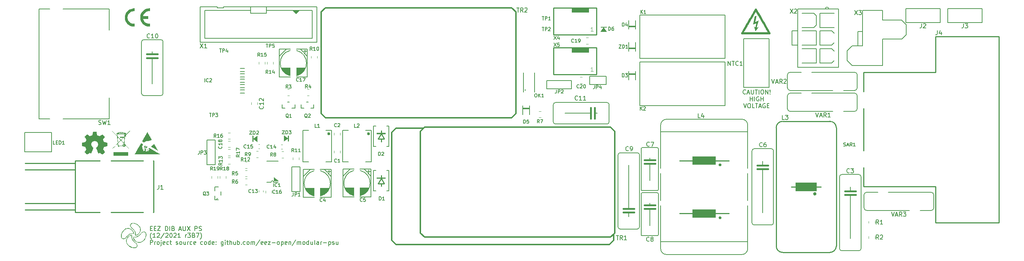
<source format=gbr>
%TF.GenerationSoftware,KiCad,Pcbnew,7.0.10-7.0.10~ubuntu22.04.1*%
%TF.CreationDate,2024-01-02T16:00:03+01:00*%
%TF.ProjectId,EEZ DIB AUX-PS,45455a20-4449-4422-9041-55582d50532e,r3B7*%
%TF.SameCoordinates,Original*%
%TF.FileFunction,Legend,Top*%
%TF.FilePolarity,Positive*%
%FSLAX46Y46*%
G04 Gerber Fmt 4.6, Leading zero omitted, Abs format (unit mm)*
G04 Created by KiCad (PCBNEW 7.0.10-7.0.10~ubuntu22.04.1) date 2024-01-02 16:00:03*
%MOMM*%
%LPD*%
G01*
G04 APERTURE LIST*
%ADD10C,0.254000*%
%ADD11C,0.152400*%
%ADD12C,0.150000*%
%ADD13C,0.081280*%
%ADD14C,0.120000*%
%ADD15C,0.406400*%
%ADD16C,0.127000*%
%ADD17C,0.304800*%
%ADD18C,0.366958*%
%ADD19C,0.100000*%
%ADD20C,0.381000*%
%ADD21C,0.203200*%
%ADD22C,0.200000*%
%ADD23C,0.350000*%
G04 APERTURE END LIST*
D10*
X45252600Y-114493100D02*
X33441600Y-114493100D01*
X45252600Y-124018100D02*
X33441600Y-124018100D01*
X45252600Y-122494100D02*
X33441600Y-122494100D01*
X45252600Y-112969100D02*
X33441600Y-112969100D01*
D11*
X203850119Y-96511954D02*
X203801738Y-96560335D01*
X203801738Y-96560335D02*
X203656595Y-96608715D01*
X203656595Y-96608715D02*
X203559833Y-96608715D01*
X203559833Y-96608715D02*
X203414690Y-96560335D01*
X203414690Y-96560335D02*
X203317928Y-96463573D01*
X203317928Y-96463573D02*
X203269547Y-96366811D01*
X203269547Y-96366811D02*
X203221166Y-96173287D01*
X203221166Y-96173287D02*
X203221166Y-96028144D01*
X203221166Y-96028144D02*
X203269547Y-95834620D01*
X203269547Y-95834620D02*
X203317928Y-95737858D01*
X203317928Y-95737858D02*
X203414690Y-95641096D01*
X203414690Y-95641096D02*
X203559833Y-95592715D01*
X203559833Y-95592715D02*
X203656595Y-95592715D01*
X203656595Y-95592715D02*
X203801738Y-95641096D01*
X203801738Y-95641096D02*
X203850119Y-95689477D01*
X204237166Y-96318430D02*
X204720976Y-96318430D01*
X204140404Y-96608715D02*
X204479071Y-95592715D01*
X204479071Y-95592715D02*
X204817738Y-96608715D01*
X205156404Y-95592715D02*
X205156404Y-96415192D01*
X205156404Y-96415192D02*
X205204785Y-96511954D01*
X205204785Y-96511954D02*
X205253166Y-96560335D01*
X205253166Y-96560335D02*
X205349928Y-96608715D01*
X205349928Y-96608715D02*
X205543452Y-96608715D01*
X205543452Y-96608715D02*
X205640214Y-96560335D01*
X205640214Y-96560335D02*
X205688595Y-96511954D01*
X205688595Y-96511954D02*
X205736976Y-96415192D01*
X205736976Y-96415192D02*
X205736976Y-95592715D01*
X206075642Y-95592715D02*
X206656214Y-95592715D01*
X206365928Y-96608715D02*
X206365928Y-95592715D01*
X206994880Y-96608715D02*
X206994880Y-95592715D01*
X207672214Y-95592715D02*
X207865738Y-95592715D01*
X207865738Y-95592715D02*
X207962500Y-95641096D01*
X207962500Y-95641096D02*
X208059262Y-95737858D01*
X208059262Y-95737858D02*
X208107643Y-95931382D01*
X208107643Y-95931382D02*
X208107643Y-96270049D01*
X208107643Y-96270049D02*
X208059262Y-96463573D01*
X208059262Y-96463573D02*
X207962500Y-96560335D01*
X207962500Y-96560335D02*
X207865738Y-96608715D01*
X207865738Y-96608715D02*
X207672214Y-96608715D01*
X207672214Y-96608715D02*
X207575452Y-96560335D01*
X207575452Y-96560335D02*
X207478690Y-96463573D01*
X207478690Y-96463573D02*
X207430309Y-96270049D01*
X207430309Y-96270049D02*
X207430309Y-95931382D01*
X207430309Y-95931382D02*
X207478690Y-95737858D01*
X207478690Y-95737858D02*
X207575452Y-95641096D01*
X207575452Y-95641096D02*
X207672214Y-95592715D01*
X208543071Y-96608715D02*
X208543071Y-95592715D01*
X208543071Y-95592715D02*
X209123643Y-96608715D01*
X209123643Y-96608715D02*
X209123643Y-95592715D01*
X209607452Y-96511954D02*
X209655833Y-96560335D01*
X209655833Y-96560335D02*
X209607452Y-96608715D01*
X209607452Y-96608715D02*
X209559071Y-96560335D01*
X209559071Y-96560335D02*
X209607452Y-96511954D01*
X209607452Y-96511954D02*
X209607452Y-96608715D01*
X209607452Y-96221668D02*
X209559071Y-95641096D01*
X209559071Y-95641096D02*
X209607452Y-95592715D01*
X209607452Y-95592715D02*
X209655833Y-95641096D01*
X209655833Y-95641096D02*
X209607452Y-96221668D01*
X209607452Y-96221668D02*
X209607452Y-95592715D01*
X204866118Y-98244475D02*
X204866118Y-97228475D01*
X204866118Y-97712285D02*
X205446690Y-97712285D01*
X205446690Y-98244475D02*
X205446690Y-97228475D01*
X205930499Y-98244475D02*
X205930499Y-97228475D01*
X206946500Y-97276856D02*
X206849738Y-97228475D01*
X206849738Y-97228475D02*
X206704595Y-97228475D01*
X206704595Y-97228475D02*
X206559452Y-97276856D01*
X206559452Y-97276856D02*
X206462690Y-97373618D01*
X206462690Y-97373618D02*
X206414309Y-97470380D01*
X206414309Y-97470380D02*
X206365928Y-97663904D01*
X206365928Y-97663904D02*
X206365928Y-97809047D01*
X206365928Y-97809047D02*
X206414309Y-98002571D01*
X206414309Y-98002571D02*
X206462690Y-98099333D01*
X206462690Y-98099333D02*
X206559452Y-98196095D01*
X206559452Y-98196095D02*
X206704595Y-98244475D01*
X206704595Y-98244475D02*
X206801357Y-98244475D01*
X206801357Y-98244475D02*
X206946500Y-98196095D01*
X206946500Y-98196095D02*
X206994881Y-98147714D01*
X206994881Y-98147714D02*
X206994881Y-97809047D01*
X206994881Y-97809047D02*
X206801357Y-97809047D01*
X207430309Y-98244475D02*
X207430309Y-97228475D01*
X207430309Y-97712285D02*
X208010881Y-97712285D01*
X208010881Y-98244475D02*
X208010881Y-97228475D01*
X203366309Y-98864235D02*
X203704976Y-99880235D01*
X203704976Y-99880235D02*
X204043643Y-98864235D01*
X204575833Y-98864235D02*
X204769357Y-98864235D01*
X204769357Y-98864235D02*
X204866119Y-98912616D01*
X204866119Y-98912616D02*
X204962881Y-99009378D01*
X204962881Y-99009378D02*
X205011262Y-99202902D01*
X205011262Y-99202902D02*
X205011262Y-99541569D01*
X205011262Y-99541569D02*
X204962881Y-99735093D01*
X204962881Y-99735093D02*
X204866119Y-99831855D01*
X204866119Y-99831855D02*
X204769357Y-99880235D01*
X204769357Y-99880235D02*
X204575833Y-99880235D01*
X204575833Y-99880235D02*
X204479071Y-99831855D01*
X204479071Y-99831855D02*
X204382309Y-99735093D01*
X204382309Y-99735093D02*
X204333928Y-99541569D01*
X204333928Y-99541569D02*
X204333928Y-99202902D01*
X204333928Y-99202902D02*
X204382309Y-99009378D01*
X204382309Y-99009378D02*
X204479071Y-98912616D01*
X204479071Y-98912616D02*
X204575833Y-98864235D01*
X205930500Y-99880235D02*
X205446690Y-99880235D01*
X205446690Y-99880235D02*
X205446690Y-98864235D01*
X206124023Y-98864235D02*
X206704595Y-98864235D01*
X206414309Y-99880235D02*
X206414309Y-98864235D01*
X206994880Y-99589950D02*
X207478690Y-99589950D01*
X206898118Y-99880235D02*
X207236785Y-98864235D01*
X207236785Y-98864235D02*
X207575452Y-99880235D01*
X208446309Y-98912616D02*
X208349547Y-98864235D01*
X208349547Y-98864235D02*
X208204404Y-98864235D01*
X208204404Y-98864235D02*
X208059261Y-98912616D01*
X208059261Y-98912616D02*
X207962499Y-99009378D01*
X207962499Y-99009378D02*
X207914118Y-99106140D01*
X207914118Y-99106140D02*
X207865737Y-99299664D01*
X207865737Y-99299664D02*
X207865737Y-99444807D01*
X207865737Y-99444807D02*
X207914118Y-99638331D01*
X207914118Y-99638331D02*
X207962499Y-99735093D01*
X207962499Y-99735093D02*
X208059261Y-99831855D01*
X208059261Y-99831855D02*
X208204404Y-99880235D01*
X208204404Y-99880235D02*
X208301166Y-99880235D01*
X208301166Y-99880235D02*
X208446309Y-99831855D01*
X208446309Y-99831855D02*
X208494690Y-99783474D01*
X208494690Y-99783474D02*
X208494690Y-99444807D01*
X208494690Y-99444807D02*
X208301166Y-99444807D01*
X208930118Y-99348045D02*
X209268785Y-99348045D01*
X209413928Y-99880235D02*
X208930118Y-99880235D01*
X208930118Y-99880235D02*
X208930118Y-98864235D01*
X208930118Y-98864235D02*
X209413928Y-98864235D01*
X63057267Y-128372888D02*
X63395934Y-128372888D01*
X63541077Y-128905078D02*
X63057267Y-128905078D01*
X63057267Y-128905078D02*
X63057267Y-127889078D01*
X63057267Y-127889078D02*
X63541077Y-127889078D01*
X63976505Y-128372888D02*
X64315172Y-128372888D01*
X64460315Y-128905078D02*
X63976505Y-128905078D01*
X63976505Y-128905078D02*
X63976505Y-127889078D01*
X63976505Y-127889078D02*
X64460315Y-127889078D01*
X64798981Y-127889078D02*
X65476315Y-127889078D01*
X65476315Y-127889078D02*
X64798981Y-128905078D01*
X64798981Y-128905078D02*
X65476315Y-128905078D01*
X66637457Y-128905078D02*
X66637457Y-127889078D01*
X66637457Y-127889078D02*
X66879362Y-127889078D01*
X66879362Y-127889078D02*
X67024505Y-127937459D01*
X67024505Y-127937459D02*
X67121267Y-128034221D01*
X67121267Y-128034221D02*
X67169648Y-128130983D01*
X67169648Y-128130983D02*
X67218029Y-128324507D01*
X67218029Y-128324507D02*
X67218029Y-128469650D01*
X67218029Y-128469650D02*
X67169648Y-128663174D01*
X67169648Y-128663174D02*
X67121267Y-128759936D01*
X67121267Y-128759936D02*
X67024505Y-128856698D01*
X67024505Y-128856698D02*
X66879362Y-128905078D01*
X66879362Y-128905078D02*
X66637457Y-128905078D01*
X67653457Y-128905078D02*
X67653457Y-127889078D01*
X68475934Y-128372888D02*
X68621077Y-128421269D01*
X68621077Y-128421269D02*
X68669458Y-128469650D01*
X68669458Y-128469650D02*
X68717839Y-128566412D01*
X68717839Y-128566412D02*
X68717839Y-128711555D01*
X68717839Y-128711555D02*
X68669458Y-128808317D01*
X68669458Y-128808317D02*
X68621077Y-128856698D01*
X68621077Y-128856698D02*
X68524315Y-128905078D01*
X68524315Y-128905078D02*
X68137267Y-128905078D01*
X68137267Y-128905078D02*
X68137267Y-127889078D01*
X68137267Y-127889078D02*
X68475934Y-127889078D01*
X68475934Y-127889078D02*
X68572696Y-127937459D01*
X68572696Y-127937459D02*
X68621077Y-127985840D01*
X68621077Y-127985840D02*
X68669458Y-128082602D01*
X68669458Y-128082602D02*
X68669458Y-128179364D01*
X68669458Y-128179364D02*
X68621077Y-128276126D01*
X68621077Y-128276126D02*
X68572696Y-128324507D01*
X68572696Y-128324507D02*
X68475934Y-128372888D01*
X68475934Y-128372888D02*
X68137267Y-128372888D01*
X69878981Y-128614793D02*
X70362791Y-128614793D01*
X69782219Y-128905078D02*
X70120886Y-127889078D01*
X70120886Y-127889078D02*
X70459553Y-128905078D01*
X70798219Y-127889078D02*
X70798219Y-128711555D01*
X70798219Y-128711555D02*
X70846600Y-128808317D01*
X70846600Y-128808317D02*
X70894981Y-128856698D01*
X70894981Y-128856698D02*
X70991743Y-128905078D01*
X70991743Y-128905078D02*
X71185267Y-128905078D01*
X71185267Y-128905078D02*
X71282029Y-128856698D01*
X71282029Y-128856698D02*
X71330410Y-128808317D01*
X71330410Y-128808317D02*
X71378791Y-128711555D01*
X71378791Y-128711555D02*
X71378791Y-127889078D01*
X71765838Y-127889078D02*
X72443172Y-128905078D01*
X72443172Y-127889078D02*
X71765838Y-128905078D01*
X73604314Y-128905078D02*
X73604314Y-127889078D01*
X73604314Y-127889078D02*
X73991362Y-127889078D01*
X73991362Y-127889078D02*
X74088124Y-127937459D01*
X74088124Y-127937459D02*
X74136505Y-127985840D01*
X74136505Y-127985840D02*
X74184886Y-128082602D01*
X74184886Y-128082602D02*
X74184886Y-128227745D01*
X74184886Y-128227745D02*
X74136505Y-128324507D01*
X74136505Y-128324507D02*
X74088124Y-128372888D01*
X74088124Y-128372888D02*
X73991362Y-128421269D01*
X73991362Y-128421269D02*
X73604314Y-128421269D01*
X74571933Y-128856698D02*
X74717076Y-128905078D01*
X74717076Y-128905078D02*
X74958981Y-128905078D01*
X74958981Y-128905078D02*
X75055743Y-128856698D01*
X75055743Y-128856698D02*
X75104124Y-128808317D01*
X75104124Y-128808317D02*
X75152505Y-128711555D01*
X75152505Y-128711555D02*
X75152505Y-128614793D01*
X75152505Y-128614793D02*
X75104124Y-128518031D01*
X75104124Y-128518031D02*
X75055743Y-128469650D01*
X75055743Y-128469650D02*
X74958981Y-128421269D01*
X74958981Y-128421269D02*
X74765457Y-128372888D01*
X74765457Y-128372888D02*
X74668695Y-128324507D01*
X74668695Y-128324507D02*
X74620314Y-128276126D01*
X74620314Y-128276126D02*
X74571933Y-128179364D01*
X74571933Y-128179364D02*
X74571933Y-128082602D01*
X74571933Y-128082602D02*
X74620314Y-127985840D01*
X74620314Y-127985840D02*
X74668695Y-127937459D01*
X74668695Y-127937459D02*
X74765457Y-127889078D01*
X74765457Y-127889078D02*
X75007362Y-127889078D01*
X75007362Y-127889078D02*
X75152505Y-127937459D01*
X63347553Y-130927886D02*
X63299172Y-130879505D01*
X63299172Y-130879505D02*
X63202410Y-130734362D01*
X63202410Y-130734362D02*
X63154029Y-130637600D01*
X63154029Y-130637600D02*
X63105648Y-130492458D01*
X63105648Y-130492458D02*
X63057267Y-130250553D01*
X63057267Y-130250553D02*
X63057267Y-130057029D01*
X63057267Y-130057029D02*
X63105648Y-129815124D01*
X63105648Y-129815124D02*
X63154029Y-129669981D01*
X63154029Y-129669981D02*
X63202410Y-129573219D01*
X63202410Y-129573219D02*
X63299172Y-129428077D01*
X63299172Y-129428077D02*
X63347553Y-129379696D01*
X64266791Y-130540838D02*
X63686219Y-130540838D01*
X63976505Y-130540838D02*
X63976505Y-129524838D01*
X63976505Y-129524838D02*
X63879743Y-129669981D01*
X63879743Y-129669981D02*
X63782981Y-129766743D01*
X63782981Y-129766743D02*
X63686219Y-129815124D01*
X64653838Y-129621600D02*
X64702219Y-129573219D01*
X64702219Y-129573219D02*
X64798981Y-129524838D01*
X64798981Y-129524838D02*
X65040886Y-129524838D01*
X65040886Y-129524838D02*
X65137648Y-129573219D01*
X65137648Y-129573219D02*
X65186029Y-129621600D01*
X65186029Y-129621600D02*
X65234410Y-129718362D01*
X65234410Y-129718362D02*
X65234410Y-129815124D01*
X65234410Y-129815124D02*
X65186029Y-129960267D01*
X65186029Y-129960267D02*
X64605457Y-130540838D01*
X64605457Y-130540838D02*
X65234410Y-130540838D01*
X66395553Y-129476458D02*
X65524695Y-130782743D01*
X66685838Y-129621600D02*
X66734219Y-129573219D01*
X66734219Y-129573219D02*
X66830981Y-129524838D01*
X66830981Y-129524838D02*
X67072886Y-129524838D01*
X67072886Y-129524838D02*
X67169648Y-129573219D01*
X67169648Y-129573219D02*
X67218029Y-129621600D01*
X67218029Y-129621600D02*
X67266410Y-129718362D01*
X67266410Y-129718362D02*
X67266410Y-129815124D01*
X67266410Y-129815124D02*
X67218029Y-129960267D01*
X67218029Y-129960267D02*
X66637457Y-130540838D01*
X66637457Y-130540838D02*
X67266410Y-130540838D01*
X67895362Y-129524838D02*
X67992124Y-129524838D01*
X67992124Y-129524838D02*
X68088886Y-129573219D01*
X68088886Y-129573219D02*
X68137267Y-129621600D01*
X68137267Y-129621600D02*
X68185648Y-129718362D01*
X68185648Y-129718362D02*
X68234029Y-129911886D01*
X68234029Y-129911886D02*
X68234029Y-130153791D01*
X68234029Y-130153791D02*
X68185648Y-130347315D01*
X68185648Y-130347315D02*
X68137267Y-130444077D01*
X68137267Y-130444077D02*
X68088886Y-130492458D01*
X68088886Y-130492458D02*
X67992124Y-130540838D01*
X67992124Y-130540838D02*
X67895362Y-130540838D01*
X67895362Y-130540838D02*
X67798600Y-130492458D01*
X67798600Y-130492458D02*
X67750219Y-130444077D01*
X67750219Y-130444077D02*
X67701838Y-130347315D01*
X67701838Y-130347315D02*
X67653457Y-130153791D01*
X67653457Y-130153791D02*
X67653457Y-129911886D01*
X67653457Y-129911886D02*
X67701838Y-129718362D01*
X67701838Y-129718362D02*
X67750219Y-129621600D01*
X67750219Y-129621600D02*
X67798600Y-129573219D01*
X67798600Y-129573219D02*
X67895362Y-129524838D01*
X68621076Y-129621600D02*
X68669457Y-129573219D01*
X68669457Y-129573219D02*
X68766219Y-129524838D01*
X68766219Y-129524838D02*
X69008124Y-129524838D01*
X69008124Y-129524838D02*
X69104886Y-129573219D01*
X69104886Y-129573219D02*
X69153267Y-129621600D01*
X69153267Y-129621600D02*
X69201648Y-129718362D01*
X69201648Y-129718362D02*
X69201648Y-129815124D01*
X69201648Y-129815124D02*
X69153267Y-129960267D01*
X69153267Y-129960267D02*
X68572695Y-130540838D01*
X68572695Y-130540838D02*
X69201648Y-130540838D01*
X70169267Y-130540838D02*
X69588695Y-130540838D01*
X69878981Y-130540838D02*
X69878981Y-129524838D01*
X69878981Y-129524838D02*
X69782219Y-129669981D01*
X69782219Y-129669981D02*
X69685457Y-129766743D01*
X69685457Y-129766743D02*
X69588695Y-129815124D01*
X71378790Y-130540838D02*
X71378790Y-129863505D01*
X71378790Y-130057029D02*
X71427171Y-129960267D01*
X71427171Y-129960267D02*
X71475552Y-129911886D01*
X71475552Y-129911886D02*
X71572314Y-129863505D01*
X71572314Y-129863505D02*
X71669076Y-129863505D01*
X71910980Y-129524838D02*
X72539933Y-129524838D01*
X72539933Y-129524838D02*
X72201266Y-129911886D01*
X72201266Y-129911886D02*
X72346409Y-129911886D01*
X72346409Y-129911886D02*
X72443171Y-129960267D01*
X72443171Y-129960267D02*
X72491552Y-130008648D01*
X72491552Y-130008648D02*
X72539933Y-130105410D01*
X72539933Y-130105410D02*
X72539933Y-130347315D01*
X72539933Y-130347315D02*
X72491552Y-130444077D01*
X72491552Y-130444077D02*
X72443171Y-130492458D01*
X72443171Y-130492458D02*
X72346409Y-130540838D01*
X72346409Y-130540838D02*
X72056123Y-130540838D01*
X72056123Y-130540838D02*
X71959361Y-130492458D01*
X71959361Y-130492458D02*
X71910980Y-130444077D01*
X73314028Y-130008648D02*
X73459171Y-130057029D01*
X73459171Y-130057029D02*
X73507552Y-130105410D01*
X73507552Y-130105410D02*
X73555933Y-130202172D01*
X73555933Y-130202172D02*
X73555933Y-130347315D01*
X73555933Y-130347315D02*
X73507552Y-130444077D01*
X73507552Y-130444077D02*
X73459171Y-130492458D01*
X73459171Y-130492458D02*
X73362409Y-130540838D01*
X73362409Y-130540838D02*
X72975361Y-130540838D01*
X72975361Y-130540838D02*
X72975361Y-129524838D01*
X72975361Y-129524838D02*
X73314028Y-129524838D01*
X73314028Y-129524838D02*
X73410790Y-129573219D01*
X73410790Y-129573219D02*
X73459171Y-129621600D01*
X73459171Y-129621600D02*
X73507552Y-129718362D01*
X73507552Y-129718362D02*
X73507552Y-129815124D01*
X73507552Y-129815124D02*
X73459171Y-129911886D01*
X73459171Y-129911886D02*
X73410790Y-129960267D01*
X73410790Y-129960267D02*
X73314028Y-130008648D01*
X73314028Y-130008648D02*
X72975361Y-130008648D01*
X73894599Y-129524838D02*
X74571933Y-129524838D01*
X74571933Y-129524838D02*
X74136504Y-130540838D01*
X74862218Y-130927886D02*
X74910599Y-130879505D01*
X74910599Y-130879505D02*
X75007361Y-130734362D01*
X75007361Y-130734362D02*
X75055742Y-130637600D01*
X75055742Y-130637600D02*
X75104123Y-130492458D01*
X75104123Y-130492458D02*
X75152504Y-130250553D01*
X75152504Y-130250553D02*
X75152504Y-130057029D01*
X75152504Y-130057029D02*
X75104123Y-129815124D01*
X75104123Y-129815124D02*
X75055742Y-129669981D01*
X75055742Y-129669981D02*
X75007361Y-129573219D01*
X75007361Y-129573219D02*
X74910599Y-129428077D01*
X74910599Y-129428077D02*
X74862218Y-129379696D01*
X63057267Y-132176598D02*
X63057267Y-131160598D01*
X63057267Y-131160598D02*
X63444315Y-131160598D01*
X63444315Y-131160598D02*
X63541077Y-131208979D01*
X63541077Y-131208979D02*
X63589458Y-131257360D01*
X63589458Y-131257360D02*
X63637839Y-131354122D01*
X63637839Y-131354122D02*
X63637839Y-131499265D01*
X63637839Y-131499265D02*
X63589458Y-131596027D01*
X63589458Y-131596027D02*
X63541077Y-131644408D01*
X63541077Y-131644408D02*
X63444315Y-131692789D01*
X63444315Y-131692789D02*
X63057267Y-131692789D01*
X64073267Y-132176598D02*
X64073267Y-131499265D01*
X64073267Y-131692789D02*
X64121648Y-131596027D01*
X64121648Y-131596027D02*
X64170029Y-131547646D01*
X64170029Y-131547646D02*
X64266791Y-131499265D01*
X64266791Y-131499265D02*
X64363553Y-131499265D01*
X64847362Y-132176598D02*
X64750600Y-132128218D01*
X64750600Y-132128218D02*
X64702219Y-132079837D01*
X64702219Y-132079837D02*
X64653838Y-131983075D01*
X64653838Y-131983075D02*
X64653838Y-131692789D01*
X64653838Y-131692789D02*
X64702219Y-131596027D01*
X64702219Y-131596027D02*
X64750600Y-131547646D01*
X64750600Y-131547646D02*
X64847362Y-131499265D01*
X64847362Y-131499265D02*
X64992505Y-131499265D01*
X64992505Y-131499265D02*
X65089267Y-131547646D01*
X65089267Y-131547646D02*
X65137648Y-131596027D01*
X65137648Y-131596027D02*
X65186029Y-131692789D01*
X65186029Y-131692789D02*
X65186029Y-131983075D01*
X65186029Y-131983075D02*
X65137648Y-132079837D01*
X65137648Y-132079837D02*
X65089267Y-132128218D01*
X65089267Y-132128218D02*
X64992505Y-132176598D01*
X64992505Y-132176598D02*
X64847362Y-132176598D01*
X65621457Y-131499265D02*
X65621457Y-132370122D01*
X65621457Y-132370122D02*
X65573076Y-132466884D01*
X65573076Y-132466884D02*
X65476314Y-132515265D01*
X65476314Y-132515265D02*
X65427933Y-132515265D01*
X65621457Y-131160598D02*
X65573076Y-131208979D01*
X65573076Y-131208979D02*
X65621457Y-131257360D01*
X65621457Y-131257360D02*
X65669838Y-131208979D01*
X65669838Y-131208979D02*
X65621457Y-131160598D01*
X65621457Y-131160598D02*
X65621457Y-131257360D01*
X66492315Y-132128218D02*
X66395553Y-132176598D01*
X66395553Y-132176598D02*
X66202029Y-132176598D01*
X66202029Y-132176598D02*
X66105267Y-132128218D01*
X66105267Y-132128218D02*
X66056886Y-132031456D01*
X66056886Y-132031456D02*
X66056886Y-131644408D01*
X66056886Y-131644408D02*
X66105267Y-131547646D01*
X66105267Y-131547646D02*
X66202029Y-131499265D01*
X66202029Y-131499265D02*
X66395553Y-131499265D01*
X66395553Y-131499265D02*
X66492315Y-131547646D01*
X66492315Y-131547646D02*
X66540696Y-131644408D01*
X66540696Y-131644408D02*
X66540696Y-131741170D01*
X66540696Y-131741170D02*
X66056886Y-131837932D01*
X67411553Y-132128218D02*
X67314791Y-132176598D01*
X67314791Y-132176598D02*
X67121267Y-132176598D01*
X67121267Y-132176598D02*
X67024505Y-132128218D01*
X67024505Y-132128218D02*
X66976124Y-132079837D01*
X66976124Y-132079837D02*
X66927743Y-131983075D01*
X66927743Y-131983075D02*
X66927743Y-131692789D01*
X66927743Y-131692789D02*
X66976124Y-131596027D01*
X66976124Y-131596027D02*
X67024505Y-131547646D01*
X67024505Y-131547646D02*
X67121267Y-131499265D01*
X67121267Y-131499265D02*
X67314791Y-131499265D01*
X67314791Y-131499265D02*
X67411553Y-131547646D01*
X67701838Y-131499265D02*
X68088886Y-131499265D01*
X67846981Y-131160598D02*
X67846981Y-132031456D01*
X67846981Y-132031456D02*
X67895362Y-132128218D01*
X67895362Y-132128218D02*
X67992124Y-132176598D01*
X67992124Y-132176598D02*
X68088886Y-132176598D01*
X69153266Y-132128218D02*
X69250028Y-132176598D01*
X69250028Y-132176598D02*
X69443552Y-132176598D01*
X69443552Y-132176598D02*
X69540314Y-132128218D01*
X69540314Y-132128218D02*
X69588695Y-132031456D01*
X69588695Y-132031456D02*
X69588695Y-131983075D01*
X69588695Y-131983075D02*
X69540314Y-131886313D01*
X69540314Y-131886313D02*
X69443552Y-131837932D01*
X69443552Y-131837932D02*
X69298409Y-131837932D01*
X69298409Y-131837932D02*
X69201647Y-131789551D01*
X69201647Y-131789551D02*
X69153266Y-131692789D01*
X69153266Y-131692789D02*
X69153266Y-131644408D01*
X69153266Y-131644408D02*
X69201647Y-131547646D01*
X69201647Y-131547646D02*
X69298409Y-131499265D01*
X69298409Y-131499265D02*
X69443552Y-131499265D01*
X69443552Y-131499265D02*
X69540314Y-131547646D01*
X70169266Y-132176598D02*
X70072504Y-132128218D01*
X70072504Y-132128218D02*
X70024123Y-132079837D01*
X70024123Y-132079837D02*
X69975742Y-131983075D01*
X69975742Y-131983075D02*
X69975742Y-131692789D01*
X69975742Y-131692789D02*
X70024123Y-131596027D01*
X70024123Y-131596027D02*
X70072504Y-131547646D01*
X70072504Y-131547646D02*
X70169266Y-131499265D01*
X70169266Y-131499265D02*
X70314409Y-131499265D01*
X70314409Y-131499265D02*
X70411171Y-131547646D01*
X70411171Y-131547646D02*
X70459552Y-131596027D01*
X70459552Y-131596027D02*
X70507933Y-131692789D01*
X70507933Y-131692789D02*
X70507933Y-131983075D01*
X70507933Y-131983075D02*
X70459552Y-132079837D01*
X70459552Y-132079837D02*
X70411171Y-132128218D01*
X70411171Y-132128218D02*
X70314409Y-132176598D01*
X70314409Y-132176598D02*
X70169266Y-132176598D01*
X71378790Y-131499265D02*
X71378790Y-132176598D01*
X70943361Y-131499265D02*
X70943361Y-132031456D01*
X70943361Y-132031456D02*
X70991742Y-132128218D01*
X70991742Y-132128218D02*
X71088504Y-132176598D01*
X71088504Y-132176598D02*
X71233647Y-132176598D01*
X71233647Y-132176598D02*
X71330409Y-132128218D01*
X71330409Y-132128218D02*
X71378790Y-132079837D01*
X71862599Y-132176598D02*
X71862599Y-131499265D01*
X71862599Y-131692789D02*
X71910980Y-131596027D01*
X71910980Y-131596027D02*
X71959361Y-131547646D01*
X71959361Y-131547646D02*
X72056123Y-131499265D01*
X72056123Y-131499265D02*
X72152885Y-131499265D01*
X72926980Y-132128218D02*
X72830218Y-132176598D01*
X72830218Y-132176598D02*
X72636694Y-132176598D01*
X72636694Y-132176598D02*
X72539932Y-132128218D01*
X72539932Y-132128218D02*
X72491551Y-132079837D01*
X72491551Y-132079837D02*
X72443170Y-131983075D01*
X72443170Y-131983075D02*
X72443170Y-131692789D01*
X72443170Y-131692789D02*
X72491551Y-131596027D01*
X72491551Y-131596027D02*
X72539932Y-131547646D01*
X72539932Y-131547646D02*
X72636694Y-131499265D01*
X72636694Y-131499265D02*
X72830218Y-131499265D01*
X72830218Y-131499265D02*
X72926980Y-131547646D01*
X73749456Y-132128218D02*
X73652694Y-132176598D01*
X73652694Y-132176598D02*
X73459170Y-132176598D01*
X73459170Y-132176598D02*
X73362408Y-132128218D01*
X73362408Y-132128218D02*
X73314027Y-132031456D01*
X73314027Y-132031456D02*
X73314027Y-131644408D01*
X73314027Y-131644408D02*
X73362408Y-131547646D01*
X73362408Y-131547646D02*
X73459170Y-131499265D01*
X73459170Y-131499265D02*
X73652694Y-131499265D01*
X73652694Y-131499265D02*
X73749456Y-131547646D01*
X73749456Y-131547646D02*
X73797837Y-131644408D01*
X73797837Y-131644408D02*
X73797837Y-131741170D01*
X73797837Y-131741170D02*
X73314027Y-131837932D01*
X75442789Y-132128218D02*
X75346027Y-132176598D01*
X75346027Y-132176598D02*
X75152503Y-132176598D01*
X75152503Y-132176598D02*
X75055741Y-132128218D01*
X75055741Y-132128218D02*
X75007360Y-132079837D01*
X75007360Y-132079837D02*
X74958979Y-131983075D01*
X74958979Y-131983075D02*
X74958979Y-131692789D01*
X74958979Y-131692789D02*
X75007360Y-131596027D01*
X75007360Y-131596027D02*
X75055741Y-131547646D01*
X75055741Y-131547646D02*
X75152503Y-131499265D01*
X75152503Y-131499265D02*
X75346027Y-131499265D01*
X75346027Y-131499265D02*
X75442789Y-131547646D01*
X76023360Y-132176598D02*
X75926598Y-132128218D01*
X75926598Y-132128218D02*
X75878217Y-132079837D01*
X75878217Y-132079837D02*
X75829836Y-131983075D01*
X75829836Y-131983075D02*
X75829836Y-131692789D01*
X75829836Y-131692789D02*
X75878217Y-131596027D01*
X75878217Y-131596027D02*
X75926598Y-131547646D01*
X75926598Y-131547646D02*
X76023360Y-131499265D01*
X76023360Y-131499265D02*
X76168503Y-131499265D01*
X76168503Y-131499265D02*
X76265265Y-131547646D01*
X76265265Y-131547646D02*
X76313646Y-131596027D01*
X76313646Y-131596027D02*
X76362027Y-131692789D01*
X76362027Y-131692789D02*
X76362027Y-131983075D01*
X76362027Y-131983075D02*
X76313646Y-132079837D01*
X76313646Y-132079837D02*
X76265265Y-132128218D01*
X76265265Y-132128218D02*
X76168503Y-132176598D01*
X76168503Y-132176598D02*
X76023360Y-132176598D01*
X77232884Y-132176598D02*
X77232884Y-131160598D01*
X77232884Y-132128218D02*
X77136122Y-132176598D01*
X77136122Y-132176598D02*
X76942598Y-132176598D01*
X76942598Y-132176598D02*
X76845836Y-132128218D01*
X76845836Y-132128218D02*
X76797455Y-132079837D01*
X76797455Y-132079837D02*
X76749074Y-131983075D01*
X76749074Y-131983075D02*
X76749074Y-131692789D01*
X76749074Y-131692789D02*
X76797455Y-131596027D01*
X76797455Y-131596027D02*
X76845836Y-131547646D01*
X76845836Y-131547646D02*
X76942598Y-131499265D01*
X76942598Y-131499265D02*
X77136122Y-131499265D01*
X77136122Y-131499265D02*
X77232884Y-131547646D01*
X78103741Y-132128218D02*
X78006979Y-132176598D01*
X78006979Y-132176598D02*
X77813455Y-132176598D01*
X77813455Y-132176598D02*
X77716693Y-132128218D01*
X77716693Y-132128218D02*
X77668312Y-132031456D01*
X77668312Y-132031456D02*
X77668312Y-131644408D01*
X77668312Y-131644408D02*
X77716693Y-131547646D01*
X77716693Y-131547646D02*
X77813455Y-131499265D01*
X77813455Y-131499265D02*
X78006979Y-131499265D01*
X78006979Y-131499265D02*
X78103741Y-131547646D01*
X78103741Y-131547646D02*
X78152122Y-131644408D01*
X78152122Y-131644408D02*
X78152122Y-131741170D01*
X78152122Y-131741170D02*
X77668312Y-131837932D01*
X78587550Y-132079837D02*
X78635931Y-132128218D01*
X78635931Y-132128218D02*
X78587550Y-132176598D01*
X78587550Y-132176598D02*
X78539169Y-132128218D01*
X78539169Y-132128218D02*
X78587550Y-132079837D01*
X78587550Y-132079837D02*
X78587550Y-132176598D01*
X78587550Y-131547646D02*
X78635931Y-131596027D01*
X78635931Y-131596027D02*
X78587550Y-131644408D01*
X78587550Y-131644408D02*
X78539169Y-131596027D01*
X78539169Y-131596027D02*
X78587550Y-131547646D01*
X78587550Y-131547646D02*
X78587550Y-131644408D01*
X80280884Y-131499265D02*
X80280884Y-132321741D01*
X80280884Y-132321741D02*
X80232503Y-132418503D01*
X80232503Y-132418503D02*
X80184122Y-132466884D01*
X80184122Y-132466884D02*
X80087360Y-132515265D01*
X80087360Y-132515265D02*
X79942217Y-132515265D01*
X79942217Y-132515265D02*
X79845455Y-132466884D01*
X80280884Y-132128218D02*
X80184122Y-132176598D01*
X80184122Y-132176598D02*
X79990598Y-132176598D01*
X79990598Y-132176598D02*
X79893836Y-132128218D01*
X79893836Y-132128218D02*
X79845455Y-132079837D01*
X79845455Y-132079837D02*
X79797074Y-131983075D01*
X79797074Y-131983075D02*
X79797074Y-131692789D01*
X79797074Y-131692789D02*
X79845455Y-131596027D01*
X79845455Y-131596027D02*
X79893836Y-131547646D01*
X79893836Y-131547646D02*
X79990598Y-131499265D01*
X79990598Y-131499265D02*
X80184122Y-131499265D01*
X80184122Y-131499265D02*
X80280884Y-131547646D01*
X80764693Y-132176598D02*
X80764693Y-131499265D01*
X80764693Y-131160598D02*
X80716312Y-131208979D01*
X80716312Y-131208979D02*
X80764693Y-131257360D01*
X80764693Y-131257360D02*
X80813074Y-131208979D01*
X80813074Y-131208979D02*
X80764693Y-131160598D01*
X80764693Y-131160598D02*
X80764693Y-131257360D01*
X81103360Y-131499265D02*
X81490408Y-131499265D01*
X81248503Y-131160598D02*
X81248503Y-132031456D01*
X81248503Y-132031456D02*
X81296884Y-132128218D01*
X81296884Y-132128218D02*
X81393646Y-132176598D01*
X81393646Y-132176598D02*
X81490408Y-132176598D01*
X81829074Y-132176598D02*
X81829074Y-131160598D01*
X82264503Y-132176598D02*
X82264503Y-131644408D01*
X82264503Y-131644408D02*
X82216122Y-131547646D01*
X82216122Y-131547646D02*
X82119360Y-131499265D01*
X82119360Y-131499265D02*
X81974217Y-131499265D01*
X81974217Y-131499265D02*
X81877455Y-131547646D01*
X81877455Y-131547646D02*
X81829074Y-131596027D01*
X83183741Y-131499265D02*
X83183741Y-132176598D01*
X82748312Y-131499265D02*
X82748312Y-132031456D01*
X82748312Y-132031456D02*
X82796693Y-132128218D01*
X82796693Y-132128218D02*
X82893455Y-132176598D01*
X82893455Y-132176598D02*
X83038598Y-132176598D01*
X83038598Y-132176598D02*
X83135360Y-132128218D01*
X83135360Y-132128218D02*
X83183741Y-132079837D01*
X83667550Y-132176598D02*
X83667550Y-131160598D01*
X83667550Y-131547646D02*
X83764312Y-131499265D01*
X83764312Y-131499265D02*
X83957836Y-131499265D01*
X83957836Y-131499265D02*
X84054598Y-131547646D01*
X84054598Y-131547646D02*
X84102979Y-131596027D01*
X84102979Y-131596027D02*
X84151360Y-131692789D01*
X84151360Y-131692789D02*
X84151360Y-131983075D01*
X84151360Y-131983075D02*
X84102979Y-132079837D01*
X84102979Y-132079837D02*
X84054598Y-132128218D01*
X84054598Y-132128218D02*
X83957836Y-132176598D01*
X83957836Y-132176598D02*
X83764312Y-132176598D01*
X83764312Y-132176598D02*
X83667550Y-132128218D01*
X84586788Y-132079837D02*
X84635169Y-132128218D01*
X84635169Y-132128218D02*
X84586788Y-132176598D01*
X84586788Y-132176598D02*
X84538407Y-132128218D01*
X84538407Y-132128218D02*
X84586788Y-132079837D01*
X84586788Y-132079837D02*
X84586788Y-132176598D01*
X85506027Y-132128218D02*
X85409265Y-132176598D01*
X85409265Y-132176598D02*
X85215741Y-132176598D01*
X85215741Y-132176598D02*
X85118979Y-132128218D01*
X85118979Y-132128218D02*
X85070598Y-132079837D01*
X85070598Y-132079837D02*
X85022217Y-131983075D01*
X85022217Y-131983075D02*
X85022217Y-131692789D01*
X85022217Y-131692789D02*
X85070598Y-131596027D01*
X85070598Y-131596027D02*
X85118979Y-131547646D01*
X85118979Y-131547646D02*
X85215741Y-131499265D01*
X85215741Y-131499265D02*
X85409265Y-131499265D01*
X85409265Y-131499265D02*
X85506027Y-131547646D01*
X86086598Y-132176598D02*
X85989836Y-132128218D01*
X85989836Y-132128218D02*
X85941455Y-132079837D01*
X85941455Y-132079837D02*
X85893074Y-131983075D01*
X85893074Y-131983075D02*
X85893074Y-131692789D01*
X85893074Y-131692789D02*
X85941455Y-131596027D01*
X85941455Y-131596027D02*
X85989836Y-131547646D01*
X85989836Y-131547646D02*
X86086598Y-131499265D01*
X86086598Y-131499265D02*
X86231741Y-131499265D01*
X86231741Y-131499265D02*
X86328503Y-131547646D01*
X86328503Y-131547646D02*
X86376884Y-131596027D01*
X86376884Y-131596027D02*
X86425265Y-131692789D01*
X86425265Y-131692789D02*
X86425265Y-131983075D01*
X86425265Y-131983075D02*
X86376884Y-132079837D01*
X86376884Y-132079837D02*
X86328503Y-132128218D01*
X86328503Y-132128218D02*
X86231741Y-132176598D01*
X86231741Y-132176598D02*
X86086598Y-132176598D01*
X86860693Y-132176598D02*
X86860693Y-131499265D01*
X86860693Y-131596027D02*
X86909074Y-131547646D01*
X86909074Y-131547646D02*
X87005836Y-131499265D01*
X87005836Y-131499265D02*
X87150979Y-131499265D01*
X87150979Y-131499265D02*
X87247741Y-131547646D01*
X87247741Y-131547646D02*
X87296122Y-131644408D01*
X87296122Y-131644408D02*
X87296122Y-132176598D01*
X87296122Y-131644408D02*
X87344503Y-131547646D01*
X87344503Y-131547646D02*
X87441265Y-131499265D01*
X87441265Y-131499265D02*
X87586408Y-131499265D01*
X87586408Y-131499265D02*
X87683169Y-131547646D01*
X87683169Y-131547646D02*
X87731550Y-131644408D01*
X87731550Y-131644408D02*
X87731550Y-132176598D01*
X88941075Y-131112218D02*
X88070217Y-132418503D01*
X89666789Y-132128218D02*
X89570027Y-132176598D01*
X89570027Y-132176598D02*
X89376503Y-132176598D01*
X89376503Y-132176598D02*
X89279741Y-132128218D01*
X89279741Y-132128218D02*
X89231360Y-132031456D01*
X89231360Y-132031456D02*
X89231360Y-131644408D01*
X89231360Y-131644408D02*
X89279741Y-131547646D01*
X89279741Y-131547646D02*
X89376503Y-131499265D01*
X89376503Y-131499265D02*
X89570027Y-131499265D01*
X89570027Y-131499265D02*
X89666789Y-131547646D01*
X89666789Y-131547646D02*
X89715170Y-131644408D01*
X89715170Y-131644408D02*
X89715170Y-131741170D01*
X89715170Y-131741170D02*
X89231360Y-131837932D01*
X90537646Y-132128218D02*
X90440884Y-132176598D01*
X90440884Y-132176598D02*
X90247360Y-132176598D01*
X90247360Y-132176598D02*
X90150598Y-132128218D01*
X90150598Y-132128218D02*
X90102217Y-132031456D01*
X90102217Y-132031456D02*
X90102217Y-131644408D01*
X90102217Y-131644408D02*
X90150598Y-131547646D01*
X90150598Y-131547646D02*
X90247360Y-131499265D01*
X90247360Y-131499265D02*
X90440884Y-131499265D01*
X90440884Y-131499265D02*
X90537646Y-131547646D01*
X90537646Y-131547646D02*
X90586027Y-131644408D01*
X90586027Y-131644408D02*
X90586027Y-131741170D01*
X90586027Y-131741170D02*
X90102217Y-131837932D01*
X90924693Y-131499265D02*
X91456884Y-131499265D01*
X91456884Y-131499265D02*
X90924693Y-132176598D01*
X90924693Y-132176598D02*
X91456884Y-132176598D01*
X91843931Y-131789551D02*
X92618027Y-131789551D01*
X93246979Y-132176598D02*
X93150217Y-132128218D01*
X93150217Y-132128218D02*
X93101836Y-132079837D01*
X93101836Y-132079837D02*
X93053455Y-131983075D01*
X93053455Y-131983075D02*
X93053455Y-131692789D01*
X93053455Y-131692789D02*
X93101836Y-131596027D01*
X93101836Y-131596027D02*
X93150217Y-131547646D01*
X93150217Y-131547646D02*
X93246979Y-131499265D01*
X93246979Y-131499265D02*
X93392122Y-131499265D01*
X93392122Y-131499265D02*
X93488884Y-131547646D01*
X93488884Y-131547646D02*
X93537265Y-131596027D01*
X93537265Y-131596027D02*
X93585646Y-131692789D01*
X93585646Y-131692789D02*
X93585646Y-131983075D01*
X93585646Y-131983075D02*
X93537265Y-132079837D01*
X93537265Y-132079837D02*
X93488884Y-132128218D01*
X93488884Y-132128218D02*
X93392122Y-132176598D01*
X93392122Y-132176598D02*
X93246979Y-132176598D01*
X94021074Y-131499265D02*
X94021074Y-132515265D01*
X94021074Y-131547646D02*
X94117836Y-131499265D01*
X94117836Y-131499265D02*
X94311360Y-131499265D01*
X94311360Y-131499265D02*
X94408122Y-131547646D01*
X94408122Y-131547646D02*
X94456503Y-131596027D01*
X94456503Y-131596027D02*
X94504884Y-131692789D01*
X94504884Y-131692789D02*
X94504884Y-131983075D01*
X94504884Y-131983075D02*
X94456503Y-132079837D01*
X94456503Y-132079837D02*
X94408122Y-132128218D01*
X94408122Y-132128218D02*
X94311360Y-132176598D01*
X94311360Y-132176598D02*
X94117836Y-132176598D01*
X94117836Y-132176598D02*
X94021074Y-132128218D01*
X95327360Y-132128218D02*
X95230598Y-132176598D01*
X95230598Y-132176598D02*
X95037074Y-132176598D01*
X95037074Y-132176598D02*
X94940312Y-132128218D01*
X94940312Y-132128218D02*
X94891931Y-132031456D01*
X94891931Y-132031456D02*
X94891931Y-131644408D01*
X94891931Y-131644408D02*
X94940312Y-131547646D01*
X94940312Y-131547646D02*
X95037074Y-131499265D01*
X95037074Y-131499265D02*
X95230598Y-131499265D01*
X95230598Y-131499265D02*
X95327360Y-131547646D01*
X95327360Y-131547646D02*
X95375741Y-131644408D01*
X95375741Y-131644408D02*
X95375741Y-131741170D01*
X95375741Y-131741170D02*
X94891931Y-131837932D01*
X95811169Y-131499265D02*
X95811169Y-132176598D01*
X95811169Y-131596027D02*
X95859550Y-131547646D01*
X95859550Y-131547646D02*
X95956312Y-131499265D01*
X95956312Y-131499265D02*
X96101455Y-131499265D01*
X96101455Y-131499265D02*
X96198217Y-131547646D01*
X96198217Y-131547646D02*
X96246598Y-131644408D01*
X96246598Y-131644408D02*
X96246598Y-132176598D01*
X97456122Y-131112218D02*
X96585264Y-132418503D01*
X97794788Y-132176598D02*
X97794788Y-131499265D01*
X97794788Y-131596027D02*
X97843169Y-131547646D01*
X97843169Y-131547646D02*
X97939931Y-131499265D01*
X97939931Y-131499265D02*
X98085074Y-131499265D01*
X98085074Y-131499265D02*
X98181836Y-131547646D01*
X98181836Y-131547646D02*
X98230217Y-131644408D01*
X98230217Y-131644408D02*
X98230217Y-132176598D01*
X98230217Y-131644408D02*
X98278598Y-131547646D01*
X98278598Y-131547646D02*
X98375360Y-131499265D01*
X98375360Y-131499265D02*
X98520503Y-131499265D01*
X98520503Y-131499265D02*
X98617264Y-131547646D01*
X98617264Y-131547646D02*
X98665645Y-131644408D01*
X98665645Y-131644408D02*
X98665645Y-132176598D01*
X99294598Y-132176598D02*
X99197836Y-132128218D01*
X99197836Y-132128218D02*
X99149455Y-132079837D01*
X99149455Y-132079837D02*
X99101074Y-131983075D01*
X99101074Y-131983075D02*
X99101074Y-131692789D01*
X99101074Y-131692789D02*
X99149455Y-131596027D01*
X99149455Y-131596027D02*
X99197836Y-131547646D01*
X99197836Y-131547646D02*
X99294598Y-131499265D01*
X99294598Y-131499265D02*
X99439741Y-131499265D01*
X99439741Y-131499265D02*
X99536503Y-131547646D01*
X99536503Y-131547646D02*
X99584884Y-131596027D01*
X99584884Y-131596027D02*
X99633265Y-131692789D01*
X99633265Y-131692789D02*
X99633265Y-131983075D01*
X99633265Y-131983075D02*
X99584884Y-132079837D01*
X99584884Y-132079837D02*
X99536503Y-132128218D01*
X99536503Y-132128218D02*
X99439741Y-132176598D01*
X99439741Y-132176598D02*
X99294598Y-132176598D01*
X100504122Y-132176598D02*
X100504122Y-131160598D01*
X100504122Y-132128218D02*
X100407360Y-132176598D01*
X100407360Y-132176598D02*
X100213836Y-132176598D01*
X100213836Y-132176598D02*
X100117074Y-132128218D01*
X100117074Y-132128218D02*
X100068693Y-132079837D01*
X100068693Y-132079837D02*
X100020312Y-131983075D01*
X100020312Y-131983075D02*
X100020312Y-131692789D01*
X100020312Y-131692789D02*
X100068693Y-131596027D01*
X100068693Y-131596027D02*
X100117074Y-131547646D01*
X100117074Y-131547646D02*
X100213836Y-131499265D01*
X100213836Y-131499265D02*
X100407360Y-131499265D01*
X100407360Y-131499265D02*
X100504122Y-131547646D01*
X101423360Y-131499265D02*
X101423360Y-132176598D01*
X100987931Y-131499265D02*
X100987931Y-132031456D01*
X100987931Y-132031456D02*
X101036312Y-132128218D01*
X101036312Y-132128218D02*
X101133074Y-132176598D01*
X101133074Y-132176598D02*
X101278217Y-132176598D01*
X101278217Y-132176598D02*
X101374979Y-132128218D01*
X101374979Y-132128218D02*
X101423360Y-132079837D01*
X102052312Y-132176598D02*
X101955550Y-132128218D01*
X101955550Y-132128218D02*
X101907169Y-132031456D01*
X101907169Y-132031456D02*
X101907169Y-131160598D01*
X102874788Y-132176598D02*
X102874788Y-131644408D01*
X102874788Y-131644408D02*
X102826407Y-131547646D01*
X102826407Y-131547646D02*
X102729645Y-131499265D01*
X102729645Y-131499265D02*
X102536121Y-131499265D01*
X102536121Y-131499265D02*
X102439359Y-131547646D01*
X102874788Y-132128218D02*
X102778026Y-132176598D01*
X102778026Y-132176598D02*
X102536121Y-132176598D01*
X102536121Y-132176598D02*
X102439359Y-132128218D01*
X102439359Y-132128218D02*
X102390978Y-132031456D01*
X102390978Y-132031456D02*
X102390978Y-131934694D01*
X102390978Y-131934694D02*
X102439359Y-131837932D01*
X102439359Y-131837932D02*
X102536121Y-131789551D01*
X102536121Y-131789551D02*
X102778026Y-131789551D01*
X102778026Y-131789551D02*
X102874788Y-131741170D01*
X103358597Y-132176598D02*
X103358597Y-131499265D01*
X103358597Y-131692789D02*
X103406978Y-131596027D01*
X103406978Y-131596027D02*
X103455359Y-131547646D01*
X103455359Y-131547646D02*
X103552121Y-131499265D01*
X103552121Y-131499265D02*
X103648883Y-131499265D01*
X103987549Y-131789551D02*
X104761645Y-131789551D01*
X105245454Y-131499265D02*
X105245454Y-132515265D01*
X105245454Y-131547646D02*
X105342216Y-131499265D01*
X105342216Y-131499265D02*
X105535740Y-131499265D01*
X105535740Y-131499265D02*
X105632502Y-131547646D01*
X105632502Y-131547646D02*
X105680883Y-131596027D01*
X105680883Y-131596027D02*
X105729264Y-131692789D01*
X105729264Y-131692789D02*
X105729264Y-131983075D01*
X105729264Y-131983075D02*
X105680883Y-132079837D01*
X105680883Y-132079837D02*
X105632502Y-132128218D01*
X105632502Y-132128218D02*
X105535740Y-132176598D01*
X105535740Y-132176598D02*
X105342216Y-132176598D01*
X105342216Y-132176598D02*
X105245454Y-132128218D01*
X106116311Y-132128218D02*
X106213073Y-132176598D01*
X106213073Y-132176598D02*
X106406597Y-132176598D01*
X106406597Y-132176598D02*
X106503359Y-132128218D01*
X106503359Y-132128218D02*
X106551740Y-132031456D01*
X106551740Y-132031456D02*
X106551740Y-131983075D01*
X106551740Y-131983075D02*
X106503359Y-131886313D01*
X106503359Y-131886313D02*
X106406597Y-131837932D01*
X106406597Y-131837932D02*
X106261454Y-131837932D01*
X106261454Y-131837932D02*
X106164692Y-131789551D01*
X106164692Y-131789551D02*
X106116311Y-131692789D01*
X106116311Y-131692789D02*
X106116311Y-131644408D01*
X106116311Y-131644408D02*
X106164692Y-131547646D01*
X106164692Y-131547646D02*
X106261454Y-131499265D01*
X106261454Y-131499265D02*
X106406597Y-131499265D01*
X106406597Y-131499265D02*
X106503359Y-131547646D01*
X107422597Y-131499265D02*
X107422597Y-132176598D01*
X106987168Y-131499265D02*
X106987168Y-132031456D01*
X106987168Y-132031456D02*
X107035549Y-132128218D01*
X107035549Y-132128218D02*
X107132311Y-132176598D01*
X107132311Y-132176598D02*
X107277454Y-132176598D01*
X107277454Y-132176598D02*
X107374216Y-132128218D01*
X107374216Y-132128218D02*
X107422597Y-132079837D01*
D12*
X235291333Y-130947319D02*
X234958000Y-130471128D01*
X234719905Y-130947319D02*
X234719905Y-129947319D01*
X234719905Y-129947319D02*
X235100857Y-129947319D01*
X235100857Y-129947319D02*
X235196095Y-129994938D01*
X235196095Y-129994938D02*
X235243714Y-130042557D01*
X235243714Y-130042557D02*
X235291333Y-130137795D01*
X235291333Y-130137795D02*
X235291333Y-130280652D01*
X235291333Y-130280652D02*
X235243714Y-130375890D01*
X235243714Y-130375890D02*
X235196095Y-130423509D01*
X235196095Y-130423509D02*
X235100857Y-130471128D01*
X235100857Y-130471128D02*
X234719905Y-130471128D01*
X235672286Y-130042557D02*
X235719905Y-129994938D01*
X235719905Y-129994938D02*
X235815143Y-129947319D01*
X235815143Y-129947319D02*
X236053238Y-129947319D01*
X236053238Y-129947319D02*
X236148476Y-129994938D01*
X236148476Y-129994938D02*
X236196095Y-130042557D01*
X236196095Y-130042557D02*
X236243714Y-130137795D01*
X236243714Y-130137795D02*
X236243714Y-130233033D01*
X236243714Y-130233033D02*
X236196095Y-130375890D01*
X236196095Y-130375890D02*
X235624667Y-130947319D01*
X235624667Y-130947319D02*
X236243714Y-130947319D01*
X235291333Y-127367819D02*
X234958000Y-126891628D01*
X234719905Y-127367819D02*
X234719905Y-126367819D01*
X234719905Y-126367819D02*
X235100857Y-126367819D01*
X235100857Y-126367819D02*
X235196095Y-126415438D01*
X235196095Y-126415438D02*
X235243714Y-126463057D01*
X235243714Y-126463057D02*
X235291333Y-126558295D01*
X235291333Y-126558295D02*
X235291333Y-126701152D01*
X235291333Y-126701152D02*
X235243714Y-126796390D01*
X235243714Y-126796390D02*
X235196095Y-126844009D01*
X235196095Y-126844009D02*
X235100857Y-126891628D01*
X235100857Y-126891628D02*
X234719905Y-126891628D01*
X236243714Y-127367819D02*
X235672286Y-127367819D01*
X235958000Y-127367819D02*
X235958000Y-126367819D01*
X235958000Y-126367819D02*
X235862762Y-126510676D01*
X235862762Y-126510676D02*
X235767524Y-126605914D01*
X235767524Y-126605914D02*
X235672286Y-126653533D01*
D11*
X100149653Y-102205013D02*
X100072243Y-102166308D01*
X100072243Y-102166308D02*
X99994834Y-102088899D01*
X99994834Y-102088899D02*
X99878720Y-101972784D01*
X99878720Y-101972784D02*
X99801310Y-101934079D01*
X99801310Y-101934079D02*
X99723901Y-101934079D01*
X99762605Y-102127603D02*
X99685196Y-102088899D01*
X99685196Y-102088899D02*
X99607786Y-102011489D01*
X99607786Y-102011489D02*
X99569082Y-101856670D01*
X99569082Y-101856670D02*
X99569082Y-101585737D01*
X99569082Y-101585737D02*
X99607786Y-101430918D01*
X99607786Y-101430918D02*
X99685196Y-101353508D01*
X99685196Y-101353508D02*
X99762605Y-101314803D01*
X99762605Y-101314803D02*
X99917424Y-101314803D01*
X99917424Y-101314803D02*
X99994834Y-101353508D01*
X99994834Y-101353508D02*
X100072243Y-101430918D01*
X100072243Y-101430918D02*
X100110948Y-101585737D01*
X100110948Y-101585737D02*
X100110948Y-101856670D01*
X100110948Y-101856670D02*
X100072243Y-102011489D01*
X100072243Y-102011489D02*
X99994834Y-102088899D01*
X99994834Y-102088899D02*
X99917424Y-102127603D01*
X99917424Y-102127603D02*
X99762605Y-102127603D01*
X100420587Y-101392213D02*
X100459291Y-101353508D01*
X100459291Y-101353508D02*
X100536701Y-101314803D01*
X100536701Y-101314803D02*
X100730225Y-101314803D01*
X100730225Y-101314803D02*
X100807634Y-101353508D01*
X100807634Y-101353508D02*
X100846339Y-101392213D01*
X100846339Y-101392213D02*
X100885044Y-101469622D01*
X100885044Y-101469622D02*
X100885044Y-101547032D01*
X100885044Y-101547032D02*
X100846339Y-101663146D01*
X100846339Y-101663146D02*
X100381882Y-102127603D01*
X100381882Y-102127603D02*
X100885044Y-102127603D01*
X91171485Y-109383682D02*
X91132781Y-109422387D01*
X91132781Y-109422387D02*
X91016666Y-109461091D01*
X91016666Y-109461091D02*
X90939257Y-109461091D01*
X90939257Y-109461091D02*
X90823143Y-109422387D01*
X90823143Y-109422387D02*
X90745733Y-109344977D01*
X90745733Y-109344977D02*
X90707028Y-109267567D01*
X90707028Y-109267567D02*
X90668324Y-109112748D01*
X90668324Y-109112748D02*
X90668324Y-108996634D01*
X90668324Y-108996634D02*
X90707028Y-108841815D01*
X90707028Y-108841815D02*
X90745733Y-108764406D01*
X90745733Y-108764406D02*
X90823143Y-108686996D01*
X90823143Y-108686996D02*
X90939257Y-108648291D01*
X90939257Y-108648291D02*
X91016666Y-108648291D01*
X91016666Y-108648291D02*
X91132781Y-108686996D01*
X91132781Y-108686996D02*
X91171485Y-108725701D01*
X91945581Y-109461091D02*
X91481124Y-109461091D01*
X91713352Y-109461091D02*
X91713352Y-108648291D01*
X91713352Y-108648291D02*
X91635943Y-108764406D01*
X91635943Y-108764406D02*
X91558533Y-108841815D01*
X91558533Y-108841815D02*
X91481124Y-108880520D01*
X92642266Y-108919225D02*
X92642266Y-109461091D01*
X92448742Y-108609587D02*
X92255219Y-109190158D01*
X92255219Y-109190158D02*
X92758380Y-109190158D01*
X80060591Y-112917514D02*
X79673544Y-113188447D01*
X80060591Y-113381971D02*
X79247791Y-113381971D01*
X79247791Y-113381971D02*
X79247791Y-113072333D01*
X79247791Y-113072333D02*
X79286496Y-112994923D01*
X79286496Y-112994923D02*
X79325201Y-112956218D01*
X79325201Y-112956218D02*
X79402610Y-112917514D01*
X79402610Y-112917514D02*
X79518725Y-112917514D01*
X79518725Y-112917514D02*
X79596134Y-112956218D01*
X79596134Y-112956218D02*
X79634839Y-112994923D01*
X79634839Y-112994923D02*
X79673544Y-113072333D01*
X79673544Y-113072333D02*
X79673544Y-113381971D01*
X80060591Y-112143418D02*
X80060591Y-112607875D01*
X80060591Y-112375647D02*
X79247791Y-112375647D01*
X79247791Y-112375647D02*
X79363906Y-112453056D01*
X79363906Y-112453056D02*
X79441315Y-112530466D01*
X79441315Y-112530466D02*
X79480020Y-112607875D01*
X79247791Y-111872485D02*
X79247791Y-111369323D01*
X79247791Y-111369323D02*
X79557429Y-111640257D01*
X79557429Y-111640257D02*
X79557429Y-111524142D01*
X79557429Y-111524142D02*
X79596134Y-111446733D01*
X79596134Y-111446733D02*
X79634839Y-111408028D01*
X79634839Y-111408028D02*
X79712248Y-111369323D01*
X79712248Y-111369323D02*
X79905772Y-111369323D01*
X79905772Y-111369323D02*
X79983182Y-111408028D01*
X79983182Y-111408028D02*
X80021887Y-111446733D01*
X80021887Y-111446733D02*
X80060591Y-111524142D01*
X80060591Y-111524142D02*
X80060591Y-111756371D01*
X80060591Y-111756371D02*
X80021887Y-111833780D01*
X80021887Y-111833780D02*
X79983182Y-111872485D01*
X97013485Y-110286591D02*
X96742552Y-109899544D01*
X96549028Y-110286591D02*
X96549028Y-109473791D01*
X96549028Y-109473791D02*
X96858666Y-109473791D01*
X96858666Y-109473791D02*
X96936076Y-109512496D01*
X96936076Y-109512496D02*
X96974781Y-109551201D01*
X96974781Y-109551201D02*
X97013485Y-109628610D01*
X97013485Y-109628610D02*
X97013485Y-109744725D01*
X97013485Y-109744725D02*
X96974781Y-109822134D01*
X96974781Y-109822134D02*
X96936076Y-109860839D01*
X96936076Y-109860839D02*
X96858666Y-109899544D01*
X96858666Y-109899544D02*
X96549028Y-109899544D01*
X97787581Y-110286591D02*
X97323124Y-110286591D01*
X97555352Y-110286591D02*
X97555352Y-109473791D01*
X97555352Y-109473791D02*
X97477943Y-109589906D01*
X97477943Y-109589906D02*
X97400533Y-109667315D01*
X97400533Y-109667315D02*
X97323124Y-109706020D01*
X98561676Y-110286591D02*
X98097219Y-110286591D01*
X98329447Y-110286591D02*
X98329447Y-109473791D01*
X98329447Y-109473791D02*
X98252038Y-109589906D01*
X98252038Y-109589906D02*
X98174628Y-109667315D01*
X98174628Y-109667315D02*
X98097219Y-109706020D01*
X62898739Y-83273474D02*
X62850358Y-83321855D01*
X62850358Y-83321855D02*
X62705215Y-83370235D01*
X62705215Y-83370235D02*
X62608453Y-83370235D01*
X62608453Y-83370235D02*
X62463310Y-83321855D01*
X62463310Y-83321855D02*
X62366548Y-83225093D01*
X62366548Y-83225093D02*
X62318167Y-83128331D01*
X62318167Y-83128331D02*
X62269786Y-82934807D01*
X62269786Y-82934807D02*
X62269786Y-82789664D01*
X62269786Y-82789664D02*
X62318167Y-82596140D01*
X62318167Y-82596140D02*
X62366548Y-82499378D01*
X62366548Y-82499378D02*
X62463310Y-82402616D01*
X62463310Y-82402616D02*
X62608453Y-82354235D01*
X62608453Y-82354235D02*
X62705215Y-82354235D01*
X62705215Y-82354235D02*
X62850358Y-82402616D01*
X62850358Y-82402616D02*
X62898739Y-82450997D01*
X63866358Y-83370235D02*
X63285786Y-83370235D01*
X63576072Y-83370235D02*
X63576072Y-82354235D01*
X63576072Y-82354235D02*
X63479310Y-82499378D01*
X63479310Y-82499378D02*
X63382548Y-82596140D01*
X63382548Y-82596140D02*
X63285786Y-82644521D01*
X64495310Y-82354235D02*
X64592072Y-82354235D01*
X64592072Y-82354235D02*
X64688834Y-82402616D01*
X64688834Y-82402616D02*
X64737215Y-82450997D01*
X64737215Y-82450997D02*
X64785596Y-82547759D01*
X64785596Y-82547759D02*
X64833977Y-82741283D01*
X64833977Y-82741283D02*
X64833977Y-82983188D01*
X64833977Y-82983188D02*
X64785596Y-83176712D01*
X64785596Y-83176712D02*
X64737215Y-83273474D01*
X64737215Y-83273474D02*
X64688834Y-83321855D01*
X64688834Y-83321855D02*
X64592072Y-83370235D01*
X64592072Y-83370235D02*
X64495310Y-83370235D01*
X64495310Y-83370235D02*
X64398548Y-83321855D01*
X64398548Y-83321855D02*
X64350167Y-83273474D01*
X64350167Y-83273474D02*
X64301786Y-83176712D01*
X64301786Y-83176712D02*
X64253405Y-82983188D01*
X64253405Y-82983188D02*
X64253405Y-82741283D01*
X64253405Y-82741283D02*
X64301786Y-82547759D01*
X64301786Y-82547759D02*
X64350167Y-82450997D01*
X64350167Y-82450997D02*
X64398548Y-82402616D01*
X64398548Y-82402616D02*
X64495310Y-82354235D01*
X79919682Y-108980514D02*
X79958387Y-109019218D01*
X79958387Y-109019218D02*
X79997091Y-109135333D01*
X79997091Y-109135333D02*
X79997091Y-109212742D01*
X79997091Y-109212742D02*
X79958387Y-109328856D01*
X79958387Y-109328856D02*
X79880977Y-109406266D01*
X79880977Y-109406266D02*
X79803567Y-109444971D01*
X79803567Y-109444971D02*
X79648748Y-109483675D01*
X79648748Y-109483675D02*
X79532634Y-109483675D01*
X79532634Y-109483675D02*
X79377815Y-109444971D01*
X79377815Y-109444971D02*
X79300406Y-109406266D01*
X79300406Y-109406266D02*
X79222996Y-109328856D01*
X79222996Y-109328856D02*
X79184291Y-109212742D01*
X79184291Y-109212742D02*
X79184291Y-109135333D01*
X79184291Y-109135333D02*
X79222996Y-109019218D01*
X79222996Y-109019218D02*
X79261701Y-108980514D01*
X79997091Y-108206418D02*
X79997091Y-108670875D01*
X79997091Y-108438647D02*
X79184291Y-108438647D01*
X79184291Y-108438647D02*
X79300406Y-108516056D01*
X79300406Y-108516056D02*
X79377815Y-108593466D01*
X79377815Y-108593466D02*
X79416520Y-108670875D01*
X79532634Y-107741961D02*
X79493929Y-107819371D01*
X79493929Y-107819371D02*
X79455225Y-107858076D01*
X79455225Y-107858076D02*
X79377815Y-107896780D01*
X79377815Y-107896780D02*
X79339110Y-107896780D01*
X79339110Y-107896780D02*
X79261701Y-107858076D01*
X79261701Y-107858076D02*
X79222996Y-107819371D01*
X79222996Y-107819371D02*
X79184291Y-107741961D01*
X79184291Y-107741961D02*
X79184291Y-107587142D01*
X79184291Y-107587142D02*
X79222996Y-107509733D01*
X79222996Y-107509733D02*
X79261701Y-107471028D01*
X79261701Y-107471028D02*
X79339110Y-107432323D01*
X79339110Y-107432323D02*
X79377815Y-107432323D01*
X79377815Y-107432323D02*
X79455225Y-107471028D01*
X79455225Y-107471028D02*
X79493929Y-107509733D01*
X79493929Y-107509733D02*
X79532634Y-107587142D01*
X79532634Y-107587142D02*
X79532634Y-107741961D01*
X79532634Y-107741961D02*
X79571339Y-107819371D01*
X79571339Y-107819371D02*
X79610044Y-107858076D01*
X79610044Y-107858076D02*
X79687453Y-107896780D01*
X79687453Y-107896780D02*
X79842272Y-107896780D01*
X79842272Y-107896780D02*
X79919682Y-107858076D01*
X79919682Y-107858076D02*
X79958387Y-107819371D01*
X79958387Y-107819371D02*
X79997091Y-107741961D01*
X79997091Y-107741961D02*
X79997091Y-107587142D01*
X79997091Y-107587142D02*
X79958387Y-107509733D01*
X79958387Y-107509733D02*
X79919682Y-107471028D01*
X79919682Y-107471028D02*
X79842272Y-107432323D01*
X79842272Y-107432323D02*
X79687453Y-107432323D01*
X79687453Y-107432323D02*
X79610044Y-107471028D01*
X79610044Y-107471028D02*
X79571339Y-107509733D01*
X79571339Y-107509733D02*
X79532634Y-107587142D01*
X86553477Y-105315303D02*
X87095343Y-105315303D01*
X87095343Y-105315303D02*
X86553477Y-106128103D01*
X86553477Y-106128103D02*
X87095343Y-106128103D01*
X87404981Y-106128103D02*
X87404981Y-105315303D01*
X87404981Y-105315303D02*
X87598505Y-105315303D01*
X87598505Y-105315303D02*
X87714619Y-105354008D01*
X87714619Y-105354008D02*
X87792029Y-105431418D01*
X87792029Y-105431418D02*
X87830734Y-105508827D01*
X87830734Y-105508827D02*
X87869438Y-105663646D01*
X87869438Y-105663646D02*
X87869438Y-105779760D01*
X87869438Y-105779760D02*
X87830734Y-105934579D01*
X87830734Y-105934579D02*
X87792029Y-106011989D01*
X87792029Y-106011989D02*
X87714619Y-106089399D01*
X87714619Y-106089399D02*
X87598505Y-106128103D01*
X87598505Y-106128103D02*
X87404981Y-106128103D01*
X88179077Y-105392713D02*
X88217781Y-105354008D01*
X88217781Y-105354008D02*
X88295191Y-105315303D01*
X88295191Y-105315303D02*
X88488715Y-105315303D01*
X88488715Y-105315303D02*
X88566124Y-105354008D01*
X88566124Y-105354008D02*
X88604829Y-105392713D01*
X88604829Y-105392713D02*
X88643534Y-105470122D01*
X88643534Y-105470122D02*
X88643534Y-105547532D01*
X88643534Y-105547532D02*
X88604829Y-105663646D01*
X88604829Y-105663646D02*
X88140372Y-106128103D01*
X88140372Y-106128103D02*
X88643534Y-106128103D01*
X249171453Y-81592235D02*
X249171453Y-82317950D01*
X249171453Y-82317950D02*
X249123072Y-82463093D01*
X249123072Y-82463093D02*
X249026310Y-82559855D01*
X249026310Y-82559855D02*
X248881167Y-82608235D01*
X248881167Y-82608235D02*
X248784405Y-82608235D01*
X250090691Y-81930902D02*
X250090691Y-82608235D01*
X249848786Y-81543855D02*
X249606881Y-82269569D01*
X249606881Y-82269569D02*
X250235834Y-82269569D01*
X163180485Y-84301182D02*
X163141781Y-84339887D01*
X163141781Y-84339887D02*
X163025666Y-84378591D01*
X163025666Y-84378591D02*
X162948257Y-84378591D01*
X162948257Y-84378591D02*
X162832143Y-84339887D01*
X162832143Y-84339887D02*
X162754733Y-84262477D01*
X162754733Y-84262477D02*
X162716028Y-84185067D01*
X162716028Y-84185067D02*
X162677324Y-84030248D01*
X162677324Y-84030248D02*
X162677324Y-83914134D01*
X162677324Y-83914134D02*
X162716028Y-83759315D01*
X162716028Y-83759315D02*
X162754733Y-83681906D01*
X162754733Y-83681906D02*
X162832143Y-83604496D01*
X162832143Y-83604496D02*
X162948257Y-83565791D01*
X162948257Y-83565791D02*
X163025666Y-83565791D01*
X163025666Y-83565791D02*
X163141781Y-83604496D01*
X163141781Y-83604496D02*
X163180485Y-83643201D01*
X163954581Y-84378591D02*
X163490124Y-84378591D01*
X163722352Y-84378591D02*
X163722352Y-83565791D01*
X163722352Y-83565791D02*
X163644943Y-83681906D01*
X163644943Y-83681906D02*
X163567533Y-83759315D01*
X163567533Y-83759315D02*
X163490124Y-83798020D01*
X164341628Y-84378591D02*
X164496447Y-84378591D01*
X164496447Y-84378591D02*
X164573857Y-84339887D01*
X164573857Y-84339887D02*
X164612561Y-84301182D01*
X164612561Y-84301182D02*
X164689971Y-84185067D01*
X164689971Y-84185067D02*
X164728676Y-84030248D01*
X164728676Y-84030248D02*
X164728676Y-83720610D01*
X164728676Y-83720610D02*
X164689971Y-83643201D01*
X164689971Y-83643201D02*
X164651266Y-83604496D01*
X164651266Y-83604496D02*
X164573857Y-83565791D01*
X164573857Y-83565791D02*
X164419038Y-83565791D01*
X164419038Y-83565791D02*
X164341628Y-83604496D01*
X164341628Y-83604496D02*
X164302923Y-83643201D01*
X164302923Y-83643201D02*
X164264219Y-83720610D01*
X164264219Y-83720610D02*
X164264219Y-83914134D01*
X164264219Y-83914134D02*
X164302923Y-83991544D01*
X164302923Y-83991544D02*
X164341628Y-84030248D01*
X164341628Y-84030248D02*
X164419038Y-84068953D01*
X164419038Y-84068953D02*
X164573857Y-84068953D01*
X164573857Y-84068953D02*
X164651266Y-84030248D01*
X164651266Y-84030248D02*
X164689971Y-83991544D01*
X164689971Y-83991544D02*
X164728676Y-83914134D01*
X220415024Y-101023235D02*
X220753691Y-102039235D01*
X220753691Y-102039235D02*
X221092358Y-101023235D01*
X221382643Y-101748950D02*
X221866453Y-101748950D01*
X221285881Y-102039235D02*
X221624548Y-101023235D01*
X221624548Y-101023235D02*
X221963215Y-102039235D01*
X222882453Y-102039235D02*
X222543786Y-101555426D01*
X222301881Y-102039235D02*
X222301881Y-101023235D01*
X222301881Y-101023235D02*
X222688929Y-101023235D01*
X222688929Y-101023235D02*
X222785691Y-101071616D01*
X222785691Y-101071616D02*
X222834072Y-101119997D01*
X222834072Y-101119997D02*
X222882453Y-101216759D01*
X222882453Y-101216759D02*
X222882453Y-101361902D01*
X222882453Y-101361902D02*
X222834072Y-101458664D01*
X222834072Y-101458664D02*
X222785691Y-101507045D01*
X222785691Y-101507045D02*
X222688929Y-101555426D01*
X222688929Y-101555426D02*
X222301881Y-101555426D01*
X223850072Y-102039235D02*
X223269500Y-102039235D01*
X223559786Y-102039235D02*
X223559786Y-101023235D01*
X223559786Y-101023235D02*
X223463024Y-101168378D01*
X223463024Y-101168378D02*
X223366262Y-101265140D01*
X223366262Y-101265140D02*
X223269500Y-101313521D01*
X78598485Y-106857591D02*
X78327552Y-106470544D01*
X78134028Y-106857591D02*
X78134028Y-106044791D01*
X78134028Y-106044791D02*
X78443666Y-106044791D01*
X78443666Y-106044791D02*
X78521076Y-106083496D01*
X78521076Y-106083496D02*
X78559781Y-106122201D01*
X78559781Y-106122201D02*
X78598485Y-106199610D01*
X78598485Y-106199610D02*
X78598485Y-106315725D01*
X78598485Y-106315725D02*
X78559781Y-106393134D01*
X78559781Y-106393134D02*
X78521076Y-106431839D01*
X78521076Y-106431839D02*
X78443666Y-106470544D01*
X78443666Y-106470544D02*
X78134028Y-106470544D01*
X79372581Y-106857591D02*
X78908124Y-106857591D01*
X79140352Y-106857591D02*
X79140352Y-106044791D01*
X79140352Y-106044791D02*
X79062943Y-106160906D01*
X79062943Y-106160906D02*
X78985533Y-106238315D01*
X78985533Y-106238315D02*
X78908124Y-106277020D01*
X80069266Y-106044791D02*
X79914447Y-106044791D01*
X79914447Y-106044791D02*
X79837038Y-106083496D01*
X79837038Y-106083496D02*
X79798333Y-106122201D01*
X79798333Y-106122201D02*
X79720923Y-106238315D01*
X79720923Y-106238315D02*
X79682219Y-106393134D01*
X79682219Y-106393134D02*
X79682219Y-106702772D01*
X79682219Y-106702772D02*
X79720923Y-106780182D01*
X79720923Y-106780182D02*
X79759628Y-106818887D01*
X79759628Y-106818887D02*
X79837038Y-106857591D01*
X79837038Y-106857591D02*
X79991857Y-106857591D01*
X79991857Y-106857591D02*
X80069266Y-106818887D01*
X80069266Y-106818887D02*
X80107971Y-106780182D01*
X80107971Y-106780182D02*
X80146676Y-106702772D01*
X80146676Y-106702772D02*
X80146676Y-106509248D01*
X80146676Y-106509248D02*
X80107971Y-106431839D01*
X80107971Y-106431839D02*
X80069266Y-106393134D01*
X80069266Y-106393134D02*
X79991857Y-106354429D01*
X79991857Y-106354429D02*
X79837038Y-106354429D01*
X79837038Y-106354429D02*
X79759628Y-106393134D01*
X79759628Y-106393134D02*
X79720923Y-106431839D01*
X79720923Y-106431839D02*
X79682219Y-106509248D01*
X82922533Y-115747591D02*
X82651600Y-115360544D01*
X82458076Y-115747591D02*
X82458076Y-114934791D01*
X82458076Y-114934791D02*
X82767714Y-114934791D01*
X82767714Y-114934791D02*
X82845124Y-114973496D01*
X82845124Y-114973496D02*
X82883829Y-115012201D01*
X82883829Y-115012201D02*
X82922533Y-115089610D01*
X82922533Y-115089610D02*
X82922533Y-115205725D01*
X82922533Y-115205725D02*
X82883829Y-115283134D01*
X82883829Y-115283134D02*
X82845124Y-115321839D01*
X82845124Y-115321839D02*
X82767714Y-115360544D01*
X82767714Y-115360544D02*
X82458076Y-115360544D01*
X83657924Y-114934791D02*
X83270876Y-114934791D01*
X83270876Y-114934791D02*
X83232172Y-115321839D01*
X83232172Y-115321839D02*
X83270876Y-115283134D01*
X83270876Y-115283134D02*
X83348286Y-115244429D01*
X83348286Y-115244429D02*
X83541810Y-115244429D01*
X83541810Y-115244429D02*
X83619219Y-115283134D01*
X83619219Y-115283134D02*
X83657924Y-115321839D01*
X83657924Y-115321839D02*
X83696629Y-115399248D01*
X83696629Y-115399248D02*
X83696629Y-115592772D01*
X83696629Y-115592772D02*
X83657924Y-115670182D01*
X83657924Y-115670182D02*
X83619219Y-115708887D01*
X83619219Y-115708887D02*
X83541810Y-115747591D01*
X83541810Y-115747591D02*
X83348286Y-115747591D01*
X83348286Y-115747591D02*
X83270876Y-115708887D01*
X83270876Y-115708887D02*
X83232172Y-115670182D01*
X77038724Y-101155291D02*
X77503181Y-101155291D01*
X77270953Y-101968091D02*
X77270953Y-101155291D01*
X77774114Y-101968091D02*
X77774114Y-101155291D01*
X77774114Y-101155291D02*
X78083752Y-101155291D01*
X78083752Y-101155291D02*
X78161162Y-101193996D01*
X78161162Y-101193996D02*
X78199867Y-101232701D01*
X78199867Y-101232701D02*
X78238571Y-101310110D01*
X78238571Y-101310110D02*
X78238571Y-101426225D01*
X78238571Y-101426225D02*
X78199867Y-101503634D01*
X78199867Y-101503634D02*
X78161162Y-101542339D01*
X78161162Y-101542339D02*
X78083752Y-101581044D01*
X78083752Y-101581044D02*
X77774114Y-101581044D01*
X78509505Y-101155291D02*
X79012667Y-101155291D01*
X79012667Y-101155291D02*
X78741733Y-101464929D01*
X78741733Y-101464929D02*
X78857848Y-101464929D01*
X78857848Y-101464929D02*
X78935257Y-101503634D01*
X78935257Y-101503634D02*
X78973962Y-101542339D01*
X78973962Y-101542339D02*
X79012667Y-101619748D01*
X79012667Y-101619748D02*
X79012667Y-101813272D01*
X79012667Y-101813272D02*
X78973962Y-101890682D01*
X78973962Y-101890682D02*
X78935257Y-101929387D01*
X78935257Y-101929387D02*
X78857848Y-101968091D01*
X78857848Y-101968091D02*
X78625619Y-101968091D01*
X78625619Y-101968091D02*
X78548210Y-101929387D01*
X78548210Y-101929387D02*
X78509505Y-101890682D01*
X50839786Y-103768855D02*
X50984929Y-103817235D01*
X50984929Y-103817235D02*
X51226834Y-103817235D01*
X51226834Y-103817235D02*
X51323596Y-103768855D01*
X51323596Y-103768855D02*
X51371977Y-103720474D01*
X51371977Y-103720474D02*
X51420358Y-103623712D01*
X51420358Y-103623712D02*
X51420358Y-103526950D01*
X51420358Y-103526950D02*
X51371977Y-103430188D01*
X51371977Y-103430188D02*
X51323596Y-103381807D01*
X51323596Y-103381807D02*
X51226834Y-103333426D01*
X51226834Y-103333426D02*
X51033310Y-103285045D01*
X51033310Y-103285045D02*
X50936548Y-103236664D01*
X50936548Y-103236664D02*
X50888167Y-103188283D01*
X50888167Y-103188283D02*
X50839786Y-103091521D01*
X50839786Y-103091521D02*
X50839786Y-102994759D01*
X50839786Y-102994759D02*
X50888167Y-102897997D01*
X50888167Y-102897997D02*
X50936548Y-102849616D01*
X50936548Y-102849616D02*
X51033310Y-102801235D01*
X51033310Y-102801235D02*
X51275215Y-102801235D01*
X51275215Y-102801235D02*
X51420358Y-102849616D01*
X51759024Y-102801235D02*
X52000929Y-103817235D01*
X52000929Y-103817235D02*
X52194453Y-103091521D01*
X52194453Y-103091521D02*
X52387977Y-103817235D01*
X52387977Y-103817235D02*
X52629882Y-102801235D01*
X53549120Y-103817235D02*
X52968548Y-103817235D01*
X53258834Y-103817235D02*
X53258834Y-102801235D01*
X53258834Y-102801235D02*
X53162072Y-102946378D01*
X53162072Y-102946378D02*
X53065310Y-103043140D01*
X53065310Y-103043140D02*
X52968548Y-103091521D01*
X88948985Y-87680591D02*
X88678052Y-87293544D01*
X88484528Y-87680591D02*
X88484528Y-86867791D01*
X88484528Y-86867791D02*
X88794166Y-86867791D01*
X88794166Y-86867791D02*
X88871576Y-86906496D01*
X88871576Y-86906496D02*
X88910281Y-86945201D01*
X88910281Y-86945201D02*
X88948985Y-87022610D01*
X88948985Y-87022610D02*
X88948985Y-87138725D01*
X88948985Y-87138725D02*
X88910281Y-87216134D01*
X88910281Y-87216134D02*
X88871576Y-87254839D01*
X88871576Y-87254839D02*
X88794166Y-87293544D01*
X88794166Y-87293544D02*
X88484528Y-87293544D01*
X89723081Y-87680591D02*
X89258624Y-87680591D01*
X89490852Y-87680591D02*
X89490852Y-86867791D01*
X89490852Y-86867791D02*
X89413443Y-86983906D01*
X89413443Y-86983906D02*
X89336033Y-87061315D01*
X89336033Y-87061315D02*
X89258624Y-87100020D01*
X90458471Y-86867791D02*
X90071423Y-86867791D01*
X90071423Y-86867791D02*
X90032719Y-87254839D01*
X90032719Y-87254839D02*
X90071423Y-87216134D01*
X90071423Y-87216134D02*
X90148833Y-87177429D01*
X90148833Y-87177429D02*
X90342357Y-87177429D01*
X90342357Y-87177429D02*
X90419766Y-87216134D01*
X90419766Y-87216134D02*
X90458471Y-87254839D01*
X90458471Y-87254839D02*
X90497176Y-87332248D01*
X90497176Y-87332248D02*
X90497176Y-87525772D01*
X90497176Y-87525772D02*
X90458471Y-87603182D01*
X90458471Y-87603182D02*
X90419766Y-87641887D01*
X90419766Y-87641887D02*
X90342357Y-87680591D01*
X90342357Y-87680591D02*
X90148833Y-87680591D01*
X90148833Y-87680591D02*
X90071423Y-87641887D01*
X90071423Y-87641887D02*
X90032719Y-87603182D01*
X149702284Y-76194735D02*
X150282856Y-76194735D01*
X149992570Y-77210735D02*
X149992570Y-76194735D01*
X151202094Y-77210735D02*
X150863427Y-76726926D01*
X150621522Y-77210735D02*
X150621522Y-76194735D01*
X150621522Y-76194735D02*
X151008570Y-76194735D01*
X151008570Y-76194735D02*
X151105332Y-76243116D01*
X151105332Y-76243116D02*
X151153713Y-76291497D01*
X151153713Y-76291497D02*
X151202094Y-76388259D01*
X151202094Y-76388259D02*
X151202094Y-76533402D01*
X151202094Y-76533402D02*
X151153713Y-76630164D01*
X151153713Y-76630164D02*
X151105332Y-76678545D01*
X151105332Y-76678545D02*
X151008570Y-76726926D01*
X151008570Y-76726926D02*
X150621522Y-76726926D01*
X151589141Y-76291497D02*
X151637522Y-76243116D01*
X151637522Y-76243116D02*
X151734284Y-76194735D01*
X151734284Y-76194735D02*
X151976189Y-76194735D01*
X151976189Y-76194735D02*
X152072951Y-76243116D01*
X152072951Y-76243116D02*
X152121332Y-76291497D01*
X152121332Y-76291497D02*
X152169713Y-76388259D01*
X152169713Y-76388259D02*
X152169713Y-76485021D01*
X152169713Y-76485021D02*
X152121332Y-76630164D01*
X152121332Y-76630164D02*
X151540760Y-77210735D01*
X151540760Y-77210735D02*
X152169713Y-77210735D01*
X168102515Y-94520303D02*
X168102515Y-95100875D01*
X168102515Y-95100875D02*
X168063810Y-95216989D01*
X168063810Y-95216989D02*
X167986401Y-95294399D01*
X167986401Y-95294399D02*
X167870286Y-95333103D01*
X167870286Y-95333103D02*
X167792877Y-95333103D01*
X168489562Y-95333103D02*
X168489562Y-94520303D01*
X168489562Y-94520303D02*
X168799200Y-94520303D01*
X168799200Y-94520303D02*
X168876610Y-94559008D01*
X168876610Y-94559008D02*
X168915315Y-94597713D01*
X168915315Y-94597713D02*
X168954019Y-94675122D01*
X168954019Y-94675122D02*
X168954019Y-94791237D01*
X168954019Y-94791237D02*
X168915315Y-94868646D01*
X168915315Y-94868646D02*
X168876610Y-94907351D01*
X168876610Y-94907351D02*
X168799200Y-94946056D01*
X168799200Y-94946056D02*
X168489562Y-94946056D01*
X169650705Y-94791237D02*
X169650705Y-95333103D01*
X169457181Y-94481599D02*
X169263658Y-95062170D01*
X169263658Y-95062170D02*
X169766819Y-95062170D01*
X102407834Y-104477103D02*
X102020786Y-104477103D01*
X102020786Y-104477103D02*
X102020786Y-103664303D01*
X103104520Y-104477103D02*
X102640063Y-104477103D01*
X102872291Y-104477103D02*
X102872291Y-103664303D01*
X102872291Y-103664303D02*
X102794882Y-103780418D01*
X102794882Y-103780418D02*
X102717472Y-103857827D01*
X102717472Y-103857827D02*
X102640063Y-103896532D01*
X174660076Y-80571191D02*
X174660076Y-79758391D01*
X174660076Y-79758391D02*
X174853600Y-79758391D01*
X174853600Y-79758391D02*
X174969714Y-79797096D01*
X174969714Y-79797096D02*
X175047124Y-79874506D01*
X175047124Y-79874506D02*
X175085829Y-79951915D01*
X175085829Y-79951915D02*
X175124533Y-80106734D01*
X175124533Y-80106734D02*
X175124533Y-80222848D01*
X175124533Y-80222848D02*
X175085829Y-80377667D01*
X175085829Y-80377667D02*
X175047124Y-80455077D01*
X175047124Y-80455077D02*
X174969714Y-80532487D01*
X174969714Y-80532487D02*
X174853600Y-80571191D01*
X174853600Y-80571191D02*
X174660076Y-80571191D01*
X175821219Y-80029325D02*
X175821219Y-80571191D01*
X175627695Y-79719687D02*
X175434172Y-80300258D01*
X175434172Y-80300258D02*
X175937333Y-80300258D01*
X117197286Y-121685603D02*
X117197286Y-120872803D01*
X117197286Y-120872803D02*
X117390810Y-120872803D01*
X117390810Y-120872803D02*
X117506924Y-120911508D01*
X117506924Y-120911508D02*
X117584334Y-120988918D01*
X117584334Y-120988918D02*
X117623039Y-121066327D01*
X117623039Y-121066327D02*
X117661743Y-121221146D01*
X117661743Y-121221146D02*
X117661743Y-121337260D01*
X117661743Y-121337260D02*
X117623039Y-121492079D01*
X117623039Y-121492079D02*
X117584334Y-121569489D01*
X117584334Y-121569489D02*
X117506924Y-121646899D01*
X117506924Y-121646899D02*
X117390810Y-121685603D01*
X117390810Y-121685603D02*
X117197286Y-121685603D01*
X118435839Y-121685603D02*
X117971382Y-121685603D01*
X118203610Y-121685603D02*
X118203610Y-120872803D01*
X118203610Y-120872803D02*
X118126201Y-120988918D01*
X118126201Y-120988918D02*
X118048791Y-121066327D01*
X118048791Y-121066327D02*
X117971382Y-121105032D01*
X159085515Y-95599803D02*
X159085515Y-96180375D01*
X159085515Y-96180375D02*
X159046810Y-96296489D01*
X159046810Y-96296489D02*
X158969401Y-96373899D01*
X158969401Y-96373899D02*
X158853286Y-96412603D01*
X158853286Y-96412603D02*
X158775877Y-96412603D01*
X159472562Y-96412603D02*
X159472562Y-95599803D01*
X159472562Y-95599803D02*
X159782200Y-95599803D01*
X159782200Y-95599803D02*
X159859610Y-95638508D01*
X159859610Y-95638508D02*
X159898315Y-95677213D01*
X159898315Y-95677213D02*
X159937019Y-95754622D01*
X159937019Y-95754622D02*
X159937019Y-95870737D01*
X159937019Y-95870737D02*
X159898315Y-95948146D01*
X159898315Y-95948146D02*
X159859610Y-95986851D01*
X159859610Y-95986851D02*
X159782200Y-96025556D01*
X159782200Y-96025556D02*
X159472562Y-96025556D01*
X160246658Y-95677213D02*
X160285362Y-95638508D01*
X160285362Y-95638508D02*
X160362772Y-95599803D01*
X160362772Y-95599803D02*
X160556296Y-95599803D01*
X160556296Y-95599803D02*
X160633705Y-95638508D01*
X160633705Y-95638508D02*
X160672410Y-95677213D01*
X160672410Y-95677213D02*
X160711115Y-95754622D01*
X160711115Y-95754622D02*
X160711115Y-95832032D01*
X160711115Y-95832032D02*
X160672410Y-95948146D01*
X160672410Y-95948146D02*
X160207953Y-96412603D01*
X160207953Y-96412603D02*
X160711115Y-96412603D01*
X210001024Y-93085735D02*
X210339691Y-94101735D01*
X210339691Y-94101735D02*
X210678358Y-93085735D01*
X210968643Y-93811450D02*
X211452453Y-93811450D01*
X210871881Y-94101735D02*
X211210548Y-93085735D01*
X211210548Y-93085735D02*
X211549215Y-94101735D01*
X212468453Y-94101735D02*
X212129786Y-93617926D01*
X211887881Y-94101735D02*
X211887881Y-93085735D01*
X211887881Y-93085735D02*
X212274929Y-93085735D01*
X212274929Y-93085735D02*
X212371691Y-93134116D01*
X212371691Y-93134116D02*
X212420072Y-93182497D01*
X212420072Y-93182497D02*
X212468453Y-93279259D01*
X212468453Y-93279259D02*
X212468453Y-93424402D01*
X212468453Y-93424402D02*
X212420072Y-93521164D01*
X212420072Y-93521164D02*
X212371691Y-93569545D01*
X212371691Y-93569545D02*
X212274929Y-93617926D01*
X212274929Y-93617926D02*
X211887881Y-93617926D01*
X212855500Y-93182497D02*
X212903881Y-93134116D01*
X212903881Y-93134116D02*
X213000643Y-93085735D01*
X213000643Y-93085735D02*
X213242548Y-93085735D01*
X213242548Y-93085735D02*
X213339310Y-93134116D01*
X213339310Y-93134116D02*
X213387691Y-93182497D01*
X213387691Y-93182497D02*
X213436072Y-93279259D01*
X213436072Y-93279259D02*
X213436072Y-93376021D01*
X213436072Y-93376021D02*
X213387691Y-93521164D01*
X213387691Y-93521164D02*
X212807119Y-94101735D01*
X212807119Y-94101735D02*
X213436072Y-94101735D01*
X100235133Y-95173591D02*
X99964200Y-94786544D01*
X99770676Y-95173591D02*
X99770676Y-94360791D01*
X99770676Y-94360791D02*
X100080314Y-94360791D01*
X100080314Y-94360791D02*
X100157724Y-94399496D01*
X100157724Y-94399496D02*
X100196429Y-94438201D01*
X100196429Y-94438201D02*
X100235133Y-94515610D01*
X100235133Y-94515610D02*
X100235133Y-94631725D01*
X100235133Y-94631725D02*
X100196429Y-94709134D01*
X100196429Y-94709134D02*
X100157724Y-94747839D01*
X100157724Y-94747839D02*
X100080314Y-94786544D01*
X100080314Y-94786544D02*
X99770676Y-94786544D01*
X100931819Y-94631725D02*
X100931819Y-95173591D01*
X100738295Y-94322087D02*
X100544772Y-94902658D01*
X100544772Y-94902658D02*
X101047933Y-94902658D01*
X90853985Y-91744591D02*
X90583052Y-91357544D01*
X90389528Y-91744591D02*
X90389528Y-90931791D01*
X90389528Y-90931791D02*
X90699166Y-90931791D01*
X90699166Y-90931791D02*
X90776576Y-90970496D01*
X90776576Y-90970496D02*
X90815281Y-91009201D01*
X90815281Y-91009201D02*
X90853985Y-91086610D01*
X90853985Y-91086610D02*
X90853985Y-91202725D01*
X90853985Y-91202725D02*
X90815281Y-91280134D01*
X90815281Y-91280134D02*
X90776576Y-91318839D01*
X90776576Y-91318839D02*
X90699166Y-91357544D01*
X90699166Y-91357544D02*
X90389528Y-91357544D01*
X91628081Y-91744591D02*
X91163624Y-91744591D01*
X91395852Y-91744591D02*
X91395852Y-90931791D01*
X91395852Y-90931791D02*
X91318443Y-91047906D01*
X91318443Y-91047906D02*
X91241033Y-91125315D01*
X91241033Y-91125315D02*
X91163624Y-91164020D01*
X92324766Y-91202725D02*
X92324766Y-91744591D01*
X92131242Y-90893087D02*
X91937719Y-91473658D01*
X91937719Y-91473658D02*
X92440880Y-91473658D01*
X96855515Y-119920303D02*
X96855515Y-120500875D01*
X96855515Y-120500875D02*
X96816810Y-120616989D01*
X96816810Y-120616989D02*
X96739401Y-120694399D01*
X96739401Y-120694399D02*
X96623286Y-120733103D01*
X96623286Y-120733103D02*
X96545877Y-120733103D01*
X97242562Y-120733103D02*
X97242562Y-119920303D01*
X97242562Y-119920303D02*
X97552200Y-119920303D01*
X97552200Y-119920303D02*
X97629610Y-119959008D01*
X97629610Y-119959008D02*
X97668315Y-119997713D01*
X97668315Y-119997713D02*
X97707019Y-120075122D01*
X97707019Y-120075122D02*
X97707019Y-120191237D01*
X97707019Y-120191237D02*
X97668315Y-120268646D01*
X97668315Y-120268646D02*
X97629610Y-120307351D01*
X97629610Y-120307351D02*
X97552200Y-120346056D01*
X97552200Y-120346056D02*
X97242562Y-120346056D01*
X98481115Y-120733103D02*
X98016658Y-120733103D01*
X98248886Y-120733103D02*
X98248886Y-119920303D01*
X98248886Y-119920303D02*
X98171477Y-120036418D01*
X98171477Y-120036418D02*
X98094067Y-120113827D01*
X98094067Y-120113827D02*
X98016658Y-120152532D01*
X85970533Y-111239091D02*
X85699600Y-110852044D01*
X85506076Y-111239091D02*
X85506076Y-110426291D01*
X85506076Y-110426291D02*
X85815714Y-110426291D01*
X85815714Y-110426291D02*
X85893124Y-110464996D01*
X85893124Y-110464996D02*
X85931829Y-110503701D01*
X85931829Y-110503701D02*
X85970533Y-110581110D01*
X85970533Y-110581110D02*
X85970533Y-110697225D01*
X85970533Y-110697225D02*
X85931829Y-110774634D01*
X85931829Y-110774634D02*
X85893124Y-110813339D01*
X85893124Y-110813339D02*
X85815714Y-110852044D01*
X85815714Y-110852044D02*
X85506076Y-110852044D01*
X86357581Y-111239091D02*
X86512400Y-111239091D01*
X86512400Y-111239091D02*
X86589810Y-111200387D01*
X86589810Y-111200387D02*
X86628514Y-111161682D01*
X86628514Y-111161682D02*
X86705924Y-111045567D01*
X86705924Y-111045567D02*
X86744629Y-110890748D01*
X86744629Y-110890748D02*
X86744629Y-110581110D01*
X86744629Y-110581110D02*
X86705924Y-110503701D01*
X86705924Y-110503701D02*
X86667219Y-110464996D01*
X86667219Y-110464996D02*
X86589810Y-110426291D01*
X86589810Y-110426291D02*
X86434991Y-110426291D01*
X86434991Y-110426291D02*
X86357581Y-110464996D01*
X86357581Y-110464996D02*
X86318876Y-110503701D01*
X86318876Y-110503701D02*
X86280172Y-110581110D01*
X86280172Y-110581110D02*
X86280172Y-110774634D01*
X86280172Y-110774634D02*
X86318876Y-110852044D01*
X86318876Y-110852044D02*
X86357581Y-110890748D01*
X86357581Y-110890748D02*
X86434991Y-110929453D01*
X86434991Y-110929453D02*
X86589810Y-110929453D01*
X86589810Y-110929453D02*
X86667219Y-110890748D01*
X86667219Y-110890748D02*
X86705924Y-110852044D01*
X86705924Y-110852044D02*
X86744629Y-110774634D01*
X85011985Y-112445591D02*
X84741052Y-112058544D01*
X84547528Y-112445591D02*
X84547528Y-111632791D01*
X84547528Y-111632791D02*
X84857166Y-111632791D01*
X84857166Y-111632791D02*
X84934576Y-111671496D01*
X84934576Y-111671496D02*
X84973281Y-111710201D01*
X84973281Y-111710201D02*
X85011985Y-111787610D01*
X85011985Y-111787610D02*
X85011985Y-111903725D01*
X85011985Y-111903725D02*
X84973281Y-111981134D01*
X84973281Y-111981134D02*
X84934576Y-112019839D01*
X84934576Y-112019839D02*
X84857166Y-112058544D01*
X84857166Y-112058544D02*
X84547528Y-112058544D01*
X85786081Y-112445591D02*
X85321624Y-112445591D01*
X85553852Y-112445591D02*
X85553852Y-111632791D01*
X85553852Y-111632791D02*
X85476443Y-111748906D01*
X85476443Y-111748906D02*
X85399033Y-111826315D01*
X85399033Y-111826315D02*
X85321624Y-111865020D01*
X86095719Y-111710201D02*
X86134423Y-111671496D01*
X86134423Y-111671496D02*
X86211833Y-111632791D01*
X86211833Y-111632791D02*
X86405357Y-111632791D01*
X86405357Y-111632791D02*
X86482766Y-111671496D01*
X86482766Y-111671496D02*
X86521471Y-111710201D01*
X86521471Y-111710201D02*
X86560176Y-111787610D01*
X86560176Y-111787610D02*
X86560176Y-111865020D01*
X86560176Y-111865020D02*
X86521471Y-111981134D01*
X86521471Y-111981134D02*
X86057014Y-112445591D01*
X86057014Y-112445591D02*
X86560176Y-112445591D01*
X212979477Y-102610735D02*
X212495667Y-102610735D01*
X212495667Y-102610735D02*
X212495667Y-101594735D01*
X213221381Y-101594735D02*
X213850334Y-101594735D01*
X213850334Y-101594735D02*
X213511667Y-101981783D01*
X213511667Y-101981783D02*
X213656810Y-101981783D01*
X213656810Y-101981783D02*
X213753572Y-102030164D01*
X213753572Y-102030164D02*
X213801953Y-102078545D01*
X213801953Y-102078545D02*
X213850334Y-102175307D01*
X213850334Y-102175307D02*
X213850334Y-102417212D01*
X213850334Y-102417212D02*
X213801953Y-102513974D01*
X213801953Y-102513974D02*
X213753572Y-102562355D01*
X213753572Y-102562355D02*
X213656810Y-102610735D01*
X213656810Y-102610735D02*
X213366524Y-102610735D01*
X213366524Y-102610735D02*
X213269762Y-102562355D01*
X213269762Y-102562355D02*
X213221381Y-102513974D01*
X178919286Y-100413103D02*
X178919286Y-99600303D01*
X179383743Y-100413103D02*
X179035401Y-99948646D01*
X179383743Y-99600303D02*
X178919286Y-100064760D01*
X179693382Y-99677713D02*
X179732086Y-99639008D01*
X179732086Y-99639008D02*
X179809496Y-99600303D01*
X179809496Y-99600303D02*
X180003020Y-99600303D01*
X180003020Y-99600303D02*
X180080429Y-99639008D01*
X180080429Y-99639008D02*
X180119134Y-99677713D01*
X180119134Y-99677713D02*
X180157839Y-99755122D01*
X180157839Y-99755122D02*
X180157839Y-99832532D01*
X180157839Y-99832532D02*
X180119134Y-99948646D01*
X180119134Y-99948646D02*
X179654677Y-100413103D01*
X179654677Y-100413103D02*
X180157839Y-100413103D01*
X181008739Y-131342974D02*
X180960358Y-131391355D01*
X180960358Y-131391355D02*
X180815215Y-131439735D01*
X180815215Y-131439735D02*
X180718453Y-131439735D01*
X180718453Y-131439735D02*
X180573310Y-131391355D01*
X180573310Y-131391355D02*
X180476548Y-131294593D01*
X180476548Y-131294593D02*
X180428167Y-131197831D01*
X180428167Y-131197831D02*
X180379786Y-131004307D01*
X180379786Y-131004307D02*
X180379786Y-130859164D01*
X180379786Y-130859164D02*
X180428167Y-130665640D01*
X180428167Y-130665640D02*
X180476548Y-130568878D01*
X180476548Y-130568878D02*
X180573310Y-130472116D01*
X180573310Y-130472116D02*
X180718453Y-130423735D01*
X180718453Y-130423735D02*
X180815215Y-130423735D01*
X180815215Y-130423735D02*
X180960358Y-130472116D01*
X180960358Y-130472116D02*
X181008739Y-130520497D01*
X181589310Y-130859164D02*
X181492548Y-130810783D01*
X181492548Y-130810783D02*
X181444167Y-130762402D01*
X181444167Y-130762402D02*
X181395786Y-130665640D01*
X181395786Y-130665640D02*
X181395786Y-130617259D01*
X181395786Y-130617259D02*
X181444167Y-130520497D01*
X181444167Y-130520497D02*
X181492548Y-130472116D01*
X181492548Y-130472116D02*
X181589310Y-130423735D01*
X181589310Y-130423735D02*
X181782834Y-130423735D01*
X181782834Y-130423735D02*
X181879596Y-130472116D01*
X181879596Y-130472116D02*
X181927977Y-130520497D01*
X181927977Y-130520497D02*
X181976358Y-130617259D01*
X181976358Y-130617259D02*
X181976358Y-130665640D01*
X181976358Y-130665640D02*
X181927977Y-130762402D01*
X181927977Y-130762402D02*
X181879596Y-130810783D01*
X181879596Y-130810783D02*
X181782834Y-130859164D01*
X181782834Y-130859164D02*
X181589310Y-130859164D01*
X181589310Y-130859164D02*
X181492548Y-130907545D01*
X181492548Y-130907545D02*
X181444167Y-130955926D01*
X181444167Y-130955926D02*
X181395786Y-131052688D01*
X181395786Y-131052688D02*
X181395786Y-131246212D01*
X181395786Y-131246212D02*
X181444167Y-131342974D01*
X181444167Y-131342974D02*
X181492548Y-131391355D01*
X181492548Y-131391355D02*
X181589310Y-131439735D01*
X181589310Y-131439735D02*
X181782834Y-131439735D01*
X181782834Y-131439735D02*
X181879596Y-131391355D01*
X181879596Y-131391355D02*
X181927977Y-131342974D01*
X181927977Y-131342974D02*
X181976358Y-131246212D01*
X181976358Y-131246212D02*
X181976358Y-131052688D01*
X181976358Y-131052688D02*
X181927977Y-130955926D01*
X181927977Y-130955926D02*
X181879596Y-130907545D01*
X181879596Y-130907545D02*
X181782834Y-130859164D01*
X113153243Y-121925694D02*
X113114539Y-121964399D01*
X113114539Y-121964399D02*
X112998424Y-122003103D01*
X112998424Y-122003103D02*
X112921015Y-122003103D01*
X112921015Y-122003103D02*
X112804901Y-121964399D01*
X112804901Y-121964399D02*
X112727491Y-121886989D01*
X112727491Y-121886989D02*
X112688786Y-121809579D01*
X112688786Y-121809579D02*
X112650082Y-121654760D01*
X112650082Y-121654760D02*
X112650082Y-121538646D01*
X112650082Y-121538646D02*
X112688786Y-121383827D01*
X112688786Y-121383827D02*
X112727491Y-121306418D01*
X112727491Y-121306418D02*
X112804901Y-121229008D01*
X112804901Y-121229008D02*
X112921015Y-121190303D01*
X112921015Y-121190303D02*
X112998424Y-121190303D01*
X112998424Y-121190303D02*
X113114539Y-121229008D01*
X113114539Y-121229008D02*
X113153243Y-121267713D01*
X113888634Y-121190303D02*
X113501586Y-121190303D01*
X113501586Y-121190303D02*
X113462882Y-121577351D01*
X113462882Y-121577351D02*
X113501586Y-121538646D01*
X113501586Y-121538646D02*
X113578996Y-121499941D01*
X113578996Y-121499941D02*
X113772520Y-121499941D01*
X113772520Y-121499941D02*
X113849929Y-121538646D01*
X113849929Y-121538646D02*
X113888634Y-121577351D01*
X113888634Y-121577351D02*
X113927339Y-121654760D01*
X113927339Y-121654760D02*
X113927339Y-121848284D01*
X113927339Y-121848284D02*
X113888634Y-121925694D01*
X113888634Y-121925694D02*
X113849929Y-121964399D01*
X113849929Y-121964399D02*
X113772520Y-122003103D01*
X113772520Y-122003103D02*
X113578996Y-122003103D01*
X113578996Y-122003103D02*
X113501586Y-121964399D01*
X113501586Y-121964399D02*
X113462882Y-121925694D01*
X101331485Y-86283591D02*
X101060552Y-85896544D01*
X100867028Y-86283591D02*
X100867028Y-85470791D01*
X100867028Y-85470791D02*
X101176666Y-85470791D01*
X101176666Y-85470791D02*
X101254076Y-85509496D01*
X101254076Y-85509496D02*
X101292781Y-85548201D01*
X101292781Y-85548201D02*
X101331485Y-85625610D01*
X101331485Y-85625610D02*
X101331485Y-85741725D01*
X101331485Y-85741725D02*
X101292781Y-85819134D01*
X101292781Y-85819134D02*
X101254076Y-85857839D01*
X101254076Y-85857839D02*
X101176666Y-85896544D01*
X101176666Y-85896544D02*
X100867028Y-85896544D01*
X102105581Y-86283591D02*
X101641124Y-86283591D01*
X101873352Y-86283591D02*
X101873352Y-85470791D01*
X101873352Y-85470791D02*
X101795943Y-85586906D01*
X101795943Y-85586906D02*
X101718533Y-85664315D01*
X101718533Y-85664315D02*
X101641124Y-85703020D01*
X102608742Y-85470791D02*
X102686152Y-85470791D01*
X102686152Y-85470791D02*
X102763561Y-85509496D01*
X102763561Y-85509496D02*
X102802266Y-85548201D01*
X102802266Y-85548201D02*
X102840971Y-85625610D01*
X102840971Y-85625610D02*
X102879676Y-85780429D01*
X102879676Y-85780429D02*
X102879676Y-85973953D01*
X102879676Y-85973953D02*
X102840971Y-86128772D01*
X102840971Y-86128772D02*
X102802266Y-86206182D01*
X102802266Y-86206182D02*
X102763561Y-86244887D01*
X102763561Y-86244887D02*
X102686152Y-86283591D01*
X102686152Y-86283591D02*
X102608742Y-86283591D01*
X102608742Y-86283591D02*
X102531333Y-86244887D01*
X102531333Y-86244887D02*
X102492628Y-86206182D01*
X102492628Y-86206182D02*
X102453923Y-86128772D01*
X102453923Y-86128772D02*
X102415219Y-85973953D01*
X102415219Y-85973953D02*
X102415219Y-85780429D01*
X102415219Y-85780429D02*
X102453923Y-85625610D01*
X102453923Y-85625610D02*
X102492628Y-85548201D01*
X102492628Y-85548201D02*
X102531333Y-85509496D01*
X102531333Y-85509496D02*
X102608742Y-85470791D01*
X228379739Y-115150474D02*
X228331358Y-115198855D01*
X228331358Y-115198855D02*
X228186215Y-115247235D01*
X228186215Y-115247235D02*
X228089453Y-115247235D01*
X228089453Y-115247235D02*
X227944310Y-115198855D01*
X227944310Y-115198855D02*
X227847548Y-115102093D01*
X227847548Y-115102093D02*
X227799167Y-115005331D01*
X227799167Y-115005331D02*
X227750786Y-114811807D01*
X227750786Y-114811807D02*
X227750786Y-114666664D01*
X227750786Y-114666664D02*
X227799167Y-114473140D01*
X227799167Y-114473140D02*
X227847548Y-114376378D01*
X227847548Y-114376378D02*
X227944310Y-114279616D01*
X227944310Y-114279616D02*
X228089453Y-114231235D01*
X228089453Y-114231235D02*
X228186215Y-114231235D01*
X228186215Y-114231235D02*
X228331358Y-114279616D01*
X228331358Y-114279616D02*
X228379739Y-114327997D01*
X228718405Y-114231235D02*
X229347358Y-114231235D01*
X229347358Y-114231235D02*
X229008691Y-114618283D01*
X229008691Y-114618283D02*
X229153834Y-114618283D01*
X229153834Y-114618283D02*
X229250596Y-114666664D01*
X229250596Y-114666664D02*
X229298977Y-114715045D01*
X229298977Y-114715045D02*
X229347358Y-114811807D01*
X229347358Y-114811807D02*
X229347358Y-115053712D01*
X229347358Y-115053712D02*
X229298977Y-115150474D01*
X229298977Y-115150474D02*
X229250596Y-115198855D01*
X229250596Y-115198855D02*
X229153834Y-115247235D01*
X229153834Y-115247235D02*
X228863548Y-115247235D01*
X228863548Y-115247235D02*
X228766786Y-115198855D01*
X228766786Y-115198855D02*
X228718405Y-115150474D01*
X80058985Y-114604591D02*
X79788052Y-114217544D01*
X79594528Y-114604591D02*
X79594528Y-113791791D01*
X79594528Y-113791791D02*
X79904166Y-113791791D01*
X79904166Y-113791791D02*
X79981576Y-113830496D01*
X79981576Y-113830496D02*
X80020281Y-113869201D01*
X80020281Y-113869201D02*
X80058985Y-113946610D01*
X80058985Y-113946610D02*
X80058985Y-114062725D01*
X80058985Y-114062725D02*
X80020281Y-114140134D01*
X80020281Y-114140134D02*
X79981576Y-114178839D01*
X79981576Y-114178839D02*
X79904166Y-114217544D01*
X79904166Y-114217544D02*
X79594528Y-114217544D01*
X80833081Y-114604591D02*
X80368624Y-114604591D01*
X80600852Y-114604591D02*
X80600852Y-113791791D01*
X80600852Y-113791791D02*
X80523443Y-113907906D01*
X80523443Y-113907906D02*
X80446033Y-113985315D01*
X80446033Y-113985315D02*
X80368624Y-114024020D01*
X81297538Y-114140134D02*
X81220128Y-114101429D01*
X81220128Y-114101429D02*
X81181423Y-114062725D01*
X81181423Y-114062725D02*
X81142719Y-113985315D01*
X81142719Y-113985315D02*
X81142719Y-113946610D01*
X81142719Y-113946610D02*
X81181423Y-113869201D01*
X81181423Y-113869201D02*
X81220128Y-113830496D01*
X81220128Y-113830496D02*
X81297538Y-113791791D01*
X81297538Y-113791791D02*
X81452357Y-113791791D01*
X81452357Y-113791791D02*
X81529766Y-113830496D01*
X81529766Y-113830496D02*
X81568471Y-113869201D01*
X81568471Y-113869201D02*
X81607176Y-113946610D01*
X81607176Y-113946610D02*
X81607176Y-113985315D01*
X81607176Y-113985315D02*
X81568471Y-114062725D01*
X81568471Y-114062725D02*
X81529766Y-114101429D01*
X81529766Y-114101429D02*
X81452357Y-114140134D01*
X81452357Y-114140134D02*
X81297538Y-114140134D01*
X81297538Y-114140134D02*
X81220128Y-114178839D01*
X81220128Y-114178839D02*
X81181423Y-114217544D01*
X81181423Y-114217544D02*
X81142719Y-114294953D01*
X81142719Y-114294953D02*
X81142719Y-114449772D01*
X81142719Y-114449772D02*
X81181423Y-114527182D01*
X81181423Y-114527182D02*
X81220128Y-114565887D01*
X81220128Y-114565887D02*
X81297538Y-114604591D01*
X81297538Y-114604591D02*
X81452357Y-114604591D01*
X81452357Y-114604591D02*
X81529766Y-114565887D01*
X81529766Y-114565887D02*
X81568471Y-114527182D01*
X81568471Y-114527182D02*
X81607176Y-114449772D01*
X81607176Y-114449772D02*
X81607176Y-114294953D01*
X81607176Y-114294953D02*
X81568471Y-114217544D01*
X81568471Y-114217544D02*
X81529766Y-114178839D01*
X81529766Y-114178839D02*
X81452357Y-114140134D01*
X92178286Y-118510603D02*
X92178286Y-117697803D01*
X93029791Y-118433194D02*
X92991087Y-118471899D01*
X92991087Y-118471899D02*
X92874972Y-118510603D01*
X92874972Y-118510603D02*
X92797563Y-118510603D01*
X92797563Y-118510603D02*
X92681449Y-118471899D01*
X92681449Y-118471899D02*
X92604039Y-118394489D01*
X92604039Y-118394489D02*
X92565334Y-118317079D01*
X92565334Y-118317079D02*
X92526630Y-118162260D01*
X92526630Y-118162260D02*
X92526630Y-118046146D01*
X92526630Y-118046146D02*
X92565334Y-117891327D01*
X92565334Y-117891327D02*
X92604039Y-117813918D01*
X92604039Y-117813918D02*
X92681449Y-117736508D01*
X92681449Y-117736508D02*
X92797563Y-117697803D01*
X92797563Y-117697803D02*
X92874972Y-117697803D01*
X92874972Y-117697803D02*
X92991087Y-117736508D01*
X92991087Y-117736508D02*
X93029791Y-117775213D01*
X93803887Y-118510603D02*
X93339430Y-118510603D01*
X93571658Y-118510603D02*
X93571658Y-117697803D01*
X93571658Y-117697803D02*
X93494249Y-117813918D01*
X93494249Y-117813918D02*
X93416839Y-117891327D01*
X93416839Y-117891327D02*
X93339430Y-117930032D01*
X155692324Y-80835291D02*
X156156781Y-80835291D01*
X155924553Y-81648091D02*
X155924553Y-80835291D01*
X156427714Y-81648091D02*
X156427714Y-80835291D01*
X156427714Y-80835291D02*
X156737352Y-80835291D01*
X156737352Y-80835291D02*
X156814762Y-80873996D01*
X156814762Y-80873996D02*
X156853467Y-80912701D01*
X156853467Y-80912701D02*
X156892171Y-80990110D01*
X156892171Y-80990110D02*
X156892171Y-81106225D01*
X156892171Y-81106225D02*
X156853467Y-81183634D01*
X156853467Y-81183634D02*
X156814762Y-81222339D01*
X156814762Y-81222339D02*
X156737352Y-81261044D01*
X156737352Y-81261044D02*
X156427714Y-81261044D01*
X157201810Y-80912701D02*
X157240514Y-80873996D01*
X157240514Y-80873996D02*
X157317924Y-80835291D01*
X157317924Y-80835291D02*
X157511448Y-80835291D01*
X157511448Y-80835291D02*
X157588857Y-80873996D01*
X157588857Y-80873996D02*
X157627562Y-80912701D01*
X157627562Y-80912701D02*
X157666267Y-80990110D01*
X157666267Y-80990110D02*
X157666267Y-81067520D01*
X157666267Y-81067520D02*
X157627562Y-81183634D01*
X157627562Y-81183634D02*
X157163105Y-81648091D01*
X157163105Y-81648091D02*
X157666267Y-81648091D01*
X82922533Y-117716091D02*
X82651600Y-117329044D01*
X82458076Y-117716091D02*
X82458076Y-116903291D01*
X82458076Y-116903291D02*
X82767714Y-116903291D01*
X82767714Y-116903291D02*
X82845124Y-116941996D01*
X82845124Y-116941996D02*
X82883829Y-116980701D01*
X82883829Y-116980701D02*
X82922533Y-117058110D01*
X82922533Y-117058110D02*
X82922533Y-117174225D01*
X82922533Y-117174225D02*
X82883829Y-117251634D01*
X82883829Y-117251634D02*
X82845124Y-117290339D01*
X82845124Y-117290339D02*
X82767714Y-117329044D01*
X82767714Y-117329044D02*
X82458076Y-117329044D01*
X83619219Y-116903291D02*
X83464400Y-116903291D01*
X83464400Y-116903291D02*
X83386991Y-116941996D01*
X83386991Y-116941996D02*
X83348286Y-116980701D01*
X83348286Y-116980701D02*
X83270876Y-117096815D01*
X83270876Y-117096815D02*
X83232172Y-117251634D01*
X83232172Y-117251634D02*
X83232172Y-117561272D01*
X83232172Y-117561272D02*
X83270876Y-117638682D01*
X83270876Y-117638682D02*
X83309581Y-117677387D01*
X83309581Y-117677387D02*
X83386991Y-117716091D01*
X83386991Y-117716091D02*
X83541810Y-117716091D01*
X83541810Y-117716091D02*
X83619219Y-117677387D01*
X83619219Y-117677387D02*
X83657924Y-117638682D01*
X83657924Y-117638682D02*
X83696629Y-117561272D01*
X83696629Y-117561272D02*
X83696629Y-117367748D01*
X83696629Y-117367748D02*
X83657924Y-117290339D01*
X83657924Y-117290339D02*
X83619219Y-117251634D01*
X83619219Y-117251634D02*
X83541810Y-117212929D01*
X83541810Y-117212929D02*
X83386991Y-117212929D01*
X83386991Y-117212929D02*
X83309581Y-117251634D01*
X83309581Y-117251634D02*
X83270876Y-117290339D01*
X83270876Y-117290339D02*
X83232172Y-117367748D01*
X103691743Y-121989194D02*
X103653039Y-122027899D01*
X103653039Y-122027899D02*
X103536924Y-122066603D01*
X103536924Y-122066603D02*
X103459515Y-122066603D01*
X103459515Y-122066603D02*
X103343401Y-122027899D01*
X103343401Y-122027899D02*
X103265991Y-121950489D01*
X103265991Y-121950489D02*
X103227286Y-121873079D01*
X103227286Y-121873079D02*
X103188582Y-121718260D01*
X103188582Y-121718260D02*
X103188582Y-121602146D01*
X103188582Y-121602146D02*
X103227286Y-121447327D01*
X103227286Y-121447327D02*
X103265991Y-121369918D01*
X103265991Y-121369918D02*
X103343401Y-121292508D01*
X103343401Y-121292508D02*
X103459515Y-121253803D01*
X103459515Y-121253803D02*
X103536924Y-121253803D01*
X103536924Y-121253803D02*
X103653039Y-121292508D01*
X103653039Y-121292508D02*
X103691743Y-121331213D01*
X104388429Y-121524737D02*
X104388429Y-122066603D01*
X104194905Y-121215099D02*
X104001382Y-121795670D01*
X104001382Y-121795670D02*
X104504543Y-121795670D01*
X179023386Y-77555703D02*
X179023386Y-76742903D01*
X179487843Y-77555703D02*
X179139501Y-77091246D01*
X179487843Y-76742903D02*
X179023386Y-77207360D01*
X180261939Y-77555703D02*
X179797482Y-77555703D01*
X180029710Y-77555703D02*
X180029710Y-76742903D01*
X180029710Y-76742903D02*
X179952301Y-76859018D01*
X179952301Y-76859018D02*
X179874891Y-76936427D01*
X179874891Y-76936427D02*
X179797482Y-76975132D01*
X181072239Y-108863974D02*
X181023858Y-108912355D01*
X181023858Y-108912355D02*
X180878715Y-108960735D01*
X180878715Y-108960735D02*
X180781953Y-108960735D01*
X180781953Y-108960735D02*
X180636810Y-108912355D01*
X180636810Y-108912355D02*
X180540048Y-108815593D01*
X180540048Y-108815593D02*
X180491667Y-108718831D01*
X180491667Y-108718831D02*
X180443286Y-108525307D01*
X180443286Y-108525307D02*
X180443286Y-108380164D01*
X180443286Y-108380164D02*
X180491667Y-108186640D01*
X180491667Y-108186640D02*
X180540048Y-108089878D01*
X180540048Y-108089878D02*
X180636810Y-107993116D01*
X180636810Y-107993116D02*
X180781953Y-107944735D01*
X180781953Y-107944735D02*
X180878715Y-107944735D01*
X180878715Y-107944735D02*
X181023858Y-107993116D01*
X181023858Y-107993116D02*
X181072239Y-108041497D01*
X181410905Y-107944735D02*
X182088239Y-107944735D01*
X182088239Y-107944735D02*
X181652810Y-108960735D01*
X74817641Y-84703735D02*
X75494975Y-85719735D01*
X75494975Y-84703735D02*
X74817641Y-85719735D01*
X76414213Y-85719735D02*
X75833641Y-85719735D01*
X76123927Y-85719735D02*
X76123927Y-84703735D01*
X76123927Y-84703735D02*
X76027165Y-84848878D01*
X76027165Y-84848878D02*
X75930403Y-84945640D01*
X75930403Y-84945640D02*
X75833641Y-84994021D01*
X171426286Y-81553603D02*
X171426286Y-80740803D01*
X171426286Y-80740803D02*
X171619810Y-80740803D01*
X171619810Y-80740803D02*
X171735924Y-80779508D01*
X171735924Y-80779508D02*
X171813334Y-80856918D01*
X171813334Y-80856918D02*
X171852039Y-80934327D01*
X171852039Y-80934327D02*
X171890743Y-81089146D01*
X171890743Y-81089146D02*
X171890743Y-81205260D01*
X171890743Y-81205260D02*
X171852039Y-81360079D01*
X171852039Y-81360079D02*
X171813334Y-81437489D01*
X171813334Y-81437489D02*
X171735924Y-81514899D01*
X171735924Y-81514899D02*
X171619810Y-81553603D01*
X171619810Y-81553603D02*
X171426286Y-81553603D01*
X172587429Y-80740803D02*
X172432610Y-80740803D01*
X172432610Y-80740803D02*
X172355201Y-80779508D01*
X172355201Y-80779508D02*
X172316496Y-80818213D01*
X172316496Y-80818213D02*
X172239086Y-80934327D01*
X172239086Y-80934327D02*
X172200382Y-81089146D01*
X172200382Y-81089146D02*
X172200382Y-81398784D01*
X172200382Y-81398784D02*
X172239086Y-81476194D01*
X172239086Y-81476194D02*
X172277791Y-81514899D01*
X172277791Y-81514899D02*
X172355201Y-81553603D01*
X172355201Y-81553603D02*
X172510020Y-81553603D01*
X172510020Y-81553603D02*
X172587429Y-81514899D01*
X172587429Y-81514899D02*
X172626134Y-81476194D01*
X172626134Y-81476194D02*
X172664839Y-81398784D01*
X172664839Y-81398784D02*
X172664839Y-81205260D01*
X172664839Y-81205260D02*
X172626134Y-81127851D01*
X172626134Y-81127851D02*
X172587429Y-81089146D01*
X172587429Y-81089146D02*
X172510020Y-81050441D01*
X172510020Y-81050441D02*
X172355201Y-81050441D01*
X172355201Y-81050441D02*
X172277791Y-81089146D01*
X172277791Y-81089146D02*
X172239086Y-81127851D01*
X172239086Y-81127851D02*
X172200382Y-81205260D01*
X107116033Y-104303682D02*
X107077329Y-104342387D01*
X107077329Y-104342387D02*
X106961214Y-104381091D01*
X106961214Y-104381091D02*
X106883805Y-104381091D01*
X106883805Y-104381091D02*
X106767691Y-104342387D01*
X106767691Y-104342387D02*
X106690281Y-104264977D01*
X106690281Y-104264977D02*
X106651576Y-104187567D01*
X106651576Y-104187567D02*
X106612872Y-104032748D01*
X106612872Y-104032748D02*
X106612872Y-103916634D01*
X106612872Y-103916634D02*
X106651576Y-103761815D01*
X106651576Y-103761815D02*
X106690281Y-103684406D01*
X106690281Y-103684406D02*
X106767691Y-103606996D01*
X106767691Y-103606996D02*
X106883805Y-103568291D01*
X106883805Y-103568291D02*
X106961214Y-103568291D01*
X106961214Y-103568291D02*
X107077329Y-103606996D01*
X107077329Y-103606996D02*
X107116033Y-103645701D01*
X107425672Y-103645701D02*
X107464376Y-103606996D01*
X107464376Y-103606996D02*
X107541786Y-103568291D01*
X107541786Y-103568291D02*
X107735310Y-103568291D01*
X107735310Y-103568291D02*
X107812719Y-103606996D01*
X107812719Y-103606996D02*
X107851424Y-103645701D01*
X107851424Y-103645701D02*
X107890129Y-103723110D01*
X107890129Y-103723110D02*
X107890129Y-103800520D01*
X107890129Y-103800520D02*
X107851424Y-103916634D01*
X107851424Y-103916634D02*
X107386967Y-104381091D01*
X107386967Y-104381091D02*
X107890129Y-104381091D01*
X77772985Y-114604591D02*
X77502052Y-114217544D01*
X77308528Y-114604591D02*
X77308528Y-113791791D01*
X77308528Y-113791791D02*
X77618166Y-113791791D01*
X77618166Y-113791791D02*
X77695576Y-113830496D01*
X77695576Y-113830496D02*
X77734281Y-113869201D01*
X77734281Y-113869201D02*
X77772985Y-113946610D01*
X77772985Y-113946610D02*
X77772985Y-114062725D01*
X77772985Y-114062725D02*
X77734281Y-114140134D01*
X77734281Y-114140134D02*
X77695576Y-114178839D01*
X77695576Y-114178839D02*
X77618166Y-114217544D01*
X77618166Y-114217544D02*
X77308528Y-114217544D01*
X78547081Y-114604591D02*
X78082624Y-114604591D01*
X78314852Y-114604591D02*
X78314852Y-113791791D01*
X78314852Y-113791791D02*
X78237443Y-113907906D01*
X78237443Y-113907906D02*
X78160033Y-113985315D01*
X78160033Y-113985315D02*
X78082624Y-114024020D01*
X78934128Y-114604591D02*
X79088947Y-114604591D01*
X79088947Y-114604591D02*
X79166357Y-114565887D01*
X79166357Y-114565887D02*
X79205061Y-114527182D01*
X79205061Y-114527182D02*
X79282471Y-114411067D01*
X79282471Y-114411067D02*
X79321176Y-114256248D01*
X79321176Y-114256248D02*
X79321176Y-113946610D01*
X79321176Y-113946610D02*
X79282471Y-113869201D01*
X79282471Y-113869201D02*
X79243766Y-113830496D01*
X79243766Y-113830496D02*
X79166357Y-113791791D01*
X79166357Y-113791791D02*
X79011538Y-113791791D01*
X79011538Y-113791791D02*
X78934128Y-113830496D01*
X78934128Y-113830496D02*
X78895423Y-113869201D01*
X78895423Y-113869201D02*
X78856719Y-113946610D01*
X78856719Y-113946610D02*
X78856719Y-114140134D01*
X78856719Y-114140134D02*
X78895423Y-114217544D01*
X78895423Y-114217544D02*
X78934128Y-114256248D01*
X78934128Y-114256248D02*
X79011538Y-114294953D01*
X79011538Y-114294953D02*
X79166357Y-114294953D01*
X79166357Y-114294953D02*
X79243766Y-114256248D01*
X79243766Y-114256248D02*
X79282471Y-114217544D01*
X79282471Y-114217544D02*
X79321176Y-114140134D01*
X164427585Y-95096182D02*
X164388881Y-95134887D01*
X164388881Y-95134887D02*
X164272766Y-95173591D01*
X164272766Y-95173591D02*
X164195357Y-95173591D01*
X164195357Y-95173591D02*
X164079243Y-95134887D01*
X164079243Y-95134887D02*
X164001833Y-95057477D01*
X164001833Y-95057477D02*
X163963128Y-94980067D01*
X163963128Y-94980067D02*
X163924424Y-94825248D01*
X163924424Y-94825248D02*
X163924424Y-94709134D01*
X163924424Y-94709134D02*
X163963128Y-94554315D01*
X163963128Y-94554315D02*
X164001833Y-94476906D01*
X164001833Y-94476906D02*
X164079243Y-94399496D01*
X164079243Y-94399496D02*
X164195357Y-94360791D01*
X164195357Y-94360791D02*
X164272766Y-94360791D01*
X164272766Y-94360791D02*
X164388881Y-94399496D01*
X164388881Y-94399496D02*
X164427585Y-94438201D01*
X164737224Y-94438201D02*
X164775928Y-94399496D01*
X164775928Y-94399496D02*
X164853338Y-94360791D01*
X164853338Y-94360791D02*
X165046862Y-94360791D01*
X165046862Y-94360791D02*
X165124271Y-94399496D01*
X165124271Y-94399496D02*
X165162976Y-94438201D01*
X165162976Y-94438201D02*
X165201681Y-94515610D01*
X165201681Y-94515610D02*
X165201681Y-94593020D01*
X165201681Y-94593020D02*
X165162976Y-94709134D01*
X165162976Y-94709134D02*
X164698519Y-95173591D01*
X164698519Y-95173591D02*
X165201681Y-95173591D01*
X165704842Y-94360791D02*
X165782252Y-94360791D01*
X165782252Y-94360791D02*
X165859661Y-94399496D01*
X165859661Y-94399496D02*
X165898366Y-94438201D01*
X165898366Y-94438201D02*
X165937071Y-94515610D01*
X165937071Y-94515610D02*
X165975776Y-94670429D01*
X165975776Y-94670429D02*
X165975776Y-94863953D01*
X165975776Y-94863953D02*
X165937071Y-95018772D01*
X165937071Y-95018772D02*
X165898366Y-95096182D01*
X165898366Y-95096182D02*
X165859661Y-95134887D01*
X165859661Y-95134887D02*
X165782252Y-95173591D01*
X165782252Y-95173591D02*
X165704842Y-95173591D01*
X165704842Y-95173591D02*
X165627433Y-95134887D01*
X165627433Y-95134887D02*
X165588728Y-95096182D01*
X165588728Y-95096182D02*
X165550023Y-95018772D01*
X165550023Y-95018772D02*
X165511319Y-94863953D01*
X165511319Y-94863953D02*
X165511319Y-94670429D01*
X165511319Y-94670429D02*
X165550023Y-94515610D01*
X165550023Y-94515610D02*
X165588728Y-94438201D01*
X165588728Y-94438201D02*
X165627433Y-94399496D01*
X165627433Y-94399496D02*
X165704842Y-94360791D01*
X158521877Y-82899803D02*
X159063743Y-83712603D01*
X159063743Y-82899803D02*
X158521877Y-83712603D01*
X159721724Y-83170737D02*
X159721724Y-83712603D01*
X159528200Y-82861099D02*
X159334677Y-83441670D01*
X159334677Y-83441670D02*
X159837838Y-83441670D01*
D13*
X167770640Y-81732881D02*
X167236514Y-81732881D01*
X167503577Y-81732881D02*
X167503577Y-80798161D01*
X167503577Y-80798161D02*
X167414556Y-80931692D01*
X167414556Y-80931692D02*
X167325535Y-81020713D01*
X167325535Y-81020713D02*
X167236514Y-81065224D01*
D11*
X94259877Y-105251803D02*
X94801743Y-105251803D01*
X94801743Y-105251803D02*
X94259877Y-106064603D01*
X94259877Y-106064603D02*
X94801743Y-106064603D01*
X95111381Y-106064603D02*
X95111381Y-105251803D01*
X95111381Y-105251803D02*
X95304905Y-105251803D01*
X95304905Y-105251803D02*
X95421019Y-105290508D01*
X95421019Y-105290508D02*
X95498429Y-105367918D01*
X95498429Y-105367918D02*
X95537134Y-105445327D01*
X95537134Y-105445327D02*
X95575838Y-105600146D01*
X95575838Y-105600146D02*
X95575838Y-105716260D01*
X95575838Y-105716260D02*
X95537134Y-105871079D01*
X95537134Y-105871079D02*
X95498429Y-105948489D01*
X95498429Y-105948489D02*
X95421019Y-106025899D01*
X95421019Y-106025899D02*
X95304905Y-106064603D01*
X95304905Y-106064603D02*
X95111381Y-106064603D01*
X95846772Y-105251803D02*
X96349934Y-105251803D01*
X96349934Y-105251803D02*
X96079000Y-105561441D01*
X96079000Y-105561441D02*
X96195115Y-105561441D01*
X96195115Y-105561441D02*
X96272524Y-105600146D01*
X96272524Y-105600146D02*
X96311229Y-105638851D01*
X96311229Y-105638851D02*
X96349934Y-105716260D01*
X96349934Y-105716260D02*
X96349934Y-105909784D01*
X96349934Y-105909784D02*
X96311229Y-105987194D01*
X96311229Y-105987194D02*
X96272524Y-106025899D01*
X96272524Y-106025899D02*
X96195115Y-106064603D01*
X96195115Y-106064603D02*
X95962886Y-106064603D01*
X95962886Y-106064603D02*
X95885477Y-106025899D01*
X95885477Y-106025899D02*
X95846772Y-105987194D01*
X91939533Y-111302591D02*
X91668600Y-110915544D01*
X91475076Y-111302591D02*
X91475076Y-110489791D01*
X91475076Y-110489791D02*
X91784714Y-110489791D01*
X91784714Y-110489791D02*
X91862124Y-110528496D01*
X91862124Y-110528496D02*
X91900829Y-110567201D01*
X91900829Y-110567201D02*
X91939533Y-110644610D01*
X91939533Y-110644610D02*
X91939533Y-110760725D01*
X91939533Y-110760725D02*
X91900829Y-110838134D01*
X91900829Y-110838134D02*
X91862124Y-110876839D01*
X91862124Y-110876839D02*
X91784714Y-110915544D01*
X91784714Y-110915544D02*
X91475076Y-110915544D01*
X92403991Y-110838134D02*
X92326581Y-110799429D01*
X92326581Y-110799429D02*
X92287876Y-110760725D01*
X92287876Y-110760725D02*
X92249172Y-110683315D01*
X92249172Y-110683315D02*
X92249172Y-110644610D01*
X92249172Y-110644610D02*
X92287876Y-110567201D01*
X92287876Y-110567201D02*
X92326581Y-110528496D01*
X92326581Y-110528496D02*
X92403991Y-110489791D01*
X92403991Y-110489791D02*
X92558810Y-110489791D01*
X92558810Y-110489791D02*
X92636219Y-110528496D01*
X92636219Y-110528496D02*
X92674924Y-110567201D01*
X92674924Y-110567201D02*
X92713629Y-110644610D01*
X92713629Y-110644610D02*
X92713629Y-110683315D01*
X92713629Y-110683315D02*
X92674924Y-110760725D01*
X92674924Y-110760725D02*
X92636219Y-110799429D01*
X92636219Y-110799429D02*
X92558810Y-110838134D01*
X92558810Y-110838134D02*
X92403991Y-110838134D01*
X92403991Y-110838134D02*
X92326581Y-110876839D01*
X92326581Y-110876839D02*
X92287876Y-110915544D01*
X92287876Y-110915544D02*
X92249172Y-110992953D01*
X92249172Y-110992953D02*
X92249172Y-111147772D01*
X92249172Y-111147772D02*
X92287876Y-111225182D01*
X92287876Y-111225182D02*
X92326581Y-111263887D01*
X92326581Y-111263887D02*
X92403991Y-111302591D01*
X92403991Y-111302591D02*
X92558810Y-111302591D01*
X92558810Y-111302591D02*
X92636219Y-111263887D01*
X92636219Y-111263887D02*
X92674924Y-111225182D01*
X92674924Y-111225182D02*
X92713629Y-111147772D01*
X92713629Y-111147772D02*
X92713629Y-110992953D01*
X92713629Y-110992953D02*
X92674924Y-110915544D01*
X92674924Y-110915544D02*
X92636219Y-110876839D01*
X92636219Y-110876839D02*
X92558810Y-110838134D01*
X154123792Y-96517191D02*
X154278611Y-96517191D01*
X154278611Y-96517191D02*
X154356021Y-96555896D01*
X154356021Y-96555896D02*
X154433430Y-96633306D01*
X154433430Y-96633306D02*
X154472135Y-96788125D01*
X154472135Y-96788125D02*
X154472135Y-97059058D01*
X154472135Y-97059058D02*
X154433430Y-97213877D01*
X154433430Y-97213877D02*
X154356021Y-97291287D01*
X154356021Y-97291287D02*
X154278611Y-97329991D01*
X154278611Y-97329991D02*
X154123792Y-97329991D01*
X154123792Y-97329991D02*
X154046383Y-97291287D01*
X154046383Y-97291287D02*
X153968973Y-97213877D01*
X153968973Y-97213877D02*
X153930269Y-97059058D01*
X153930269Y-97059058D02*
X153930269Y-96788125D01*
X153930269Y-96788125D02*
X153968973Y-96633306D01*
X153968973Y-96633306D02*
X154046383Y-96555896D01*
X154046383Y-96555896D02*
X154123792Y-96517191D01*
X154820478Y-97329991D02*
X154820478Y-96517191D01*
X155284935Y-97329991D02*
X154936593Y-96865534D01*
X155284935Y-96517191D02*
X154820478Y-96981648D01*
X156059031Y-97329991D02*
X155594574Y-97329991D01*
X155826802Y-97329991D02*
X155826802Y-96517191D01*
X155826802Y-96517191D02*
X155749393Y-96633306D01*
X155749393Y-96633306D02*
X155671983Y-96710715D01*
X155671983Y-96710715D02*
X155594574Y-96749420D01*
X98103743Y-93541194D02*
X98065039Y-93579899D01*
X98065039Y-93579899D02*
X97948924Y-93618603D01*
X97948924Y-93618603D02*
X97871515Y-93618603D01*
X97871515Y-93618603D02*
X97755401Y-93579899D01*
X97755401Y-93579899D02*
X97677991Y-93502489D01*
X97677991Y-93502489D02*
X97639286Y-93425079D01*
X97639286Y-93425079D02*
X97600582Y-93270260D01*
X97600582Y-93270260D02*
X97600582Y-93154146D01*
X97600582Y-93154146D02*
X97639286Y-92999327D01*
X97639286Y-92999327D02*
X97677991Y-92921918D01*
X97677991Y-92921918D02*
X97755401Y-92844508D01*
X97755401Y-92844508D02*
X97871515Y-92805803D01*
X97871515Y-92805803D02*
X97948924Y-92805803D01*
X97948924Y-92805803D02*
X98065039Y-92844508D01*
X98065039Y-92844508D02*
X98103743Y-92883213D01*
X98877839Y-93618603D02*
X98413382Y-93618603D01*
X98645610Y-93618603D02*
X98645610Y-92805803D01*
X98645610Y-92805803D02*
X98568201Y-92921918D01*
X98568201Y-92921918D02*
X98490791Y-92999327D01*
X98490791Y-92999327D02*
X98413382Y-93038032D01*
X99148772Y-92805803D02*
X99690638Y-92805803D01*
X99690638Y-92805803D02*
X99342296Y-93618603D01*
X155058533Y-103427591D02*
X154787600Y-103040544D01*
X154594076Y-103427591D02*
X154594076Y-102614791D01*
X154594076Y-102614791D02*
X154903714Y-102614791D01*
X154903714Y-102614791D02*
X154981124Y-102653496D01*
X154981124Y-102653496D02*
X155019829Y-102692201D01*
X155019829Y-102692201D02*
X155058533Y-102769610D01*
X155058533Y-102769610D02*
X155058533Y-102885725D01*
X155058533Y-102885725D02*
X155019829Y-102963134D01*
X155019829Y-102963134D02*
X154981124Y-103001839D01*
X154981124Y-103001839D02*
X154903714Y-103040544D01*
X154903714Y-103040544D02*
X154594076Y-103040544D01*
X155329467Y-102614791D02*
X155871333Y-102614791D01*
X155871333Y-102614791D02*
X155522991Y-103427591D01*
X85710485Y-109320182D02*
X85671781Y-109358887D01*
X85671781Y-109358887D02*
X85555666Y-109397591D01*
X85555666Y-109397591D02*
X85478257Y-109397591D01*
X85478257Y-109397591D02*
X85362143Y-109358887D01*
X85362143Y-109358887D02*
X85284733Y-109281477D01*
X85284733Y-109281477D02*
X85246028Y-109204067D01*
X85246028Y-109204067D02*
X85207324Y-109049248D01*
X85207324Y-109049248D02*
X85207324Y-108933134D01*
X85207324Y-108933134D02*
X85246028Y-108778315D01*
X85246028Y-108778315D02*
X85284733Y-108700906D01*
X85284733Y-108700906D02*
X85362143Y-108623496D01*
X85362143Y-108623496D02*
X85478257Y-108584791D01*
X85478257Y-108584791D02*
X85555666Y-108584791D01*
X85555666Y-108584791D02*
X85671781Y-108623496D01*
X85671781Y-108623496D02*
X85710485Y-108662201D01*
X86484581Y-109397591D02*
X86020124Y-109397591D01*
X86252352Y-109397591D02*
X86252352Y-108584791D01*
X86252352Y-108584791D02*
X86174943Y-108700906D01*
X86174943Y-108700906D02*
X86097533Y-108778315D01*
X86097533Y-108778315D02*
X86020124Y-108817020D01*
X87219971Y-108584791D02*
X86832923Y-108584791D01*
X86832923Y-108584791D02*
X86794219Y-108971839D01*
X86794219Y-108971839D02*
X86832923Y-108933134D01*
X86832923Y-108933134D02*
X86910333Y-108894429D01*
X86910333Y-108894429D02*
X87103857Y-108894429D01*
X87103857Y-108894429D02*
X87181266Y-108933134D01*
X87181266Y-108933134D02*
X87219971Y-108971839D01*
X87219971Y-108971839D02*
X87258676Y-109049248D01*
X87258676Y-109049248D02*
X87258676Y-109242772D01*
X87258676Y-109242772D02*
X87219971Y-109320182D01*
X87219971Y-109320182D02*
X87181266Y-109358887D01*
X87181266Y-109358887D02*
X87103857Y-109397591D01*
X87103857Y-109397591D02*
X86910333Y-109397591D01*
X86910333Y-109397591D02*
X86832923Y-109358887D01*
X86832923Y-109358887D02*
X86794219Y-109320182D01*
X229607405Y-76829735D02*
X230284739Y-77845735D01*
X230284739Y-76829735D02*
X229607405Y-77845735D01*
X230575024Y-76829735D02*
X231203977Y-76829735D01*
X231203977Y-76829735D02*
X230865310Y-77216783D01*
X230865310Y-77216783D02*
X231010453Y-77216783D01*
X231010453Y-77216783D02*
X231107215Y-77265164D01*
X231107215Y-77265164D02*
X231155596Y-77313545D01*
X231155596Y-77313545D02*
X231203977Y-77410307D01*
X231203977Y-77410307D02*
X231203977Y-77652212D01*
X231203977Y-77652212D02*
X231155596Y-77748974D01*
X231155596Y-77748974D02*
X231107215Y-77797355D01*
X231107215Y-77797355D02*
X231010453Y-77845735D01*
X231010453Y-77845735D02*
X230720167Y-77845735D01*
X230720167Y-77845735D02*
X230623405Y-77797355D01*
X230623405Y-77797355D02*
X230575024Y-77748974D01*
X155692324Y-78295291D02*
X156156781Y-78295291D01*
X155924553Y-79108091D02*
X155924553Y-78295291D01*
X156427714Y-79108091D02*
X156427714Y-78295291D01*
X156427714Y-78295291D02*
X156737352Y-78295291D01*
X156737352Y-78295291D02*
X156814762Y-78333996D01*
X156814762Y-78333996D02*
X156853467Y-78372701D01*
X156853467Y-78372701D02*
X156892171Y-78450110D01*
X156892171Y-78450110D02*
X156892171Y-78566225D01*
X156892171Y-78566225D02*
X156853467Y-78643634D01*
X156853467Y-78643634D02*
X156814762Y-78682339D01*
X156814762Y-78682339D02*
X156737352Y-78721044D01*
X156737352Y-78721044D02*
X156427714Y-78721044D01*
X157666267Y-79108091D02*
X157201810Y-79108091D01*
X157434038Y-79108091D02*
X157434038Y-78295291D01*
X157434038Y-78295291D02*
X157356629Y-78411406D01*
X157356629Y-78411406D02*
X157279219Y-78488815D01*
X157279219Y-78488815D02*
X157201810Y-78527520D01*
X90414324Y-84772291D02*
X90878781Y-84772291D01*
X90646553Y-85585091D02*
X90646553Y-84772291D01*
X91149714Y-85585091D02*
X91149714Y-84772291D01*
X91149714Y-84772291D02*
X91459352Y-84772291D01*
X91459352Y-84772291D02*
X91536762Y-84810996D01*
X91536762Y-84810996D02*
X91575467Y-84849701D01*
X91575467Y-84849701D02*
X91614171Y-84927110D01*
X91614171Y-84927110D02*
X91614171Y-85043225D01*
X91614171Y-85043225D02*
X91575467Y-85120634D01*
X91575467Y-85120634D02*
X91536762Y-85159339D01*
X91536762Y-85159339D02*
X91459352Y-85198044D01*
X91459352Y-85198044D02*
X91149714Y-85198044D01*
X92349562Y-84772291D02*
X91962514Y-84772291D01*
X91962514Y-84772291D02*
X91923810Y-85159339D01*
X91923810Y-85159339D02*
X91962514Y-85120634D01*
X91962514Y-85120634D02*
X92039924Y-85081929D01*
X92039924Y-85081929D02*
X92233448Y-85081929D01*
X92233448Y-85081929D02*
X92310857Y-85120634D01*
X92310857Y-85120634D02*
X92349562Y-85159339D01*
X92349562Y-85159339D02*
X92388267Y-85236748D01*
X92388267Y-85236748D02*
X92388267Y-85430272D01*
X92388267Y-85430272D02*
X92349562Y-85507682D01*
X92349562Y-85507682D02*
X92310857Y-85546387D01*
X92310857Y-85546387D02*
X92233448Y-85585091D01*
X92233448Y-85585091D02*
X92039924Y-85585091D01*
X92039924Y-85585091D02*
X91962514Y-85546387D01*
X91962514Y-85546387D02*
X91923810Y-85507682D01*
X79428824Y-85915291D02*
X79893281Y-85915291D01*
X79661053Y-86728091D02*
X79661053Y-85915291D01*
X80164214Y-86728091D02*
X80164214Y-85915291D01*
X80164214Y-85915291D02*
X80473852Y-85915291D01*
X80473852Y-85915291D02*
X80551262Y-85953996D01*
X80551262Y-85953996D02*
X80589967Y-85992701D01*
X80589967Y-85992701D02*
X80628671Y-86070110D01*
X80628671Y-86070110D02*
X80628671Y-86186225D01*
X80628671Y-86186225D02*
X80589967Y-86263634D01*
X80589967Y-86263634D02*
X80551262Y-86302339D01*
X80551262Y-86302339D02*
X80473852Y-86341044D01*
X80473852Y-86341044D02*
X80164214Y-86341044D01*
X81325357Y-86186225D02*
X81325357Y-86728091D01*
X81131833Y-85876587D02*
X80938310Y-86457158D01*
X80938310Y-86457158D02*
X81441471Y-86457158D01*
D12*
X89710180Y-99514957D02*
X89757800Y-99562576D01*
X89757800Y-99562576D02*
X89805419Y-99705433D01*
X89805419Y-99705433D02*
X89805419Y-99800671D01*
X89805419Y-99800671D02*
X89757800Y-99943528D01*
X89757800Y-99943528D02*
X89662561Y-100038766D01*
X89662561Y-100038766D02*
X89567323Y-100086385D01*
X89567323Y-100086385D02*
X89376847Y-100134004D01*
X89376847Y-100134004D02*
X89233990Y-100134004D01*
X89233990Y-100134004D02*
X89043514Y-100086385D01*
X89043514Y-100086385D02*
X88948276Y-100038766D01*
X88948276Y-100038766D02*
X88853038Y-99943528D01*
X88853038Y-99943528D02*
X88805419Y-99800671D01*
X88805419Y-99800671D02*
X88805419Y-99705433D01*
X88805419Y-99705433D02*
X88853038Y-99562576D01*
X88853038Y-99562576D02*
X88900657Y-99514957D01*
X89805419Y-98562576D02*
X89805419Y-99134004D01*
X89805419Y-98848290D02*
X88805419Y-98848290D01*
X88805419Y-98848290D02*
X88948276Y-98943528D01*
X88948276Y-98943528D02*
X89043514Y-99038766D01*
X89043514Y-99038766D02*
X89091133Y-99134004D01*
X88900657Y-98181623D02*
X88853038Y-98134004D01*
X88853038Y-98134004D02*
X88805419Y-98038766D01*
X88805419Y-98038766D02*
X88805419Y-97800671D01*
X88805419Y-97800671D02*
X88853038Y-97705433D01*
X88853038Y-97705433D02*
X88900657Y-97657814D01*
X88900657Y-97657814D02*
X88995895Y-97610195D01*
X88995895Y-97610195D02*
X89091133Y-97610195D01*
X89091133Y-97610195D02*
X89233990Y-97657814D01*
X89233990Y-97657814D02*
X89805419Y-98229242D01*
X89805419Y-98229242D02*
X89805419Y-97610195D01*
D11*
X86853485Y-119861182D02*
X86814781Y-119899887D01*
X86814781Y-119899887D02*
X86698666Y-119938591D01*
X86698666Y-119938591D02*
X86621257Y-119938591D01*
X86621257Y-119938591D02*
X86505143Y-119899887D01*
X86505143Y-119899887D02*
X86427733Y-119822477D01*
X86427733Y-119822477D02*
X86389028Y-119745067D01*
X86389028Y-119745067D02*
X86350324Y-119590248D01*
X86350324Y-119590248D02*
X86350324Y-119474134D01*
X86350324Y-119474134D02*
X86389028Y-119319315D01*
X86389028Y-119319315D02*
X86427733Y-119241906D01*
X86427733Y-119241906D02*
X86505143Y-119164496D01*
X86505143Y-119164496D02*
X86621257Y-119125791D01*
X86621257Y-119125791D02*
X86698666Y-119125791D01*
X86698666Y-119125791D02*
X86814781Y-119164496D01*
X86814781Y-119164496D02*
X86853485Y-119203201D01*
X87627581Y-119938591D02*
X87163124Y-119938591D01*
X87395352Y-119938591D02*
X87395352Y-119125791D01*
X87395352Y-119125791D02*
X87317943Y-119241906D01*
X87317943Y-119241906D02*
X87240533Y-119319315D01*
X87240533Y-119319315D02*
X87163124Y-119358020D01*
X87898514Y-119125791D02*
X88401676Y-119125791D01*
X88401676Y-119125791D02*
X88130742Y-119435429D01*
X88130742Y-119435429D02*
X88246857Y-119435429D01*
X88246857Y-119435429D02*
X88324266Y-119474134D01*
X88324266Y-119474134D02*
X88362971Y-119512839D01*
X88362971Y-119512839D02*
X88401676Y-119590248D01*
X88401676Y-119590248D02*
X88401676Y-119783772D01*
X88401676Y-119783772D02*
X88362971Y-119861182D01*
X88362971Y-119861182D02*
X88324266Y-119899887D01*
X88324266Y-119899887D02*
X88246857Y-119938591D01*
X88246857Y-119938591D02*
X88014628Y-119938591D01*
X88014628Y-119938591D02*
X87937219Y-119899887D01*
X87937219Y-119899887D02*
X87898514Y-119861182D01*
X158521877Y-84550803D02*
X159063743Y-85363603D01*
X159063743Y-84550803D02*
X158521877Y-85363603D01*
X159760429Y-84550803D02*
X159373381Y-84550803D01*
X159373381Y-84550803D02*
X159334677Y-84937851D01*
X159334677Y-84937851D02*
X159373381Y-84899146D01*
X159373381Y-84899146D02*
X159450791Y-84860441D01*
X159450791Y-84860441D02*
X159644315Y-84860441D01*
X159644315Y-84860441D02*
X159721724Y-84899146D01*
X159721724Y-84899146D02*
X159760429Y-84937851D01*
X159760429Y-84937851D02*
X159799134Y-85015260D01*
X159799134Y-85015260D02*
X159799134Y-85208784D01*
X159799134Y-85208784D02*
X159760429Y-85286194D01*
X159760429Y-85286194D02*
X159721724Y-85324899D01*
X159721724Y-85324899D02*
X159644315Y-85363603D01*
X159644315Y-85363603D02*
X159450791Y-85363603D01*
X159450791Y-85363603D02*
X159373381Y-85324899D01*
X159373381Y-85324899D02*
X159334677Y-85286194D01*
D13*
X167770640Y-91194381D02*
X167236514Y-91194381D01*
X167503577Y-91194381D02*
X167503577Y-90259661D01*
X167503577Y-90259661D02*
X167414556Y-90393192D01*
X167414556Y-90393192D02*
X167325535Y-90482213D01*
X167325535Y-90482213D02*
X167236514Y-90526724D01*
D11*
X255312333Y-79964095D02*
X255312333Y-80689810D01*
X255312333Y-80689810D02*
X255263952Y-80834953D01*
X255263952Y-80834953D02*
X255167190Y-80931715D01*
X255167190Y-80931715D02*
X255022047Y-80980095D01*
X255022047Y-80980095D02*
X254925285Y-80980095D01*
X255699380Y-79964095D02*
X256328333Y-79964095D01*
X256328333Y-79964095D02*
X255989666Y-80351143D01*
X255989666Y-80351143D02*
X256134809Y-80351143D01*
X256134809Y-80351143D02*
X256231571Y-80399524D01*
X256231571Y-80399524D02*
X256279952Y-80447905D01*
X256279952Y-80447905D02*
X256328333Y-80544667D01*
X256328333Y-80544667D02*
X256328333Y-80786572D01*
X256328333Y-80786572D02*
X256279952Y-80883334D01*
X256279952Y-80883334D02*
X256231571Y-80931715D01*
X256231571Y-80931715D02*
X256134809Y-80980095D01*
X256134809Y-80980095D02*
X255844523Y-80980095D01*
X255844523Y-80980095D02*
X255747761Y-80931715D01*
X255747761Y-80931715D02*
X255699380Y-80883334D01*
X65084953Y-118104735D02*
X65084953Y-118830450D01*
X65084953Y-118830450D02*
X65036572Y-118975593D01*
X65036572Y-118975593D02*
X64939810Y-119072355D01*
X64939810Y-119072355D02*
X64794667Y-119120735D01*
X64794667Y-119120735D02*
X64697905Y-119120735D01*
X66100953Y-119120735D02*
X65520381Y-119120735D01*
X65810667Y-119120735D02*
X65810667Y-118104735D01*
X65810667Y-118104735D02*
X65713905Y-118249878D01*
X65713905Y-118249878D02*
X65617143Y-118346640D01*
X65617143Y-118346640D02*
X65520381Y-118395021D01*
X117006786Y-111144603D02*
X117006786Y-110331803D01*
X117006786Y-110331803D02*
X117200310Y-110331803D01*
X117200310Y-110331803D02*
X117316424Y-110370508D01*
X117316424Y-110370508D02*
X117393834Y-110447918D01*
X117393834Y-110447918D02*
X117432539Y-110525327D01*
X117432539Y-110525327D02*
X117471243Y-110680146D01*
X117471243Y-110680146D02*
X117471243Y-110796260D01*
X117471243Y-110796260D02*
X117432539Y-110951079D01*
X117432539Y-110951079D02*
X117393834Y-111028489D01*
X117393834Y-111028489D02*
X117316424Y-111105899D01*
X117316424Y-111105899D02*
X117200310Y-111144603D01*
X117200310Y-111144603D02*
X117006786Y-111144603D01*
X117780882Y-110409213D02*
X117819586Y-110370508D01*
X117819586Y-110370508D02*
X117896996Y-110331803D01*
X117896996Y-110331803D02*
X118090520Y-110331803D01*
X118090520Y-110331803D02*
X118167929Y-110370508D01*
X118167929Y-110370508D02*
X118206634Y-110409213D01*
X118206634Y-110409213D02*
X118245339Y-110486622D01*
X118245339Y-110486622D02*
X118245339Y-110564032D01*
X118245339Y-110564032D02*
X118206634Y-110680146D01*
X118206634Y-110680146D02*
X117742177Y-111144603D01*
X117742177Y-111144603D02*
X118245339Y-111144603D01*
X173234524Y-130042735D02*
X173815096Y-130042735D01*
X173524810Y-131058735D02*
X173524810Y-130042735D01*
X174734334Y-131058735D02*
X174395667Y-130574926D01*
X174153762Y-131058735D02*
X174153762Y-130042735D01*
X174153762Y-130042735D02*
X174540810Y-130042735D01*
X174540810Y-130042735D02*
X174637572Y-130091116D01*
X174637572Y-130091116D02*
X174685953Y-130139497D01*
X174685953Y-130139497D02*
X174734334Y-130236259D01*
X174734334Y-130236259D02*
X174734334Y-130381402D01*
X174734334Y-130381402D02*
X174685953Y-130478164D01*
X174685953Y-130478164D02*
X174637572Y-130526545D01*
X174637572Y-130526545D02*
X174540810Y-130574926D01*
X174540810Y-130574926D02*
X174153762Y-130574926D01*
X175701953Y-131058735D02*
X175121381Y-131058735D01*
X175411667Y-131058735D02*
X175411667Y-130042735D01*
X175411667Y-130042735D02*
X175314905Y-130187878D01*
X175314905Y-130187878D02*
X175218143Y-130284640D01*
X175218143Y-130284640D02*
X175121381Y-130333021D01*
X95599633Y-95237091D02*
X95328700Y-94850044D01*
X95135176Y-95237091D02*
X95135176Y-94424291D01*
X95135176Y-94424291D02*
X95444814Y-94424291D01*
X95444814Y-94424291D02*
X95522224Y-94462996D01*
X95522224Y-94462996D02*
X95560929Y-94501701D01*
X95560929Y-94501701D02*
X95599633Y-94579110D01*
X95599633Y-94579110D02*
X95599633Y-94695225D01*
X95599633Y-94695225D02*
X95560929Y-94772634D01*
X95560929Y-94772634D02*
X95522224Y-94811339D01*
X95522224Y-94811339D02*
X95444814Y-94850044D01*
X95444814Y-94850044D02*
X95135176Y-94850044D01*
X95870567Y-94424291D02*
X96373729Y-94424291D01*
X96373729Y-94424291D02*
X96102795Y-94733929D01*
X96102795Y-94733929D02*
X96218910Y-94733929D01*
X96218910Y-94733929D02*
X96296319Y-94772634D01*
X96296319Y-94772634D02*
X96335024Y-94811339D01*
X96335024Y-94811339D02*
X96373729Y-94888748D01*
X96373729Y-94888748D02*
X96373729Y-95082272D01*
X96373729Y-95082272D02*
X96335024Y-95159682D01*
X96335024Y-95159682D02*
X96296319Y-95198387D01*
X96296319Y-95198387D02*
X96218910Y-95237091D01*
X96218910Y-95237091D02*
X95986681Y-95237091D01*
X95986681Y-95237091D02*
X95909272Y-95198387D01*
X95909272Y-95198387D02*
X95870567Y-95159682D01*
X164117739Y-97941974D02*
X164069358Y-97990355D01*
X164069358Y-97990355D02*
X163924215Y-98038735D01*
X163924215Y-98038735D02*
X163827453Y-98038735D01*
X163827453Y-98038735D02*
X163682310Y-97990355D01*
X163682310Y-97990355D02*
X163585548Y-97893593D01*
X163585548Y-97893593D02*
X163537167Y-97796831D01*
X163537167Y-97796831D02*
X163488786Y-97603307D01*
X163488786Y-97603307D02*
X163488786Y-97458164D01*
X163488786Y-97458164D02*
X163537167Y-97264640D01*
X163537167Y-97264640D02*
X163585548Y-97167878D01*
X163585548Y-97167878D02*
X163682310Y-97071116D01*
X163682310Y-97071116D02*
X163827453Y-97022735D01*
X163827453Y-97022735D02*
X163924215Y-97022735D01*
X163924215Y-97022735D02*
X164069358Y-97071116D01*
X164069358Y-97071116D02*
X164117739Y-97119497D01*
X165085358Y-98038735D02*
X164504786Y-98038735D01*
X164795072Y-98038735D02*
X164795072Y-97022735D01*
X164795072Y-97022735D02*
X164698310Y-97167878D01*
X164698310Y-97167878D02*
X164601548Y-97264640D01*
X164601548Y-97264640D02*
X164504786Y-97313021D01*
X166052977Y-98038735D02*
X165472405Y-98038735D01*
X165762691Y-98038735D02*
X165762691Y-97022735D01*
X165762691Y-97022735D02*
X165665929Y-97167878D01*
X165665929Y-97167878D02*
X165569167Y-97264640D01*
X165569167Y-97264640D02*
X165472405Y-97313021D01*
X207742239Y-108990974D02*
X207693858Y-109039355D01*
X207693858Y-109039355D02*
X207548715Y-109087735D01*
X207548715Y-109087735D02*
X207451953Y-109087735D01*
X207451953Y-109087735D02*
X207306810Y-109039355D01*
X207306810Y-109039355D02*
X207210048Y-108942593D01*
X207210048Y-108942593D02*
X207161667Y-108845831D01*
X207161667Y-108845831D02*
X207113286Y-108652307D01*
X207113286Y-108652307D02*
X207113286Y-108507164D01*
X207113286Y-108507164D02*
X207161667Y-108313640D01*
X207161667Y-108313640D02*
X207210048Y-108216878D01*
X207210048Y-108216878D02*
X207306810Y-108120116D01*
X207306810Y-108120116D02*
X207451953Y-108071735D01*
X207451953Y-108071735D02*
X207548715Y-108071735D01*
X207548715Y-108071735D02*
X207693858Y-108120116D01*
X207693858Y-108120116D02*
X207742239Y-108168497D01*
X208613096Y-108071735D02*
X208419572Y-108071735D01*
X208419572Y-108071735D02*
X208322810Y-108120116D01*
X208322810Y-108120116D02*
X208274429Y-108168497D01*
X208274429Y-108168497D02*
X208177667Y-108313640D01*
X208177667Y-108313640D02*
X208129286Y-108507164D01*
X208129286Y-108507164D02*
X208129286Y-108894212D01*
X208129286Y-108894212D02*
X208177667Y-108990974D01*
X208177667Y-108990974D02*
X208226048Y-109039355D01*
X208226048Y-109039355D02*
X208322810Y-109087735D01*
X208322810Y-109087735D02*
X208516334Y-109087735D01*
X208516334Y-109087735D02*
X208613096Y-109039355D01*
X208613096Y-109039355D02*
X208661477Y-108990974D01*
X208661477Y-108990974D02*
X208709858Y-108894212D01*
X208709858Y-108894212D02*
X208709858Y-108652307D01*
X208709858Y-108652307D02*
X208661477Y-108555545D01*
X208661477Y-108555545D02*
X208613096Y-108507164D01*
X208613096Y-108507164D02*
X208516334Y-108458783D01*
X208516334Y-108458783D02*
X208322810Y-108458783D01*
X208322810Y-108458783D02*
X208226048Y-108507164D01*
X208226048Y-108507164D02*
X208177667Y-108555545D01*
X208177667Y-108555545D02*
X208129286Y-108652307D01*
X176119239Y-109943474D02*
X176070858Y-109991855D01*
X176070858Y-109991855D02*
X175925715Y-110040235D01*
X175925715Y-110040235D02*
X175828953Y-110040235D01*
X175828953Y-110040235D02*
X175683810Y-109991855D01*
X175683810Y-109991855D02*
X175587048Y-109895093D01*
X175587048Y-109895093D02*
X175538667Y-109798331D01*
X175538667Y-109798331D02*
X175490286Y-109604807D01*
X175490286Y-109604807D02*
X175490286Y-109459664D01*
X175490286Y-109459664D02*
X175538667Y-109266140D01*
X175538667Y-109266140D02*
X175587048Y-109169378D01*
X175587048Y-109169378D02*
X175683810Y-109072616D01*
X175683810Y-109072616D02*
X175828953Y-109024235D01*
X175828953Y-109024235D02*
X175925715Y-109024235D01*
X175925715Y-109024235D02*
X176070858Y-109072616D01*
X176070858Y-109072616D02*
X176119239Y-109120997D01*
X176603048Y-110040235D02*
X176796572Y-110040235D01*
X176796572Y-110040235D02*
X176893334Y-109991855D01*
X176893334Y-109991855D02*
X176941715Y-109943474D01*
X176941715Y-109943474D02*
X177038477Y-109798331D01*
X177038477Y-109798331D02*
X177086858Y-109604807D01*
X177086858Y-109604807D02*
X177086858Y-109217759D01*
X177086858Y-109217759D02*
X177038477Y-109120997D01*
X177038477Y-109120997D02*
X176990096Y-109072616D01*
X176990096Y-109072616D02*
X176893334Y-109024235D01*
X176893334Y-109024235D02*
X176699810Y-109024235D01*
X176699810Y-109024235D02*
X176603048Y-109072616D01*
X176603048Y-109072616D02*
X176554667Y-109120997D01*
X176554667Y-109120997D02*
X176506286Y-109217759D01*
X176506286Y-109217759D02*
X176506286Y-109459664D01*
X176506286Y-109459664D02*
X176554667Y-109556426D01*
X176554667Y-109556426D02*
X176603048Y-109604807D01*
X176603048Y-109604807D02*
X176699810Y-109653188D01*
X176699810Y-109653188D02*
X176893334Y-109653188D01*
X176893334Y-109653188D02*
X176990096Y-109604807D01*
X176990096Y-109604807D02*
X177038477Y-109556426D01*
X177038477Y-109556426D02*
X177086858Y-109459664D01*
X84188091Y-110949014D02*
X83801044Y-111219947D01*
X84188091Y-111413471D02*
X83375291Y-111413471D01*
X83375291Y-111413471D02*
X83375291Y-111103833D01*
X83375291Y-111103833D02*
X83413996Y-111026423D01*
X83413996Y-111026423D02*
X83452701Y-110987718D01*
X83452701Y-110987718D02*
X83530110Y-110949014D01*
X83530110Y-110949014D02*
X83646225Y-110949014D01*
X83646225Y-110949014D02*
X83723634Y-110987718D01*
X83723634Y-110987718D02*
X83762339Y-111026423D01*
X83762339Y-111026423D02*
X83801044Y-111103833D01*
X83801044Y-111103833D02*
X83801044Y-111413471D01*
X84188091Y-110174918D02*
X84188091Y-110639375D01*
X84188091Y-110407147D02*
X83375291Y-110407147D01*
X83375291Y-110407147D02*
X83491406Y-110484556D01*
X83491406Y-110484556D02*
X83568815Y-110561966D01*
X83568815Y-110561966D02*
X83607520Y-110639375D01*
X83375291Y-109903985D02*
X83375291Y-109362119D01*
X83375291Y-109362119D02*
X84188091Y-109710461D01*
X214327141Y-76512235D02*
X215004475Y-77528235D01*
X215004475Y-76512235D02*
X214327141Y-77528235D01*
X215343141Y-76608997D02*
X215391522Y-76560616D01*
X215391522Y-76560616D02*
X215488284Y-76512235D01*
X215488284Y-76512235D02*
X215730189Y-76512235D01*
X215730189Y-76512235D02*
X215826951Y-76560616D01*
X215826951Y-76560616D02*
X215875332Y-76608997D01*
X215875332Y-76608997D02*
X215923713Y-76705759D01*
X215923713Y-76705759D02*
X215923713Y-76802521D01*
X215923713Y-76802521D02*
X215875332Y-76947664D01*
X215875332Y-76947664D02*
X215294760Y-77528235D01*
X215294760Y-77528235D02*
X215923713Y-77528235D01*
X107116033Y-112685682D02*
X107077329Y-112724387D01*
X107077329Y-112724387D02*
X106961214Y-112763091D01*
X106961214Y-112763091D02*
X106883805Y-112763091D01*
X106883805Y-112763091D02*
X106767691Y-112724387D01*
X106767691Y-112724387D02*
X106690281Y-112646977D01*
X106690281Y-112646977D02*
X106651576Y-112569567D01*
X106651576Y-112569567D02*
X106612872Y-112414748D01*
X106612872Y-112414748D02*
X106612872Y-112298634D01*
X106612872Y-112298634D02*
X106651576Y-112143815D01*
X106651576Y-112143815D02*
X106690281Y-112066406D01*
X106690281Y-112066406D02*
X106767691Y-111988996D01*
X106767691Y-111988996D02*
X106883805Y-111950291D01*
X106883805Y-111950291D02*
X106961214Y-111950291D01*
X106961214Y-111950291D02*
X107077329Y-111988996D01*
X107077329Y-111988996D02*
X107116033Y-112027701D01*
X107890129Y-112763091D02*
X107425672Y-112763091D01*
X107657900Y-112763091D02*
X107657900Y-111950291D01*
X107657900Y-111950291D02*
X107580491Y-112066406D01*
X107580491Y-112066406D02*
X107503081Y-112143815D01*
X107503081Y-112143815D02*
X107425672Y-112182520D01*
X174660076Y-92572691D02*
X174660076Y-91759891D01*
X174660076Y-91759891D02*
X174853600Y-91759891D01*
X174853600Y-91759891D02*
X174969714Y-91798596D01*
X174969714Y-91798596D02*
X175047124Y-91876006D01*
X175047124Y-91876006D02*
X175085829Y-91953415D01*
X175085829Y-91953415D02*
X175124533Y-92108234D01*
X175124533Y-92108234D02*
X175124533Y-92224348D01*
X175124533Y-92224348D02*
X175085829Y-92379167D01*
X175085829Y-92379167D02*
X175047124Y-92456577D01*
X175047124Y-92456577D02*
X174969714Y-92533987D01*
X174969714Y-92533987D02*
X174853600Y-92572691D01*
X174853600Y-92572691D02*
X174660076Y-92572691D01*
X175395467Y-91759891D02*
X175898629Y-91759891D01*
X175898629Y-91759891D02*
X175627695Y-92069529D01*
X175627695Y-92069529D02*
X175743810Y-92069529D01*
X175743810Y-92069529D02*
X175821219Y-92108234D01*
X175821219Y-92108234D02*
X175859924Y-92146939D01*
X175859924Y-92146939D02*
X175898629Y-92224348D01*
X175898629Y-92224348D02*
X175898629Y-92417872D01*
X175898629Y-92417872D02*
X175859924Y-92495282D01*
X175859924Y-92495282D02*
X175821219Y-92533987D01*
X175821219Y-92533987D02*
X175743810Y-92572691D01*
X175743810Y-92572691D02*
X175511581Y-92572691D01*
X175511581Y-92572691D02*
X175434172Y-92533987D01*
X175434172Y-92533987D02*
X175395467Y-92495282D01*
X95704653Y-102205013D02*
X95627243Y-102166308D01*
X95627243Y-102166308D02*
X95549834Y-102088899D01*
X95549834Y-102088899D02*
X95433720Y-101972784D01*
X95433720Y-101972784D02*
X95356310Y-101934079D01*
X95356310Y-101934079D02*
X95278901Y-101934079D01*
X95317605Y-102127603D02*
X95240196Y-102088899D01*
X95240196Y-102088899D02*
X95162786Y-102011489D01*
X95162786Y-102011489D02*
X95124082Y-101856670D01*
X95124082Y-101856670D02*
X95124082Y-101585737D01*
X95124082Y-101585737D02*
X95162786Y-101430918D01*
X95162786Y-101430918D02*
X95240196Y-101353508D01*
X95240196Y-101353508D02*
X95317605Y-101314803D01*
X95317605Y-101314803D02*
X95472424Y-101314803D01*
X95472424Y-101314803D02*
X95549834Y-101353508D01*
X95549834Y-101353508D02*
X95627243Y-101430918D01*
X95627243Y-101430918D02*
X95665948Y-101585737D01*
X95665948Y-101585737D02*
X95665948Y-101856670D01*
X95665948Y-101856670D02*
X95627243Y-102011489D01*
X95627243Y-102011489D02*
X95549834Y-102088899D01*
X95549834Y-102088899D02*
X95472424Y-102127603D01*
X95472424Y-102127603D02*
X95317605Y-102127603D01*
X96440044Y-102127603D02*
X95975587Y-102127603D01*
X96207815Y-102127603D02*
X96207815Y-101314803D01*
X96207815Y-101314803D02*
X96130406Y-101430918D01*
X96130406Y-101430918D02*
X96052996Y-101508327D01*
X96052996Y-101508327D02*
X95975587Y-101547032D01*
X74630515Y-110014303D02*
X74630515Y-110594875D01*
X74630515Y-110594875D02*
X74591810Y-110710989D01*
X74591810Y-110710989D02*
X74514401Y-110788399D01*
X74514401Y-110788399D02*
X74398286Y-110827103D01*
X74398286Y-110827103D02*
X74320877Y-110827103D01*
X75017562Y-110827103D02*
X75017562Y-110014303D01*
X75017562Y-110014303D02*
X75327200Y-110014303D01*
X75327200Y-110014303D02*
X75404610Y-110053008D01*
X75404610Y-110053008D02*
X75443315Y-110091713D01*
X75443315Y-110091713D02*
X75482019Y-110169122D01*
X75482019Y-110169122D02*
X75482019Y-110285237D01*
X75482019Y-110285237D02*
X75443315Y-110362646D01*
X75443315Y-110362646D02*
X75404610Y-110401351D01*
X75404610Y-110401351D02*
X75327200Y-110440056D01*
X75327200Y-110440056D02*
X75017562Y-110440056D01*
X75752953Y-110014303D02*
X76256115Y-110014303D01*
X76256115Y-110014303D02*
X75985181Y-110323941D01*
X75985181Y-110323941D02*
X76101296Y-110323941D01*
X76101296Y-110323941D02*
X76178705Y-110362646D01*
X76178705Y-110362646D02*
X76217410Y-110401351D01*
X76217410Y-110401351D02*
X76256115Y-110478760D01*
X76256115Y-110478760D02*
X76256115Y-110672284D01*
X76256115Y-110672284D02*
X76217410Y-110749694D01*
X76217410Y-110749694D02*
X76178705Y-110788399D01*
X76178705Y-110788399D02*
X76101296Y-110827103D01*
X76101296Y-110827103D02*
X75869067Y-110827103D01*
X75869067Y-110827103D02*
X75791658Y-110788399D01*
X75791658Y-110788399D02*
X75752953Y-110749694D01*
X76146653Y-120620013D02*
X76069243Y-120581308D01*
X76069243Y-120581308D02*
X75991834Y-120503899D01*
X75991834Y-120503899D02*
X75875720Y-120387784D01*
X75875720Y-120387784D02*
X75798310Y-120349079D01*
X75798310Y-120349079D02*
X75720901Y-120349079D01*
X75759605Y-120542603D02*
X75682196Y-120503899D01*
X75682196Y-120503899D02*
X75604786Y-120426489D01*
X75604786Y-120426489D02*
X75566082Y-120271670D01*
X75566082Y-120271670D02*
X75566082Y-120000737D01*
X75566082Y-120000737D02*
X75604786Y-119845918D01*
X75604786Y-119845918D02*
X75682196Y-119768508D01*
X75682196Y-119768508D02*
X75759605Y-119729803D01*
X75759605Y-119729803D02*
X75914424Y-119729803D01*
X75914424Y-119729803D02*
X75991834Y-119768508D01*
X75991834Y-119768508D02*
X76069243Y-119845918D01*
X76069243Y-119845918D02*
X76107948Y-120000737D01*
X76107948Y-120000737D02*
X76107948Y-120271670D01*
X76107948Y-120271670D02*
X76069243Y-120426489D01*
X76069243Y-120426489D02*
X75991834Y-120503899D01*
X75991834Y-120503899D02*
X75914424Y-120542603D01*
X75914424Y-120542603D02*
X75759605Y-120542603D01*
X76378882Y-119729803D02*
X76882044Y-119729803D01*
X76882044Y-119729803D02*
X76611110Y-120039441D01*
X76611110Y-120039441D02*
X76727225Y-120039441D01*
X76727225Y-120039441D02*
X76804634Y-120078146D01*
X76804634Y-120078146D02*
X76843339Y-120116851D01*
X76843339Y-120116851D02*
X76882044Y-120194260D01*
X76882044Y-120194260D02*
X76882044Y-120387784D01*
X76882044Y-120387784D02*
X76843339Y-120465194D01*
X76843339Y-120465194D02*
X76804634Y-120503899D01*
X76804634Y-120503899D02*
X76727225Y-120542603D01*
X76727225Y-120542603D02*
X76494996Y-120542603D01*
X76494996Y-120542603D02*
X76417587Y-120503899D01*
X76417587Y-120503899D02*
X76378882Y-120465194D01*
X238322024Y-124518235D02*
X238660691Y-125534235D01*
X238660691Y-125534235D02*
X238999358Y-124518235D01*
X239289643Y-125243950D02*
X239773453Y-125243950D01*
X239192881Y-125534235D02*
X239531548Y-124518235D01*
X239531548Y-124518235D02*
X239870215Y-125534235D01*
X240789453Y-125534235D02*
X240450786Y-125050426D01*
X240208881Y-125534235D02*
X240208881Y-124518235D01*
X240208881Y-124518235D02*
X240595929Y-124518235D01*
X240595929Y-124518235D02*
X240692691Y-124566616D01*
X240692691Y-124566616D02*
X240741072Y-124614997D01*
X240741072Y-124614997D02*
X240789453Y-124711759D01*
X240789453Y-124711759D02*
X240789453Y-124856902D01*
X240789453Y-124856902D02*
X240741072Y-124953664D01*
X240741072Y-124953664D02*
X240692691Y-125002045D01*
X240692691Y-125002045D02*
X240595929Y-125050426D01*
X240595929Y-125050426D02*
X240208881Y-125050426D01*
X241128119Y-124518235D02*
X241757072Y-124518235D01*
X241757072Y-124518235D02*
X241418405Y-124905283D01*
X241418405Y-124905283D02*
X241563548Y-124905283D01*
X241563548Y-124905283D02*
X241660310Y-124953664D01*
X241660310Y-124953664D02*
X241708691Y-125002045D01*
X241708691Y-125002045D02*
X241757072Y-125098807D01*
X241757072Y-125098807D02*
X241757072Y-125340712D01*
X241757072Y-125340712D02*
X241708691Y-125437474D01*
X241708691Y-125437474D02*
X241660310Y-125485855D01*
X241660310Y-125485855D02*
X241563548Y-125534235D01*
X241563548Y-125534235D02*
X241273262Y-125534235D01*
X241273262Y-125534235D02*
X241176500Y-125485855D01*
X241176500Y-125485855D02*
X241128119Y-125437474D01*
X92504985Y-120051682D02*
X92466281Y-120090387D01*
X92466281Y-120090387D02*
X92350166Y-120129091D01*
X92350166Y-120129091D02*
X92272757Y-120129091D01*
X92272757Y-120129091D02*
X92156643Y-120090387D01*
X92156643Y-120090387D02*
X92079233Y-120012977D01*
X92079233Y-120012977D02*
X92040528Y-119935567D01*
X92040528Y-119935567D02*
X92001824Y-119780748D01*
X92001824Y-119780748D02*
X92001824Y-119664634D01*
X92001824Y-119664634D02*
X92040528Y-119509815D01*
X92040528Y-119509815D02*
X92079233Y-119432406D01*
X92079233Y-119432406D02*
X92156643Y-119354996D01*
X92156643Y-119354996D02*
X92272757Y-119316291D01*
X92272757Y-119316291D02*
X92350166Y-119316291D01*
X92350166Y-119316291D02*
X92466281Y-119354996D01*
X92466281Y-119354996D02*
X92504985Y-119393701D01*
X93279081Y-120129091D02*
X92814624Y-120129091D01*
X93046852Y-120129091D02*
X93046852Y-119316291D01*
X93046852Y-119316291D02*
X92969443Y-119432406D01*
X92969443Y-119432406D02*
X92892033Y-119509815D01*
X92892033Y-119509815D02*
X92814624Y-119548520D01*
X93975766Y-119316291D02*
X93820947Y-119316291D01*
X93820947Y-119316291D02*
X93743538Y-119354996D01*
X93743538Y-119354996D02*
X93704833Y-119393701D01*
X93704833Y-119393701D02*
X93627423Y-119509815D01*
X93627423Y-119509815D02*
X93588719Y-119664634D01*
X93588719Y-119664634D02*
X93588719Y-119974272D01*
X93588719Y-119974272D02*
X93627423Y-120051682D01*
X93627423Y-120051682D02*
X93666128Y-120090387D01*
X93666128Y-120090387D02*
X93743538Y-120129091D01*
X93743538Y-120129091D02*
X93898357Y-120129091D01*
X93898357Y-120129091D02*
X93975766Y-120090387D01*
X93975766Y-120090387D02*
X94014471Y-120051682D01*
X94014471Y-120051682D02*
X94053176Y-119974272D01*
X94053176Y-119974272D02*
X94053176Y-119780748D01*
X94053176Y-119780748D02*
X94014471Y-119703339D01*
X94014471Y-119703339D02*
X93975766Y-119664634D01*
X93975766Y-119664634D02*
X93898357Y-119625929D01*
X93898357Y-119625929D02*
X93743538Y-119625929D01*
X93743538Y-119625929D02*
X93666128Y-119664634D01*
X93666128Y-119664634D02*
X93627423Y-119703339D01*
X93627423Y-119703339D02*
X93588719Y-119780748D01*
X173878119Y-84962791D02*
X174419985Y-84962791D01*
X174419985Y-84962791D02*
X173878119Y-85775591D01*
X173878119Y-85775591D02*
X174419985Y-85775591D01*
X174729623Y-85775591D02*
X174729623Y-84962791D01*
X174729623Y-84962791D02*
X174923147Y-84962791D01*
X174923147Y-84962791D02*
X175039261Y-85001496D01*
X175039261Y-85001496D02*
X175116671Y-85078906D01*
X175116671Y-85078906D02*
X175155376Y-85156315D01*
X175155376Y-85156315D02*
X175194080Y-85311134D01*
X175194080Y-85311134D02*
X175194080Y-85427248D01*
X175194080Y-85427248D02*
X175155376Y-85582067D01*
X175155376Y-85582067D02*
X175116671Y-85659477D01*
X175116671Y-85659477D02*
X175039261Y-85736887D01*
X175039261Y-85736887D02*
X174923147Y-85775591D01*
X174923147Y-85775591D02*
X174729623Y-85775591D01*
X175968176Y-85775591D02*
X175503719Y-85775591D01*
X175735947Y-85775591D02*
X175735947Y-84962791D01*
X175735947Y-84962791D02*
X175658538Y-85078906D01*
X175658538Y-85078906D02*
X175581128Y-85156315D01*
X175581128Y-85156315D02*
X175503719Y-85195020D01*
X75922286Y-93745603D02*
X75922286Y-92932803D01*
X76773791Y-93668194D02*
X76735087Y-93706899D01*
X76735087Y-93706899D02*
X76618972Y-93745603D01*
X76618972Y-93745603D02*
X76541563Y-93745603D01*
X76541563Y-93745603D02*
X76425449Y-93706899D01*
X76425449Y-93706899D02*
X76348039Y-93629489D01*
X76348039Y-93629489D02*
X76309334Y-93552079D01*
X76309334Y-93552079D02*
X76270630Y-93397260D01*
X76270630Y-93397260D02*
X76270630Y-93281146D01*
X76270630Y-93281146D02*
X76309334Y-93126327D01*
X76309334Y-93126327D02*
X76348039Y-93048918D01*
X76348039Y-93048918D02*
X76425449Y-92971508D01*
X76425449Y-92971508D02*
X76541563Y-92932803D01*
X76541563Y-92932803D02*
X76618972Y-92932803D01*
X76618972Y-92932803D02*
X76735087Y-92971508D01*
X76735087Y-92971508D02*
X76773791Y-93010213D01*
X77083430Y-93010213D02*
X77122134Y-92971508D01*
X77122134Y-92971508D02*
X77199544Y-92932803D01*
X77199544Y-92932803D02*
X77393068Y-92932803D01*
X77393068Y-92932803D02*
X77470477Y-92971508D01*
X77470477Y-92971508D02*
X77509182Y-93010213D01*
X77509182Y-93010213D02*
X77547887Y-93087622D01*
X77547887Y-93087622D02*
X77547887Y-93165032D01*
X77547887Y-93165032D02*
X77509182Y-93281146D01*
X77509182Y-93281146D02*
X77044725Y-93745603D01*
X77044725Y-93745603D02*
X77547887Y-93745603D01*
X151294676Y-103514991D02*
X151294676Y-102702191D01*
X151294676Y-102702191D02*
X151488200Y-102702191D01*
X151488200Y-102702191D02*
X151604314Y-102740896D01*
X151604314Y-102740896D02*
X151681724Y-102818306D01*
X151681724Y-102818306D02*
X151720429Y-102895715D01*
X151720429Y-102895715D02*
X151759133Y-103050534D01*
X151759133Y-103050534D02*
X151759133Y-103166648D01*
X151759133Y-103166648D02*
X151720429Y-103321467D01*
X151720429Y-103321467D02*
X151681724Y-103398877D01*
X151681724Y-103398877D02*
X151604314Y-103476287D01*
X151604314Y-103476287D02*
X151488200Y-103514991D01*
X151488200Y-103514991D02*
X151294676Y-103514991D01*
X152494524Y-102702191D02*
X152107476Y-102702191D01*
X152107476Y-102702191D02*
X152068772Y-103089239D01*
X152068772Y-103089239D02*
X152107476Y-103050534D01*
X152107476Y-103050534D02*
X152184886Y-103011829D01*
X152184886Y-103011829D02*
X152378410Y-103011829D01*
X152378410Y-103011829D02*
X152455819Y-103050534D01*
X152455819Y-103050534D02*
X152494524Y-103089239D01*
X152494524Y-103089239D02*
X152533229Y-103166648D01*
X152533229Y-103166648D02*
X152533229Y-103360172D01*
X152533229Y-103360172D02*
X152494524Y-103437582D01*
X152494524Y-103437582D02*
X152455819Y-103476287D01*
X152455819Y-103476287D02*
X152378410Y-103514991D01*
X152378410Y-103514991D02*
X152184886Y-103514991D01*
X152184886Y-103514991D02*
X152107476Y-103476287D01*
X152107476Y-103476287D02*
X152068772Y-103437582D01*
X40495334Y-108477603D02*
X40108286Y-108477603D01*
X40108286Y-108477603D02*
X40108286Y-107664803D01*
X40766267Y-108051851D02*
X41037201Y-108051851D01*
X41153315Y-108477603D02*
X40766267Y-108477603D01*
X40766267Y-108477603D02*
X40766267Y-107664803D01*
X40766267Y-107664803D02*
X41153315Y-107664803D01*
X41501657Y-108477603D02*
X41501657Y-107664803D01*
X41501657Y-107664803D02*
X41695181Y-107664803D01*
X41695181Y-107664803D02*
X41811295Y-107703508D01*
X41811295Y-107703508D02*
X41888705Y-107780918D01*
X41888705Y-107780918D02*
X41927410Y-107858327D01*
X41927410Y-107858327D02*
X41966114Y-108013146D01*
X41966114Y-108013146D02*
X41966114Y-108129260D01*
X41966114Y-108129260D02*
X41927410Y-108284079D01*
X41927410Y-108284079D02*
X41888705Y-108361489D01*
X41888705Y-108361489D02*
X41811295Y-108438899D01*
X41811295Y-108438899D02*
X41695181Y-108477603D01*
X41695181Y-108477603D02*
X41501657Y-108477603D01*
X42740210Y-108477603D02*
X42275753Y-108477603D01*
X42507981Y-108477603D02*
X42507981Y-107664803D01*
X42507981Y-107664803D02*
X42430572Y-107780918D01*
X42430572Y-107780918D02*
X42353162Y-107858327D01*
X42353162Y-107858327D02*
X42275753Y-107897032D01*
X193103977Y-102229735D02*
X192620167Y-102229735D01*
X192620167Y-102229735D02*
X192620167Y-101213735D01*
X193878072Y-101552402D02*
X193878072Y-102229735D01*
X193636167Y-101165355D02*
X193394262Y-101891069D01*
X193394262Y-101891069D02*
X194023215Y-101891069D01*
X111742334Y-104477103D02*
X111355286Y-104477103D01*
X111355286Y-104477103D02*
X111355286Y-103664303D01*
X111974563Y-103741713D02*
X112013267Y-103703008D01*
X112013267Y-103703008D02*
X112090677Y-103664303D01*
X112090677Y-103664303D02*
X112284201Y-103664303D01*
X112284201Y-103664303D02*
X112361610Y-103703008D01*
X112361610Y-103703008D02*
X112400315Y-103741713D01*
X112400315Y-103741713D02*
X112439020Y-103819122D01*
X112439020Y-103819122D02*
X112439020Y-103896532D01*
X112439020Y-103896532D02*
X112400315Y-104012646D01*
X112400315Y-104012646D02*
X111935858Y-104477103D01*
X111935858Y-104477103D02*
X112439020Y-104477103D01*
X199668667Y-89847235D02*
X199668667Y-88831235D01*
X199668667Y-88831235D02*
X200249239Y-89847235D01*
X200249239Y-89847235D02*
X200249239Y-88831235D01*
X200587905Y-88831235D02*
X201168477Y-88831235D01*
X200878191Y-89847235D02*
X200878191Y-88831235D01*
X202087715Y-89750474D02*
X202039334Y-89798855D01*
X202039334Y-89798855D02*
X201894191Y-89847235D01*
X201894191Y-89847235D02*
X201797429Y-89847235D01*
X201797429Y-89847235D02*
X201652286Y-89798855D01*
X201652286Y-89798855D02*
X201555524Y-89702093D01*
X201555524Y-89702093D02*
X201507143Y-89605331D01*
X201507143Y-89605331D02*
X201458762Y-89411807D01*
X201458762Y-89411807D02*
X201458762Y-89266664D01*
X201458762Y-89266664D02*
X201507143Y-89073140D01*
X201507143Y-89073140D02*
X201555524Y-88976378D01*
X201555524Y-88976378D02*
X201652286Y-88879616D01*
X201652286Y-88879616D02*
X201797429Y-88831235D01*
X201797429Y-88831235D02*
X201894191Y-88831235D01*
X201894191Y-88831235D02*
X202039334Y-88879616D01*
X202039334Y-88879616D02*
X202087715Y-88927997D01*
X203055334Y-89847235D02*
X202474762Y-89847235D01*
X202765048Y-89847235D02*
X202765048Y-88831235D01*
X202765048Y-88831235D02*
X202668286Y-88976378D01*
X202668286Y-88976378D02*
X202571524Y-89073140D01*
X202571524Y-89073140D02*
X202474762Y-89121521D01*
X245406333Y-79964095D02*
X245406333Y-80689810D01*
X245406333Y-80689810D02*
X245357952Y-80834953D01*
X245357952Y-80834953D02*
X245261190Y-80931715D01*
X245261190Y-80931715D02*
X245116047Y-80980095D01*
X245116047Y-80980095D02*
X245019285Y-80980095D01*
X245841761Y-80060857D02*
X245890142Y-80012476D01*
X245890142Y-80012476D02*
X245986904Y-79964095D01*
X245986904Y-79964095D02*
X246228809Y-79964095D01*
X246228809Y-79964095D02*
X246325571Y-80012476D01*
X246325571Y-80012476D02*
X246373952Y-80060857D01*
X246373952Y-80060857D02*
X246422333Y-80157619D01*
X246422333Y-80157619D02*
X246422333Y-80254381D01*
X246422333Y-80254381D02*
X246373952Y-80399524D01*
X246373952Y-80399524D02*
X245793380Y-80980095D01*
X245793380Y-80980095D02*
X246422333Y-80980095D01*
X227013582Y-108883399D02*
X227129696Y-108922103D01*
X227129696Y-108922103D02*
X227323220Y-108922103D01*
X227323220Y-108922103D02*
X227400629Y-108883399D01*
X227400629Y-108883399D02*
X227439334Y-108844694D01*
X227439334Y-108844694D02*
X227478039Y-108767284D01*
X227478039Y-108767284D02*
X227478039Y-108689875D01*
X227478039Y-108689875D02*
X227439334Y-108612465D01*
X227439334Y-108612465D02*
X227400629Y-108573760D01*
X227400629Y-108573760D02*
X227323220Y-108535056D01*
X227323220Y-108535056D02*
X227168401Y-108496351D01*
X227168401Y-108496351D02*
X227090991Y-108457646D01*
X227090991Y-108457646D02*
X227052286Y-108418941D01*
X227052286Y-108418941D02*
X227013582Y-108341532D01*
X227013582Y-108341532D02*
X227013582Y-108264122D01*
X227013582Y-108264122D02*
X227052286Y-108186713D01*
X227052286Y-108186713D02*
X227090991Y-108148008D01*
X227090991Y-108148008D02*
X227168401Y-108109303D01*
X227168401Y-108109303D02*
X227361924Y-108109303D01*
X227361924Y-108109303D02*
X227478039Y-108148008D01*
X227787677Y-108689875D02*
X228174724Y-108689875D01*
X227710267Y-108922103D02*
X227981200Y-108109303D01*
X227981200Y-108109303D02*
X228252134Y-108922103D01*
X228987524Y-108922103D02*
X228716591Y-108535056D01*
X228523067Y-108922103D02*
X228523067Y-108109303D01*
X228523067Y-108109303D02*
X228832705Y-108109303D01*
X228832705Y-108109303D02*
X228910115Y-108148008D01*
X228910115Y-108148008D02*
X228948820Y-108186713D01*
X228948820Y-108186713D02*
X228987524Y-108264122D01*
X228987524Y-108264122D02*
X228987524Y-108380237D01*
X228987524Y-108380237D02*
X228948820Y-108457646D01*
X228948820Y-108457646D02*
X228910115Y-108496351D01*
X228910115Y-108496351D02*
X228832705Y-108535056D01*
X228832705Y-108535056D02*
X228523067Y-108535056D01*
X229761620Y-108922103D02*
X229297163Y-108922103D01*
X229529391Y-108922103D02*
X229529391Y-108109303D01*
X229529391Y-108109303D02*
X229451982Y-108225418D01*
X229451982Y-108225418D02*
X229374572Y-108302827D01*
X229374572Y-108302827D02*
X229297163Y-108341532D01*
%TO.C,LOGO6*%
G36*
X205997078Y-78164345D02*
G01*
X206017111Y-78165147D01*
X206047393Y-78166596D01*
X206085600Y-78168559D01*
X206129405Y-78170906D01*
X206176485Y-78173505D01*
X206224513Y-78176225D01*
X206271164Y-78178934D01*
X206314113Y-78181501D01*
X206351035Y-78183794D01*
X206379604Y-78185684D01*
X206397494Y-78187037D01*
X206402559Y-78187646D01*
X206401146Y-78194934D01*
X206396611Y-78215772D01*
X206389180Y-78249163D01*
X206379078Y-78294110D01*
X206366533Y-78349616D01*
X206351771Y-78414683D01*
X206335018Y-78488316D01*
X206316500Y-78569516D01*
X206296444Y-78657287D01*
X206275076Y-78750630D01*
X206252623Y-78848550D01*
X206244040Y-78885937D01*
X206221243Y-78985307D01*
X206199452Y-79080474D01*
X206178892Y-79170441D01*
X206159790Y-79254211D01*
X206142372Y-79330785D01*
X206126864Y-79399167D01*
X206113492Y-79458359D01*
X206102482Y-79507365D01*
X206094059Y-79545186D01*
X206088451Y-79570825D01*
X206085883Y-79583285D01*
X206085749Y-79584356D01*
X206092623Y-79581499D01*
X206111829Y-79572793D01*
X206142208Y-79558779D01*
X206182601Y-79539999D01*
X206231849Y-79516995D01*
X206288792Y-79490307D01*
X206352273Y-79460477D01*
X206421132Y-79428048D01*
X206494209Y-79393559D01*
X206501776Y-79389984D01*
X206575230Y-79355326D01*
X206644601Y-79322691D01*
X206708728Y-79292619D01*
X206766448Y-79265651D01*
X206816603Y-79242325D01*
X206858029Y-79223183D01*
X206889566Y-79208762D01*
X206910054Y-79199605D01*
X206918331Y-79196249D01*
X206918443Y-79196254D01*
X206916752Y-79203546D01*
X206911216Y-79224313D01*
X206902083Y-79257674D01*
X206889600Y-79302748D01*
X206874015Y-79358653D01*
X206855576Y-79424510D01*
X206834528Y-79499435D01*
X206811121Y-79582549D01*
X206785601Y-79672970D01*
X206758216Y-79769818D01*
X206729213Y-79872210D01*
X206698839Y-79979266D01*
X206676625Y-80057458D01*
X206645435Y-80167313D01*
X206615459Y-80273153D01*
X206586943Y-80374092D01*
X206560133Y-80469249D01*
X206535275Y-80557741D01*
X206512617Y-80638683D01*
X206492403Y-80711194D01*
X206474882Y-80774390D01*
X206460298Y-80827387D01*
X206448899Y-80869303D01*
X206440930Y-80899255D01*
X206436638Y-80916359D01*
X206435957Y-80920218D01*
X206443442Y-80918299D01*
X206463015Y-80911195D01*
X206493024Y-80899563D01*
X206531821Y-80884060D01*
X206577753Y-80865342D01*
X206629171Y-80844065D01*
X206662032Y-80830317D01*
X206715952Y-80807817D01*
X206765376Y-80787479D01*
X206808654Y-80769960D01*
X206844137Y-80755915D01*
X206870174Y-80746002D01*
X206885114Y-80740878D01*
X206888067Y-80740376D01*
X206884281Y-80746684D01*
X206872649Y-80764103D01*
X206853932Y-80791546D01*
X206828891Y-80827929D01*
X206798288Y-80872164D01*
X206762884Y-80923166D01*
X206723439Y-80979848D01*
X206680715Y-81041126D01*
X206635473Y-81105911D01*
X206588474Y-81173120D01*
X206540479Y-81241665D01*
X206492249Y-81310460D01*
X206444547Y-81378420D01*
X206398131Y-81444458D01*
X206353765Y-81507489D01*
X206312208Y-81566426D01*
X206274222Y-81620184D01*
X206240569Y-81667676D01*
X206212009Y-81707816D01*
X206189303Y-81739519D01*
X206173213Y-81761698D01*
X206164499Y-81773266D01*
X206163150Y-81774733D01*
X206160877Y-81767739D01*
X206154774Y-81747467D01*
X206145152Y-81714980D01*
X206132323Y-81671342D01*
X206116596Y-81617618D01*
X206098283Y-81554871D01*
X206077693Y-81484164D01*
X206055139Y-81406563D01*
X206030931Y-81323131D01*
X206005379Y-81234931D01*
X205992592Y-81190745D01*
X205966552Y-81100544D01*
X205941822Y-81014518D01*
X205918702Y-80933740D01*
X205897496Y-80859280D01*
X205878504Y-80792210D01*
X205862029Y-80733601D01*
X205848372Y-80684525D01*
X205837835Y-80646052D01*
X205830720Y-80619254D01*
X205827329Y-80605203D01*
X205827113Y-80603300D01*
X205833056Y-80607474D01*
X205848160Y-80620968D01*
X205871081Y-80642497D01*
X205900473Y-80670776D01*
X205934990Y-80704521D01*
X205973287Y-80742447D01*
X205983028Y-80752165D01*
X206022021Y-80790912D01*
X206057536Y-80825795D01*
X206088230Y-80855531D01*
X206112764Y-80878834D01*
X206129796Y-80894421D01*
X206137986Y-80901005D01*
X206138490Y-80901100D01*
X206140713Y-80892974D01*
X206145312Y-80871707D01*
X206152012Y-80838779D01*
X206160535Y-80795667D01*
X206170608Y-80743847D01*
X206181953Y-80684798D01*
X206194297Y-80619997D01*
X206207362Y-80550922D01*
X206220874Y-80479050D01*
X206234556Y-80405858D01*
X206248134Y-80332825D01*
X206261332Y-80261428D01*
X206273873Y-80193144D01*
X206285484Y-80129451D01*
X206295886Y-80071826D01*
X206304807Y-80021748D01*
X206311969Y-79980693D01*
X206317096Y-79950139D01*
X206319915Y-79931563D01*
X206320312Y-79926309D01*
X206312556Y-79927622D01*
X206291911Y-79933018D01*
X206259727Y-79942097D01*
X206217355Y-79954460D01*
X206166144Y-79969707D01*
X206107445Y-79987439D01*
X206042608Y-80007255D01*
X205972984Y-80028757D01*
X205949787Y-80035968D01*
X205878907Y-80057926D01*
X205812378Y-80078325D01*
X205751551Y-80096766D01*
X205697776Y-80112849D01*
X205652404Y-80126174D01*
X205616785Y-80136344D01*
X205592270Y-80142957D01*
X205580208Y-80145615D01*
X205579198Y-80145563D01*
X205580319Y-80138056D01*
X205584286Y-80116965D01*
X205590886Y-80083317D01*
X205599905Y-80038140D01*
X205611132Y-79982460D01*
X205624354Y-79917306D01*
X205639357Y-79843703D01*
X205655928Y-79762680D01*
X205673856Y-79675264D01*
X205692927Y-79582482D01*
X205712928Y-79485362D01*
X205733647Y-79384930D01*
X205754871Y-79282214D01*
X205776387Y-79178241D01*
X205797982Y-79074038D01*
X205819443Y-78970633D01*
X205840558Y-78869054D01*
X205861114Y-78770326D01*
X205880898Y-78675478D01*
X205899696Y-78585537D01*
X205917298Y-78501529D01*
X205933489Y-78424484D01*
X205948056Y-78355426D01*
X205960788Y-78295385D01*
X205971470Y-78245386D01*
X205979891Y-78206459D01*
X205985838Y-78179628D01*
X205989097Y-78165923D01*
X205989621Y-78164320D01*
X205997078Y-78164345D01*
G37*
G36*
X206283348Y-76382838D02*
G01*
X206309747Y-76386124D01*
X206333117Y-76392967D01*
X206354281Y-76402067D01*
X206383863Y-76419060D01*
X206413225Y-76440836D01*
X206427808Y-76454315D01*
X206433745Y-76463074D01*
X206446833Y-76484265D01*
X206466777Y-76517380D01*
X206493284Y-76561913D01*
X206526061Y-76617355D01*
X206564816Y-76683198D01*
X206609253Y-76758936D01*
X206659081Y-76844060D01*
X206714005Y-76938064D01*
X206773732Y-77040439D01*
X206837969Y-77150677D01*
X206906423Y-77268272D01*
X206978800Y-77392715D01*
X207054806Y-77523499D01*
X207134149Y-77660117D01*
X207216535Y-77802060D01*
X207301670Y-77948822D01*
X207389262Y-78099894D01*
X207479017Y-78254769D01*
X207570641Y-78412939D01*
X207663841Y-78573897D01*
X207758324Y-78737136D01*
X207853797Y-78902146D01*
X207949965Y-79068422D01*
X208046536Y-79235455D01*
X208143217Y-79402738D01*
X208239713Y-79569763D01*
X208335732Y-79736022D01*
X208430980Y-79901008D01*
X208525163Y-80064214D01*
X208617990Y-80225131D01*
X208709165Y-80383253D01*
X208798396Y-80538071D01*
X208885389Y-80689078D01*
X208969851Y-80835766D01*
X209051489Y-80977627D01*
X209130009Y-81114155D01*
X209205117Y-81244842D01*
X209276521Y-81369179D01*
X209343928Y-81486660D01*
X209407043Y-81596776D01*
X209465573Y-81699020D01*
X209519225Y-81792885D01*
X209567706Y-81877862D01*
X209610722Y-81953445D01*
X209647980Y-82019126D01*
X209679186Y-82074396D01*
X209704048Y-82118749D01*
X209722271Y-82151677D01*
X209733563Y-82172672D01*
X209737576Y-82181010D01*
X209747809Y-82239600D01*
X209744216Y-82297428D01*
X209727755Y-82352276D01*
X209699386Y-82401929D01*
X209660068Y-82444171D01*
X209610763Y-82476786D01*
X209609145Y-82477590D01*
X209558599Y-82502473D01*
X206255621Y-82504176D01*
X202952643Y-82505878D01*
X202910997Y-82488732D01*
X202856745Y-82460537D01*
X202814880Y-82425424D01*
X202796394Y-82402425D01*
X202766641Y-82347417D01*
X202750726Y-82289194D01*
X202748979Y-82229670D01*
X202758416Y-82181010D01*
X202763078Y-82171425D01*
X202774942Y-82149441D01*
X202793713Y-82115565D01*
X202819099Y-82070305D01*
X202850807Y-82014169D01*
X202859611Y-81998653D01*
X203441233Y-81998653D01*
X206248220Y-81998653D01*
X206496148Y-81998647D01*
X206729560Y-81998626D01*
X206948865Y-81998590D01*
X207154475Y-81998536D01*
X207346801Y-81998464D01*
X207526254Y-81998372D01*
X207693243Y-81998259D01*
X207848182Y-81998122D01*
X207991479Y-81997961D01*
X208123547Y-81997774D01*
X208244796Y-81997560D01*
X208355637Y-81997316D01*
X208456481Y-81997043D01*
X208547739Y-81996737D01*
X208629822Y-81996398D01*
X208703140Y-81996024D01*
X208768105Y-81995613D01*
X208825128Y-81995165D01*
X208874619Y-81994678D01*
X208916989Y-81994150D01*
X208952650Y-81993579D01*
X208982012Y-81992965D01*
X209005486Y-81992305D01*
X209023483Y-81991599D01*
X209036414Y-81990845D01*
X209044690Y-81990040D01*
X209048722Y-81989185D01*
X209049237Y-81988553D01*
X209045108Y-81981423D01*
X209033771Y-81961818D01*
X209015486Y-81930186D01*
X208990512Y-81886979D01*
X208959111Y-81832647D01*
X208921543Y-81767639D01*
X208878066Y-81692406D01*
X208828942Y-81607397D01*
X208774430Y-81513063D01*
X208714791Y-81409853D01*
X208650284Y-81298218D01*
X208581169Y-81178608D01*
X208507707Y-81051473D01*
X208430158Y-80917262D01*
X208348781Y-80776426D01*
X208263837Y-80629415D01*
X208175585Y-80476680D01*
X208084287Y-80318669D01*
X207990201Y-80155833D01*
X207893588Y-79988622D01*
X207794708Y-79817486D01*
X207693821Y-79642876D01*
X207647528Y-79562753D01*
X207545863Y-79386811D01*
X207446096Y-79214190D01*
X207348488Y-79045337D01*
X207253296Y-78880699D01*
X207160782Y-78720725D01*
X207071204Y-78565862D01*
X206984822Y-78416558D01*
X206901894Y-78273260D01*
X206822681Y-78136415D01*
X206747441Y-78006473D01*
X206676433Y-77883879D01*
X206609919Y-77769083D01*
X206548155Y-77662530D01*
X206491403Y-77564670D01*
X206439921Y-77475950D01*
X206393968Y-77396817D01*
X206353805Y-77327719D01*
X206319689Y-77269104D01*
X206291882Y-77221419D01*
X206270641Y-77185112D01*
X206256226Y-77160631D01*
X206248897Y-77148423D01*
X206247976Y-77147052D01*
X206244031Y-77153448D01*
X206232854Y-77172370D01*
X206214680Y-77203413D01*
X206189742Y-77246173D01*
X206158272Y-77300249D01*
X206120504Y-77365237D01*
X206076672Y-77440732D01*
X206027009Y-77526333D01*
X205971748Y-77621636D01*
X205911122Y-77726238D01*
X205845365Y-77839734D01*
X205774710Y-77961723D01*
X205699389Y-78091801D01*
X205619638Y-78229565D01*
X205535688Y-78374611D01*
X205447773Y-78526536D01*
X205356127Y-78684937D01*
X205260982Y-78849410D01*
X205162573Y-79019553D01*
X205061131Y-79194963D01*
X204956892Y-79375235D01*
X204850086Y-79559967D01*
X204740950Y-79748755D01*
X204629714Y-79941196D01*
X204516613Y-80136887D01*
X204401880Y-80335425D01*
X204285749Y-80536407D01*
X204168452Y-80739428D01*
X204050223Y-80944086D01*
X203931295Y-81149979D01*
X203811902Y-81356701D01*
X203692276Y-81563851D01*
X203572651Y-81771024D01*
X203461910Y-81962837D01*
X203441233Y-81998653D01*
X202859611Y-81998653D01*
X202888541Y-81947665D01*
X202932011Y-81871299D01*
X202980921Y-81785580D01*
X203034979Y-81691015D01*
X203093891Y-81588111D01*
X203157364Y-81477377D01*
X203225104Y-81359320D01*
X203296819Y-81234447D01*
X203372214Y-81103267D01*
X203450997Y-80966286D01*
X203532873Y-80824012D01*
X203617551Y-80676954D01*
X203704736Y-80525618D01*
X203794134Y-80370512D01*
X203885453Y-80212144D01*
X203978400Y-80051022D01*
X204072680Y-79887652D01*
X204168001Y-79722543D01*
X204264068Y-79556202D01*
X204360590Y-79389137D01*
X204457272Y-79221855D01*
X204553820Y-79054865D01*
X204649942Y-78888673D01*
X204745345Y-78723787D01*
X204839734Y-78560715D01*
X204932817Y-78399964D01*
X205024300Y-78242043D01*
X205113890Y-78087458D01*
X205201293Y-77936717D01*
X205286216Y-77790328D01*
X205368365Y-77648799D01*
X205447448Y-77512637D01*
X205523171Y-77382349D01*
X205595240Y-77258444D01*
X205663363Y-77141428D01*
X205727245Y-77031810D01*
X205786594Y-76930098D01*
X205841115Y-76836797D01*
X205890517Y-76752417D01*
X205934504Y-76677465D01*
X205972785Y-76612449D01*
X206005065Y-76557876D01*
X206031051Y-76514253D01*
X206050450Y-76482089D01*
X206062969Y-76461890D01*
X206068154Y-76454315D01*
X206093038Y-76432618D01*
X206123486Y-76411905D01*
X206141719Y-76402067D01*
X206167041Y-76391454D01*
X206190516Y-76385319D01*
X206218062Y-76382544D01*
X206248000Y-76381992D01*
X206283348Y-76382838D01*
G37*
D14*
%TO.C,R2*%
X232945000Y-130719564D02*
X232945000Y-130265436D01*
X234415000Y-130719564D02*
X234415000Y-130265436D01*
%TO.C,R1*%
X232945000Y-127140064D02*
X232945000Y-126685936D01*
X234415000Y-127140064D02*
X234415000Y-126685936D01*
D11*
%TO.C,Q2*%
X101678700Y-99900800D02*
X101678700Y-99088000D01*
X100980200Y-99900800D02*
X101678700Y-99900800D01*
X100396000Y-98478400D02*
X99964200Y-98478400D01*
X98681500Y-99900800D02*
X99380000Y-99900800D01*
X98681500Y-99088000D02*
X98681500Y-99900800D01*
D14*
%TO.C,C14*%
X94007020Y-108585600D02*
X94288180Y-108585600D01*
X94007020Y-109605600D02*
X94288180Y-109605600D01*
%TO.C,R13*%
X81928664Y-113132600D02*
X81474536Y-113132600D01*
X81928664Y-111662600D02*
X81474536Y-111662600D01*
%TO.C,R11*%
X98248100Y-111662536D02*
X98248100Y-112116664D01*
X96778100Y-111662536D02*
X96778100Y-112116664D01*
D11*
%TO.C,C10*%
X61500600Y-83751100D02*
X65564600Y-83751100D01*
X66072600Y-84259100D02*
X66072600Y-96451100D01*
X63532600Y-86545100D02*
X63532600Y-87180100D01*
D15*
X64802600Y-87180100D02*
X63532600Y-87180100D01*
X63532600Y-87180100D02*
X62262600Y-87180100D01*
X64802600Y-88069100D02*
X63532600Y-88069100D01*
X63532600Y-88069100D02*
X62262600Y-88069100D01*
D11*
X63532600Y-94165100D02*
X63532600Y-88069100D01*
X60992600Y-96451100D02*
X60992600Y-84259100D01*
X65564600Y-96959100D02*
X61500600Y-96959100D01*
X66072600Y-84259100D02*
G75*
G03*
X65564600Y-83751100I-508001J-1D01*
G01*
X61500600Y-83751100D02*
G75*
G03*
X60992600Y-84259100I1J-508001D01*
G01*
X65564600Y-96959100D02*
G75*
G03*
X66072600Y-96451100I0J508000D01*
G01*
X60992600Y-96451100D02*
G75*
G03*
X61500600Y-96959100I508000J0D01*
G01*
D14*
%TO.C,C18*%
X81440348Y-107725600D02*
X81962852Y-107725600D01*
X81440348Y-109195600D02*
X81962852Y-109195600D01*
%TO.C,ZD2*%
G36*
X88381800Y-107980352D02*
G01*
X87350910Y-107187360D01*
X88381800Y-106473667D01*
X88381800Y-107980352D01*
G37*
G36*
X87424600Y-107890600D02*
G01*
X87224600Y-107890600D01*
X87224600Y-106490600D01*
X87424600Y-106490600D01*
X87424600Y-107890600D01*
G37*
D10*
%TO.C,J4*%
X248751100Y-127003600D02*
X263751100Y-127003600D01*
X263751100Y-127003600D02*
X263751100Y-83003600D01*
X231751100Y-118503600D02*
X248751100Y-118503600D01*
X248751100Y-118503600D02*
X248751100Y-127003600D01*
X231751100Y-114003600D02*
X231751100Y-118503600D01*
X231751100Y-100003600D02*
X231751100Y-110003600D01*
X231751100Y-96003600D02*
X231751100Y-91503600D01*
X248751100Y-91503600D02*
X231751100Y-91503600D01*
X248751100Y-83003600D02*
X248751100Y-91503600D01*
X263751100Y-83003600D02*
X248751100Y-83003600D01*
D14*
%TO.C,C19*%
X166085848Y-83278100D02*
X166608352Y-83278100D01*
X166085848Y-84748100D02*
X166608352Y-84748100D01*
D11*
%TO.C,VAR1*%
X213723100Y-100078600D02*
X213723100Y-97030600D01*
X216973100Y-96395600D02*
X214358100Y-96395600D01*
X224473100Y-100713600D02*
X214358100Y-100713600D01*
X229588100Y-96395600D02*
X219473100Y-96395600D01*
X229588100Y-100713600D02*
X226973100Y-100713600D01*
X230223100Y-100078600D02*
X230223100Y-97030600D01*
X214358100Y-96395600D02*
G75*
G03*
X213723100Y-97030600I-1J-634999D01*
G01*
X213723100Y-100078600D02*
G75*
G03*
X214358100Y-100713600I634999J-1D01*
G01*
X230223100Y-97030600D02*
G75*
G03*
X229588100Y-96395600I-635000J0D01*
G01*
X229588100Y-100713600D02*
G75*
G03*
X230223100Y-100078600I0J635000D01*
G01*
D14*
%TO.C,R16*%
X81928664Y-107227100D02*
X81474536Y-107227100D01*
X81928664Y-105757100D02*
X81474536Y-105757100D01*
%TO.C,R5*%
X85929164Y-116117100D02*
X85475036Y-116117100D01*
X85929164Y-114647100D02*
X85475036Y-114647100D01*
D16*
%TO.C,SW1*%
X36751100Y-76503600D02*
X39251100Y-76503600D01*
X36751100Y-102503600D02*
X36751100Y-76503600D01*
X36751100Y-102503600D02*
X39251100Y-102503600D01*
X53351100Y-76503600D02*
X42451100Y-76503600D01*
X53351100Y-81503600D02*
X53351100Y-76503600D01*
X53351100Y-97503600D02*
X53351100Y-102503600D01*
X53351100Y-102503600D02*
X42451100Y-102503600D01*
D14*
%TO.C,R15*%
X88713600Y-89510664D02*
X88713600Y-89056536D01*
X90183600Y-89510664D02*
X90183600Y-89056536D01*
D17*
%TO.C,TR2*%
X149479000Y-101200000D02*
X149479000Y-77200000D01*
X149479000Y-77200000D02*
X148479000Y-76200000D01*
X148479000Y-102200000D02*
X149479000Y-101200000D01*
X148479000Y-76200000D02*
X104479000Y-76200000D01*
X104479000Y-102200000D02*
X148479000Y-102200000D01*
X104479000Y-76200000D02*
X103479000Y-77200000D01*
X103479000Y-101200000D02*
X104479000Y-102200000D01*
X103479000Y-77200000D02*
X103479000Y-101200000D01*
D11*
%TO.C,JP4*%
X170842900Y-94312800D02*
X166931300Y-94312800D01*
X166931300Y-94312800D02*
X166931300Y-92382400D01*
X166931300Y-92382400D02*
X170842900Y-92382400D01*
X170842900Y-92382400D02*
X170842900Y-94312800D01*
%TO.C,L1*%
X105929600Y-105205100D02*
X104529600Y-105205100D01*
X105929600Y-105205100D02*
X105929600Y-112605100D01*
X100529600Y-105205100D02*
X99129600Y-105205100D01*
X99129600Y-105205100D02*
X99129600Y-112605100D01*
X105929600Y-112605100D02*
X104529600Y-112605100D01*
X100529600Y-112605100D02*
X99129600Y-112605100D01*
D18*
X105443579Y-105984100D02*
G75*
G03*
X105076621Y-105984100I-183479J0D01*
G01*
X105076621Y-105984100D02*
G75*
G03*
X105443579Y-105984100I183479J0D01*
G01*
D11*
%TO.C,D4*%
X177751700Y-81231800D02*
X177751700Y-79174400D01*
X176151500Y-79174400D02*
X176151500Y-81231800D01*
D19*
X176189600Y-80711100D02*
X177713600Y-80711100D01*
X177713600Y-80711100D02*
X177713600Y-80457100D01*
X177713600Y-80457100D02*
X176189600Y-80457100D01*
X176189600Y-80457100D02*
X176189600Y-80711100D01*
G36*
X176189600Y-80711100D02*
G01*
X177713600Y-80711100D01*
X177713600Y-80457100D01*
X176189600Y-80457100D01*
X176189600Y-80711100D01*
G37*
D11*
%TO.C,D1*%
X119484100Y-114683600D02*
X119484100Y-119509600D01*
X118912600Y-114683600D02*
X119484100Y-114683600D01*
X115801100Y-114683600D02*
X116372600Y-114683600D01*
D10*
X117642600Y-116461600D02*
X117642600Y-115826600D01*
X117642600Y-116531600D02*
X118342600Y-117781600D01*
X118342600Y-117781600D02*
X116942600Y-117781600D01*
X116942600Y-117781600D02*
X117642600Y-116531600D01*
X117642600Y-118430100D02*
X117642600Y-117795100D01*
D11*
X119484100Y-119509600D02*
X118912600Y-119509600D01*
X116372600Y-119509600D02*
X115801100Y-119509600D01*
X115801100Y-119509600D02*
X115801100Y-114683600D01*
G36*
X118692600Y-116631600D02*
G01*
X116592600Y-116631600D01*
X116592600Y-116331600D01*
X118692600Y-116331600D01*
X118692600Y-116631600D01*
G37*
%TO.C,JP2*%
X162664100Y-95328800D02*
X156822100Y-95328800D01*
X156822100Y-95328800D02*
X156822100Y-93398400D01*
X156822100Y-93398400D02*
X162664100Y-93398400D01*
X162664100Y-93398400D02*
X162664100Y-95328800D01*
%TO.C,VAR2*%
X230223100Y-92077600D02*
X230223100Y-95125600D01*
X226973100Y-95760600D02*
X229588100Y-95760600D01*
X219473100Y-91442600D02*
X229588100Y-91442600D01*
X214358100Y-95760600D02*
X224473100Y-95760600D01*
X214358100Y-91442600D02*
X216973100Y-91442600D01*
X213723100Y-92077600D02*
X213723100Y-95125600D01*
X229588100Y-95760600D02*
G75*
G03*
X230223100Y-95125600I1J634999D01*
G01*
X230223100Y-92077600D02*
G75*
G03*
X229588100Y-91442600I-634999J1D01*
G01*
X213723100Y-95125600D02*
G75*
G03*
X214358100Y-95760600I635000J0D01*
G01*
X214358100Y-91442600D02*
G75*
G03*
X213723100Y-92077600I0J-635000D01*
G01*
D14*
%TO.C,R4*%
X100597664Y-96940100D02*
X100143536Y-96940100D01*
X100597664Y-95470100D02*
X100143536Y-95470100D01*
%TO.C,R14*%
X90682100Y-89510664D02*
X90682100Y-89056536D01*
X92152100Y-89510664D02*
X92152100Y-89056536D01*
D11*
%TO.C,JP1*%
X96547900Y-119700100D02*
X98478300Y-119700100D01*
X98478300Y-119700100D02*
X98478300Y-113858100D01*
X98478300Y-113858100D02*
X96547900Y-113858100D01*
X96547900Y-113858100D02*
X96547900Y-119700100D01*
D14*
%TO.C,R9*%
X88596164Y-111608600D02*
X88142036Y-111608600D01*
X88596164Y-110138600D02*
X88142036Y-110138600D01*
%TO.C,R12*%
X85929164Y-114148600D02*
X85475036Y-114148600D01*
X85929164Y-112678600D02*
X85475036Y-112678600D01*
D10*
%TO.C,L3*%
X225263100Y-132557100D02*
X225263100Y-104557100D01*
X223763100Y-134057100D02*
X212563100Y-134057100D01*
X221663100Y-118557100D02*
X220063100Y-118557100D01*
X216263100Y-118557100D02*
X214663100Y-118557100D01*
X212563100Y-103057100D02*
X223763100Y-103057100D01*
X211063100Y-104557100D02*
X211063100Y-132557100D01*
X223763100Y-134057100D02*
G75*
G03*
X225263100Y-132557100I-1J1500001D01*
G01*
X225263100Y-104557100D02*
G75*
G03*
X223763100Y-103057100I-1500001J-1D01*
G01*
X211063100Y-132557100D02*
G75*
G03*
X212563100Y-134057100I1500000J0D01*
G01*
X212563100Y-103057100D02*
G75*
G03*
X211063100Y-104557100I0J-1500000D01*
G01*
D20*
X220384600Y-120205100D02*
G75*
G03*
X220003600Y-120205100I-190500J0D01*
G01*
X220003600Y-120205100D02*
G75*
G03*
X220384600Y-120205100I190500J0D01*
G01*
G36*
X220663100Y-119557100D02*
G01*
X215663100Y-119557100D01*
X215663100Y-117557100D01*
X220663100Y-117557100D01*
X220663100Y-119557100D01*
G37*
D11*
%TO.C,K2*%
X178780400Y-89042300D02*
X178780400Y-99303900D01*
X178780400Y-99303900D02*
X198998800Y-99303900D01*
X198998800Y-89042300D02*
X178780400Y-89042300D01*
X198998800Y-99303900D02*
X198998800Y-89042300D01*
%TO.C,C8*%
X182920600Y-119954100D02*
X179364600Y-119954100D01*
X179110600Y-120208100D02*
X179110600Y-129860100D01*
X181142600Y-122367100D02*
X181142600Y-122875100D01*
D15*
X182412600Y-122875100D02*
X181142600Y-122875100D01*
X181142600Y-122875100D02*
X179872600Y-122875100D01*
X182412600Y-123764100D02*
X181142600Y-123764100D01*
X181142600Y-123764100D02*
X179872600Y-123764100D01*
D11*
X181142600Y-123764100D02*
X181142600Y-127701100D01*
X183174600Y-129860100D02*
X183174600Y-120208100D01*
X179364600Y-130114100D02*
X182920600Y-130114100D01*
X183174600Y-120208100D02*
G75*
G03*
X182920600Y-119954100I-254000J0D01*
G01*
X179364600Y-119954100D02*
G75*
G03*
X179110600Y-120208100I0J-254000D01*
G01*
X182920600Y-130114100D02*
G75*
G03*
X183174600Y-129860100I0J254000D01*
G01*
X179110600Y-129860100D02*
G75*
G03*
X179364600Y-130114100I254000J0D01*
G01*
%TO.C,C5*%
X115229600Y-114366100D02*
X112638800Y-114366100D01*
X113578600Y-114366100D02*
X115229600Y-116017100D01*
X111216400Y-114366100D02*
X110276600Y-114366100D01*
X110276600Y-114366100D02*
X108625600Y-114366100D01*
X110276600Y-114366100D02*
X108625600Y-116017100D01*
X108625600Y-114366100D02*
X108625600Y-120970100D01*
X115102600Y-114899500D02*
X114340600Y-114899500D01*
X114721600Y-115280500D02*
X114721600Y-114518500D01*
X115229600Y-120970100D02*
X115229600Y-114366100D01*
X112638800Y-120970100D02*
X115229600Y-120970100D01*
X108625600Y-120970100D02*
X111216400Y-120970100D01*
D16*
X112689600Y-120652599D02*
G75*
G03*
X112689598Y-114683601I-730173J2984499D01*
G01*
X111165600Y-114683601D02*
G75*
G03*
X111165602Y-120652599I730173J-2984499D01*
G01*
G36*
X114785100Y-118811099D02*
G01*
X114842823Y-118837562D01*
X114690271Y-119170322D01*
X114496989Y-119485681D01*
X114267348Y-119775637D01*
X114004649Y-120036017D01*
X113712671Y-120263080D01*
X113395612Y-120453560D01*
X113058031Y-120604716D01*
X112626100Y-120738802D01*
X112626100Y-118747600D01*
X114785100Y-118747600D01*
X114785100Y-118811099D01*
G37*
G36*
X111229100Y-120738802D02*
G01*
X110797169Y-120604716D01*
X110459588Y-120453560D01*
X110142529Y-120263080D01*
X109850551Y-120036017D01*
X109587852Y-119775637D01*
X109358211Y-119485681D01*
X109164929Y-119170322D01*
X109012377Y-118837562D01*
X109070100Y-118811099D01*
X109070100Y-118747600D01*
X111229100Y-118747600D01*
X111229100Y-120738802D01*
G37*
D14*
%TO.C,R10*%
X101096100Y-88113664D02*
X101096100Y-87659536D01*
X102566100Y-88113664D02*
X102566100Y-87659536D01*
D11*
%TO.C,C3*%
X226545100Y-115636100D02*
X230609100Y-115636100D01*
X231117100Y-116144100D02*
X231117100Y-133162100D01*
D15*
X229847100Y-119573100D02*
X228577100Y-119573100D01*
D11*
X228577100Y-119573100D02*
X228577100Y-118557100D01*
D15*
X228577100Y-119573100D02*
X227307100Y-119573100D01*
X229847100Y-120462100D02*
X228577100Y-120462100D01*
X228577100Y-120462100D02*
X227307100Y-120462100D01*
D11*
X228577100Y-120462100D02*
X228577100Y-130749100D01*
X226037100Y-133162100D02*
X226037100Y-116144100D01*
X230609100Y-133670100D02*
X226545100Y-133670100D01*
X231117100Y-116144100D02*
G75*
G03*
X230609100Y-115636100I-508001J-1D01*
G01*
X226545100Y-115636100D02*
G75*
G03*
X226037100Y-116144100I1J-508001D01*
G01*
X230609100Y-133670100D02*
G75*
G03*
X231117100Y-133162100I0J508000D01*
G01*
X226037100Y-133162100D02*
G75*
G03*
X226545100Y-133670100I508000J0D01*
G01*
D14*
%TO.C,R18*%
X80976100Y-116044036D02*
X80976100Y-116498164D01*
X79506100Y-116044036D02*
X79506100Y-116498164D01*
D11*
%TO.C,IC1*%
X93271300Y-112448400D02*
X90578900Y-112448400D01*
X92229900Y-117426800D02*
X93284000Y-117426800D01*
X90566200Y-117426800D02*
X91620300Y-117426800D01*
X92229900Y-117426800D02*
G75*
G03*
X91620300Y-117426800I-304800J0D01*
G01*
G36*
X93496379Y-117172800D02*
G01*
X92293400Y-117172800D01*
X92293400Y-116313529D01*
X93496379Y-117172800D01*
G37*
D14*
%TO.C,R6*%
X85929164Y-118085600D02*
X85475036Y-118085600D01*
X85929164Y-116615600D02*
X85475036Y-116615600D01*
D11*
%TO.C,C4*%
X105831600Y-114429600D02*
X103240800Y-114429600D01*
X104180600Y-114429600D02*
X105831600Y-116080600D01*
X101818400Y-114429600D02*
X100878600Y-114429600D01*
X100878600Y-114429600D02*
X99227600Y-114429600D01*
X100878600Y-114429600D02*
X99227600Y-116080600D01*
X99227600Y-114429600D02*
X99227600Y-121033600D01*
X105704600Y-114963000D02*
X104942600Y-114963000D01*
X105323600Y-115344000D02*
X105323600Y-114582000D01*
X105831600Y-121033600D02*
X105831600Y-114429600D01*
X103240800Y-121033600D02*
X105831600Y-121033600D01*
X99227600Y-121033600D02*
X101818400Y-121033600D01*
D16*
X103291600Y-120716099D02*
G75*
G03*
X103291598Y-114747101I-730173J2984499D01*
G01*
X101767600Y-114747101D02*
G75*
G03*
X101767602Y-120716099I730173J-2984499D01*
G01*
G36*
X105387100Y-118874599D02*
G01*
X105444823Y-118901062D01*
X105292271Y-119233822D01*
X105098989Y-119549181D01*
X104869348Y-119839137D01*
X104606649Y-120099517D01*
X104314671Y-120326580D01*
X103997612Y-120517060D01*
X103660031Y-120668216D01*
X103228100Y-120802302D01*
X103228100Y-118811100D01*
X105387100Y-118811100D01*
X105387100Y-118874599D01*
G37*
G36*
X101831100Y-120802302D02*
G01*
X101399169Y-120668216D01*
X101061588Y-120517060D01*
X100744529Y-120326580D01*
X100452551Y-120099517D01*
X100189852Y-119839137D01*
X99960211Y-119549181D01*
X99766929Y-119233822D01*
X99614377Y-118901062D01*
X99672100Y-118874599D01*
X99672100Y-118811100D01*
X101831100Y-118811100D01*
X101831100Y-120802302D01*
G37*
D11*
%TO.C,K1*%
X178780400Y-77929800D02*
X178780400Y-88191400D01*
X178780400Y-88191400D02*
X198998800Y-88191400D01*
X198998800Y-77929800D02*
X178780400Y-77929800D01*
X198998800Y-88191400D02*
X198998800Y-77929800D01*
%TO.C,C7*%
X182920600Y-109286100D02*
X179364600Y-109286100D01*
X179110600Y-109540100D02*
X179110600Y-119192100D01*
X181142600Y-111699100D02*
X181142600Y-112207100D01*
D15*
X182412600Y-112207100D02*
X181142600Y-112207100D01*
X181142600Y-112207100D02*
X179872600Y-112207100D01*
X182412600Y-113096100D02*
X181142600Y-113096100D01*
X181142600Y-113096100D02*
X179872600Y-113096100D01*
D11*
X181142600Y-113096100D02*
X181142600Y-117033100D01*
X183174600Y-119192100D02*
X183174600Y-109540100D01*
X179364600Y-119446100D02*
X182920600Y-119446100D01*
X183174600Y-109540100D02*
G75*
G03*
X182920600Y-109286100I-254000J0D01*
G01*
X179364600Y-109286100D02*
G75*
G03*
X179110600Y-109540100I0J-254000D01*
G01*
X182920600Y-119446100D02*
G75*
G03*
X183174600Y-119192100I0J254000D01*
G01*
X179110600Y-119192100D02*
G75*
G03*
X179364600Y-119446100I254000J0D01*
G01*
D21*
%TO.C,X1*%
X102456000Y-84337000D02*
X74836000Y-84337000D01*
X102456000Y-75937000D02*
X102456000Y-84337000D01*
X101331000Y-83412000D02*
X75961000Y-83412000D01*
X101331000Y-76862000D02*
X101331000Y-83412000D01*
X90529000Y-77487000D02*
X90529000Y-75937000D01*
X90529000Y-76862000D02*
X101331000Y-76862000D01*
X90529000Y-75937000D02*
X102456000Y-75937000D01*
X86763000Y-77487000D02*
X90529000Y-77487000D01*
X86763000Y-75937000D02*
X90529000Y-75937000D01*
X86763000Y-75937000D02*
X86763000Y-77487000D01*
X80377000Y-76237000D02*
X80377000Y-75937000D01*
X80377000Y-75937000D02*
X86763000Y-75937000D01*
X78898000Y-76237000D02*
X80377000Y-76237000D01*
X78898000Y-75937000D02*
X78898000Y-76237000D01*
X75961000Y-83412000D02*
X75961000Y-76862000D01*
X75961000Y-76862000D02*
X86763000Y-76862000D01*
X74836000Y-84337000D02*
X74836000Y-75937000D01*
X74836000Y-75937000D02*
X78898000Y-75937000D01*
G36*
X97536000Y-77686803D02*
G01*
X96747697Y-76898500D01*
X98324303Y-76898500D01*
X97536000Y-77686803D01*
G37*
%TO.C,D6*%
G36*
X171001033Y-81866800D02*
G01*
X169494348Y-81866800D01*
X170287340Y-80835910D01*
X171001033Y-81866800D01*
G37*
G36*
X170984100Y-80909600D02*
G01*
X169584100Y-80909600D01*
X169584100Y-80709600D01*
X170984100Y-80709600D01*
X170984100Y-80909600D01*
G37*
D14*
%TO.C,C2*%
X107963600Y-105786348D02*
X107963600Y-106308852D01*
X106493600Y-105786348D02*
X106493600Y-106308852D01*
%TO.C,R19*%
X79007600Y-116044036D02*
X79007600Y-116498164D01*
X77537600Y-116044036D02*
X77537600Y-116498164D01*
%TO.C,C20*%
X164688848Y-92612600D02*
X165211352Y-92612600D01*
X164688848Y-94082600D02*
X165211352Y-94082600D01*
D10*
%TO.C,X4*%
X158432500Y-76200000D02*
X168592500Y-76200000D01*
X158432500Y-82550000D02*
X158432500Y-76200000D01*
X168592500Y-76200000D02*
X168592500Y-82550000D01*
X168592500Y-82550000D02*
X158432500Y-82550000D01*
G36*
X166814500Y-77343000D02*
G01*
X162750500Y-77343000D01*
X162750500Y-76327000D01*
X166814500Y-76327000D01*
X166814500Y-77343000D01*
G37*
%TO.C,ZD3*%
G36*
X95673790Y-107130340D02*
G01*
X94642900Y-107844033D01*
X94642900Y-106337348D01*
X95673790Y-107130340D01*
G37*
G36*
X95800100Y-107827100D02*
G01*
X95600100Y-107827100D01*
X95600100Y-106427100D01*
X95800100Y-106427100D01*
X95800100Y-107827100D01*
G37*
D14*
%TO.C,R8*%
X94111036Y-110202100D02*
X94565164Y-110202100D01*
X94111036Y-111672100D02*
X94565164Y-111672100D01*
D16*
%TO.C,OK1*%
X151297250Y-96128000D02*
X151297250Y-91578000D01*
X153947250Y-96128000D02*
X153947250Y-91578000D01*
D22*
X151822250Y-95653000D02*
G75*
G03*
X151622250Y-95653000I-100000J0D01*
G01*
X151622250Y-95653000D02*
G75*
G03*
X151822250Y-95653000I100000J0D01*
G01*
D11*
%TO.C,C17*%
X100180100Y-85981600D02*
X97589300Y-85981600D01*
X98529100Y-85981600D02*
X100180100Y-87632600D01*
X96166900Y-85981600D02*
X95227100Y-85981600D01*
X95227100Y-85981600D02*
X93576100Y-85981600D01*
X95227100Y-85981600D02*
X93576100Y-87632600D01*
X93576100Y-85981600D02*
X93576100Y-92585600D01*
X100053100Y-86515000D02*
X99291100Y-86515000D01*
X99672100Y-86896000D02*
X99672100Y-86134000D01*
X100180100Y-92585600D02*
X100180100Y-85981600D01*
X97589300Y-92585600D02*
X100180100Y-92585600D01*
X93576100Y-92585600D02*
X96166900Y-92585600D01*
D16*
X97640100Y-92268099D02*
G75*
G03*
X97640098Y-86299101I-730173J2984499D01*
G01*
X96116100Y-86299101D02*
G75*
G03*
X96116102Y-92268099I730173J-2984499D01*
G01*
G36*
X99735600Y-90426599D02*
G01*
X99793323Y-90453062D01*
X99640771Y-90785822D01*
X99447489Y-91101181D01*
X99217848Y-91391137D01*
X98955149Y-91651517D01*
X98663171Y-91878580D01*
X98346112Y-92069060D01*
X98008531Y-92220216D01*
X97576600Y-92354302D01*
X97576600Y-90363100D01*
X99735600Y-90363100D01*
X99735600Y-90426599D01*
G37*
G36*
X96179600Y-92354302D02*
G01*
X95747669Y-92220216D01*
X95410088Y-92069060D01*
X95093029Y-91878580D01*
X94801051Y-91651517D01*
X94538352Y-91391137D01*
X94308711Y-91101181D01*
X94115429Y-90785822D01*
X93962877Y-90453062D01*
X94020600Y-90426599D01*
X94020600Y-90363100D01*
X96179600Y-90363100D01*
X96179600Y-92354302D01*
G37*
D14*
%TO.C,R7*%
X155421064Y-102144500D02*
X154966936Y-102144500D01*
X155421064Y-100674500D02*
X154966936Y-100674500D01*
%TO.C,C15*%
X88890680Y-109542100D02*
X88609520Y-109542100D01*
X88890680Y-108522100D02*
X88609520Y-108522100D01*
D16*
%TO.C,X3*%
X227807000Y-86383120D02*
X229007000Y-85183120D01*
X227807000Y-88683120D02*
X227807000Y-86383120D01*
X229007000Y-85183120D02*
X230407000Y-85183120D01*
X229007000Y-89883120D02*
X227807000Y-88683120D01*
X230407000Y-81783120D02*
X230407000Y-85183120D01*
X230407000Y-85183120D02*
X231507000Y-85183120D01*
X231507000Y-76783120D02*
X236207000Y-76783120D01*
X231507000Y-81783120D02*
X230407000Y-81783120D01*
X231507000Y-81783120D02*
X231507000Y-76783120D01*
X231507000Y-85183120D02*
X231507000Y-81783120D01*
X236207000Y-76783120D02*
X236207000Y-79083120D01*
X236207000Y-79083120D02*
X240707000Y-79083120D01*
X236207000Y-83583120D02*
X236207000Y-89883120D01*
X236207000Y-89883120D02*
X229007000Y-89883120D01*
X240707000Y-79083120D02*
X241807000Y-80183120D01*
X240807000Y-83583120D02*
X236207000Y-83583120D01*
X241807000Y-80183120D02*
X241807000Y-82583120D01*
X241807000Y-82583120D02*
X240807000Y-83583120D01*
D14*
%TO.C,C12*%
X88405600Y-98610848D02*
X88405600Y-99133352D01*
X86935600Y-98610848D02*
X86935600Y-99133352D01*
%TO.C,C13*%
X88684600Y-119713680D02*
X88684600Y-119432520D01*
X89704600Y-119713680D02*
X89704600Y-119432520D01*
D10*
%TO.C,X5*%
X158432500Y-85661500D02*
X168592500Y-85661500D01*
X158432500Y-92011500D02*
X158432500Y-85661500D01*
X168592500Y-85661500D02*
X168592500Y-92011500D01*
X168592500Y-92011500D02*
X158432500Y-92011500D01*
G36*
X166814500Y-86804500D02*
G01*
X162750500Y-86804500D01*
X162750500Y-85788500D01*
X166814500Y-85788500D01*
X166814500Y-86804500D01*
G37*
D11*
%TO.C,J3*%
X251587000Y-76390500D02*
X251587000Y-79692500D01*
X251587000Y-79692500D02*
X259715000Y-79692500D01*
X259715000Y-76390500D02*
X251587000Y-76390500D01*
X259715000Y-79692500D02*
X259715000Y-76390500D01*
D10*
%TO.C,J1*%
X63851100Y-124603600D02*
X63751100Y-124603600D01*
X63851100Y-112403600D02*
X63851100Y-124603600D01*
X63851100Y-112403600D02*
X63751100Y-112403600D01*
X61371100Y-124603600D02*
X53751100Y-124603600D01*
X61371100Y-112403600D02*
X53751100Y-112403600D01*
X51121100Y-124603600D02*
X45251100Y-124603600D01*
X51121100Y-112403600D02*
X45251100Y-112403600D01*
X45251100Y-112403600D02*
X45251100Y-124603600D01*
D11*
%TO.C,D2*%
X119484100Y-104142600D02*
X119484100Y-108968600D01*
X118912600Y-104142600D02*
X119484100Y-104142600D01*
X115801100Y-104142600D02*
X116372600Y-104142600D01*
D10*
X117642600Y-105920600D02*
X117642600Y-105285600D01*
X117642600Y-105990600D02*
X118342600Y-107240600D01*
X118342600Y-107240600D02*
X116942600Y-107240600D01*
X116942600Y-107240600D02*
X117642600Y-105990600D01*
X117642600Y-107889100D02*
X117642600Y-107254100D01*
D11*
X119484100Y-108968600D02*
X118912600Y-108968600D01*
X116372600Y-108968600D02*
X115801100Y-108968600D01*
X115801100Y-108968600D02*
X115801100Y-104142600D01*
G36*
X118692600Y-106090600D02*
G01*
X116592600Y-106090600D01*
X116592600Y-105790600D01*
X118692600Y-105790600D01*
X118692600Y-106090600D01*
G37*
D17*
%TO.C,TR1*%
X172887600Y-129460100D02*
X172887600Y-105460100D01*
X172887600Y-105460100D02*
X171887600Y-104460100D01*
X172637600Y-131210100D02*
X172637600Y-129710100D01*
X172637600Y-129710100D02*
X172887600Y-129460100D01*
X171887600Y-130460100D02*
X172637600Y-129710100D01*
X171887600Y-104460100D02*
X127887600Y-104460100D01*
X171637600Y-132210100D02*
X172637600Y-131210100D01*
X127887600Y-130460100D02*
X171887600Y-130460100D01*
X127887600Y-104460100D02*
X127637600Y-104710100D01*
X127637600Y-104710100D02*
X126887600Y-105460100D01*
X127637600Y-104710100D02*
X121137600Y-104710100D01*
X126887600Y-129460100D02*
X127887600Y-130460100D01*
X126887600Y-105460100D02*
X126887600Y-129460100D01*
X121137600Y-132210100D02*
X171637600Y-132210100D01*
X121137600Y-104710100D02*
X120137600Y-105710100D01*
X120137600Y-131210100D02*
X121137600Y-132210100D01*
X120137600Y-105710100D02*
X120137600Y-131210100D01*
D14*
%TO.C,R3*%
X95962164Y-96940100D02*
X95508036Y-96940100D01*
X95962164Y-95470100D02*
X95508036Y-95470100D01*
D11*
%TO.C,C11*%
X171554100Y-99126100D02*
X171554100Y-103190100D01*
X171046100Y-103698100D02*
X158854100Y-103698100D01*
X168760100Y-101158100D02*
X168125100Y-101158100D01*
D15*
X168125100Y-102428100D02*
X168125100Y-101158100D01*
X168125100Y-101158100D02*
X168125100Y-99888100D01*
X167236100Y-102428100D02*
X167236100Y-101158100D01*
X167236100Y-101158100D02*
X167236100Y-99888100D01*
D11*
X161140100Y-101158100D02*
X167236100Y-101158100D01*
X158854100Y-98618100D02*
X171046100Y-98618100D01*
X158346100Y-103190100D02*
X158346100Y-99126100D01*
X171046100Y-103698100D02*
G75*
G03*
X171554100Y-103190100I-1J508001D01*
G01*
X171554100Y-99126100D02*
G75*
G03*
X171046100Y-98618100I-508001J-1D01*
G01*
X158346100Y-103190100D02*
G75*
G03*
X158854100Y-103698100I508000J0D01*
G01*
X158854100Y-98618100D02*
G75*
G03*
X158346100Y-99126100I0J-508000D01*
G01*
%TO.C,C6*%
X205844100Y-109540100D02*
X209908100Y-109540100D01*
X210416100Y-110048100D02*
X210416100Y-127066100D01*
D15*
X209146100Y-113477100D02*
X207876100Y-113477100D01*
D11*
X207876100Y-113477100D02*
X207876100Y-112461100D01*
D15*
X207876100Y-113477100D02*
X206606100Y-113477100D01*
X209146100Y-114366100D02*
X207876100Y-114366100D01*
X207876100Y-114366100D02*
X206606100Y-114366100D01*
D11*
X207876100Y-114366100D02*
X207876100Y-124653100D01*
X205336100Y-127066100D02*
X205336100Y-110048100D01*
X209908100Y-127574100D02*
X205844100Y-127574100D01*
X210416100Y-110048100D02*
G75*
G03*
X209908100Y-109540100I-508001J-1D01*
G01*
X205844100Y-109540100D02*
G75*
G03*
X205336100Y-110048100I1J-508001D01*
G01*
X209908100Y-127574100D02*
G75*
G03*
X210416100Y-127066100I0J508000D01*
G01*
X205336100Y-127066100D02*
G75*
G03*
X205844100Y-127574100I508000J0D01*
G01*
%TO.C,C9*%
X178221600Y-128526600D02*
X174157600Y-128526600D01*
X173649600Y-128018600D02*
X173649600Y-111000600D01*
D15*
X174919600Y-124589600D02*
X176189600Y-124589600D01*
D11*
X176189600Y-124589600D02*
X176189600Y-125605600D01*
D15*
X176189600Y-124589600D02*
X177459600Y-124589600D01*
X174919600Y-123700600D02*
X176189600Y-123700600D01*
X176189600Y-123700600D02*
X177459600Y-123700600D01*
D11*
X176189600Y-123700600D02*
X176189600Y-113413600D01*
X178729600Y-111000600D02*
X178729600Y-128018600D01*
X174157600Y-110492600D02*
X178221600Y-110492600D01*
X173649600Y-128018600D02*
G75*
G03*
X174157600Y-128526600I508001J1D01*
G01*
X178221600Y-128526600D02*
G75*
G03*
X178729600Y-128018600I-1J508001D01*
G01*
X174157600Y-110492600D02*
G75*
G03*
X173649600Y-111000600I0J-508000D01*
G01*
X178729600Y-111000600D02*
G75*
G03*
X178221600Y-110492600I-508000J0D01*
G01*
D14*
%TO.C,R17*%
X81474536Y-109694100D02*
X81928664Y-109694100D01*
X81474536Y-111164100D02*
X81928664Y-111164100D01*
D16*
%TO.C,X2*%
X223480000Y-76475500D02*
X225780000Y-76475500D01*
X222680000Y-76475500D02*
X223480000Y-76475500D01*
X216180000Y-76475500D02*
X222680000Y-76475500D01*
X221380000Y-77475500D02*
X224780000Y-77475500D01*
X219980000Y-77475500D02*
X220580000Y-78075500D01*
X217180000Y-77475500D02*
X219980000Y-77475500D01*
X220580000Y-78075500D02*
X220580000Y-80275500D01*
X220580000Y-80275500D02*
X219980000Y-80875500D01*
X224780000Y-80875500D02*
X221380000Y-80875500D01*
X221380000Y-80875500D02*
X221380000Y-77475500D01*
X219980000Y-80875500D02*
X217180000Y-80875500D01*
X224180000Y-81675500D02*
X224780000Y-82275500D01*
X221380000Y-81675500D02*
X224180000Y-81675500D01*
X220580000Y-81675500D02*
X220580000Y-85075500D01*
X217180000Y-81675500D02*
X220580000Y-81675500D01*
X216180000Y-81675500D02*
X214780000Y-81675500D01*
X214780000Y-81675500D02*
X214780000Y-85075500D01*
X224780000Y-84475500D02*
X224180000Y-85075500D01*
X224180000Y-85075500D02*
X221380000Y-85075500D01*
X221380000Y-85075500D02*
X221380000Y-81675500D01*
X220580000Y-85075500D02*
X217180000Y-85075500D01*
X214780000Y-85075500D02*
X216180000Y-85075500D01*
X224180000Y-85875500D02*
X224780000Y-86475500D01*
X221380000Y-85875500D02*
X224180000Y-85875500D01*
X220580000Y-85875500D02*
X220580000Y-89275500D01*
X217180000Y-85875500D02*
X220580000Y-85875500D01*
X224780000Y-88675500D02*
X224180000Y-89275500D01*
X224180000Y-89275500D02*
X221380000Y-89275500D01*
X221380000Y-89275500D02*
X221380000Y-85875500D01*
X220580000Y-89275500D02*
X217180000Y-89275500D01*
X225780000Y-90275500D02*
X225780000Y-76475500D01*
X225780000Y-90275500D02*
X216180000Y-90275500D01*
X216180000Y-90275500D02*
X216180000Y-76475500D01*
X223480000Y-76475500D02*
G75*
G03*
X222680000Y-76475500I-400000J25000D01*
G01*
D14*
%TO.C,C1*%
X107963600Y-110040848D02*
X107963600Y-110563352D01*
X106493600Y-110040848D02*
X106493600Y-110563352D01*
D11*
%TO.C,D3*%
X176151500Y-91175900D02*
X176151500Y-93233300D01*
X177751700Y-93233300D02*
X177751700Y-91175900D01*
D19*
X177713600Y-91696600D02*
X176189600Y-91696600D01*
X176189600Y-91696600D02*
X176189600Y-91950600D01*
X176189600Y-91950600D02*
X177713600Y-91950600D01*
X177713600Y-91950600D02*
X177713600Y-91696600D01*
G36*
X177713600Y-91696600D02*
G01*
X176189600Y-91696600D01*
X176189600Y-91950600D01*
X177713600Y-91950600D01*
X177713600Y-91696600D01*
G37*
D11*
%TO.C,Q1*%
X97233700Y-99900800D02*
X97233700Y-99088000D01*
X96535200Y-99900800D02*
X97233700Y-99900800D01*
X95951000Y-98478400D02*
X95519200Y-98478400D01*
X94236500Y-99900800D02*
X94935000Y-99900800D01*
X94236500Y-99088000D02*
X94236500Y-99900800D01*
%TO.C,JP3*%
X76481900Y-113350100D02*
X78412300Y-113350100D01*
X78412300Y-113350100D02*
X78412300Y-107508100D01*
X78412300Y-107508100D02*
X76481900Y-107508100D01*
X76481900Y-107508100D02*
X76481900Y-113350100D01*
%TO.C,Q3*%
X79745800Y-120487500D02*
X79745800Y-119674700D01*
X79136200Y-118582500D02*
X78323400Y-118582500D01*
X78729800Y-121579700D02*
X79136200Y-121579700D01*
X78323400Y-121579700D02*
X78729800Y-121579700D01*
X78323400Y-120690700D02*
X78323400Y-121579700D01*
X78323400Y-118582500D02*
X78323400Y-119471500D01*
X79060000Y-121274900D02*
G75*
G03*
X78729800Y-121579700I-25452J-303685D01*
G01*
%TO.C,VAR3*%
X231820600Y-123510100D02*
X231820600Y-120462100D01*
X235070600Y-119827100D02*
X232455600Y-119827100D01*
X242570600Y-124145100D02*
X232455600Y-124145100D01*
X247685600Y-119827100D02*
X237570600Y-119827100D01*
X247685600Y-124145100D02*
X245070600Y-124145100D01*
X248320600Y-123510100D02*
X248320600Y-120462100D01*
X232455600Y-119827100D02*
G75*
G03*
X231820600Y-120462100I-1J-634999D01*
G01*
X231820600Y-123510100D02*
G75*
G03*
X232455600Y-124145100I634999J-1D01*
G01*
X248320600Y-120462100D02*
G75*
G03*
X247685600Y-119827100I-635000J0D01*
G01*
X247685600Y-124145100D02*
G75*
G03*
X248320600Y-123510100I0J635000D01*
G01*
%TO.C,LOGO4*%
G36*
X57852699Y-110789123D02*
G01*
X57852699Y-111216310D01*
X56108773Y-111216310D01*
X54364848Y-111216310D01*
X54364848Y-110789123D01*
X54364848Y-110361937D01*
X56108773Y-110361937D01*
X57852699Y-110361937D01*
X57852699Y-110789123D01*
G37*
G36*
X56866813Y-108642602D02*
G01*
X56903718Y-108664158D01*
X56931038Y-108698038D01*
X56944243Y-108740020D01*
X56940657Y-108784697D01*
X56921345Y-108822815D01*
X56890224Y-108851465D01*
X56851215Y-108867739D01*
X56808237Y-108868730D01*
X56781742Y-108860585D01*
X56744970Y-108834559D01*
X56722411Y-108798857D01*
X56714066Y-108758024D01*
X56719940Y-108716604D01*
X56740035Y-108679143D01*
X56774354Y-108650186D01*
X56781594Y-108646440D01*
X56824659Y-108635864D01*
X56866813Y-108642602D01*
G37*
G36*
X58244705Y-105285477D02*
G01*
X58244705Y-105355078D01*
X57791644Y-105817226D01*
X57338582Y-106279375D01*
X57339680Y-106496319D01*
X57340778Y-106713263D01*
X57204732Y-106713263D01*
X57155062Y-106713573D01*
X57113517Y-106714425D01*
X57083754Y-106715697D01*
X57069432Y-106717269D01*
X57068686Y-106717737D01*
X57067775Y-106728218D01*
X57065136Y-106757159D01*
X57060915Y-106803002D01*
X57055256Y-106864192D01*
X57048303Y-106939172D01*
X57040202Y-107026386D01*
X57031095Y-107124277D01*
X57021129Y-107231290D01*
X57010447Y-107345867D01*
X56999194Y-107466453D01*
X56998326Y-107475746D01*
X56986991Y-107597564D01*
X56976221Y-107714119D01*
X56966163Y-107823779D01*
X56956962Y-107924912D01*
X56948766Y-108015884D01*
X56941721Y-108095062D01*
X56935972Y-108160813D01*
X56931666Y-108211506D01*
X56928949Y-108245506D01*
X56927967Y-108261182D01*
X56927966Y-108261377D01*
X56929494Y-108272937D01*
X56935106Y-108286540D01*
X56946346Y-108304087D01*
X56964757Y-108327478D01*
X56991883Y-108358614D01*
X57029265Y-108399398D01*
X57078448Y-108451730D01*
X57106379Y-108481171D01*
X57150111Y-108527186D01*
X57205402Y-108585375D01*
X57269969Y-108653334D01*
X57341527Y-108728660D01*
X57417792Y-108808947D01*
X57496482Y-108891792D01*
X57575313Y-108974792D01*
X57645642Y-109048845D01*
X58006491Y-109428823D01*
X57969857Y-109465457D01*
X57948075Y-109486538D01*
X57934997Y-109494988D01*
X57925179Y-109492459D01*
X57914681Y-109482212D01*
X57904312Y-109471199D01*
X57881504Y-109447044D01*
X57847637Y-109411208D01*
X57804091Y-109365149D01*
X57752246Y-109310326D01*
X57693482Y-109248198D01*
X57629177Y-109180225D01*
X57560713Y-109107867D01*
X57540209Y-109086199D01*
X57184278Y-108710064D01*
X57176709Y-108777802D01*
X57158837Y-108859135D01*
X57126094Y-108930007D01*
X57080866Y-108989617D01*
X57025538Y-109037163D01*
X56962497Y-109071844D01*
X56894126Y-109092856D01*
X56822813Y-109099399D01*
X56750942Y-109090672D01*
X56680899Y-109065871D01*
X56615069Y-109024196D01*
X56570151Y-108981667D01*
X56547520Y-108955225D01*
X56531570Y-108934164D01*
X56525908Y-108923493D01*
X56516162Y-108921498D01*
X56488142Y-108919678D01*
X56443679Y-108918072D01*
X56384601Y-108916720D01*
X56312738Y-108915658D01*
X56229919Y-108914927D01*
X56137974Y-108914563D01*
X56098722Y-108914529D01*
X55671535Y-108914529D01*
X55671535Y-109004992D01*
X55671535Y-109095455D01*
X55560969Y-109095455D01*
X55450404Y-109095455D01*
X55450404Y-109009536D01*
X55449950Y-108967159D01*
X55447768Y-108939762D01*
X55442627Y-108922228D01*
X55433296Y-108909441D01*
X55424342Y-108901199D01*
X55416600Y-108894025D01*
X55410316Y-108885718D01*
X55405088Y-108873891D01*
X55400513Y-108856160D01*
X55396188Y-108830139D01*
X55391713Y-108793444D01*
X55386683Y-108743690D01*
X55380698Y-108678490D01*
X55373987Y-108602650D01*
X55367547Y-108530148D01*
X55361572Y-108464215D01*
X55356312Y-108407501D01*
X55352016Y-108362653D01*
X55348934Y-108332319D01*
X55347315Y-108319147D01*
X55347255Y-108318908D01*
X55340026Y-108324744D01*
X55319787Y-108343925D01*
X55287574Y-108375414D01*
X55244421Y-108418172D01*
X55191363Y-108471163D01*
X55129433Y-108533347D01*
X55059668Y-108603688D01*
X54983101Y-108681146D01*
X54900767Y-108764685D01*
X54813701Y-108853265D01*
X54758612Y-108909431D01*
X54669010Y-109000773D01*
X54583416Y-109087865D01*
X54502878Y-109169653D01*
X54428442Y-109245081D01*
X54361153Y-109313095D01*
X54302058Y-109372640D01*
X54252203Y-109422660D01*
X54212635Y-109462100D01*
X54184399Y-109489907D01*
X54168543Y-109505024D01*
X54165407Y-109507564D01*
X54154671Y-109501059D01*
X54135775Y-109484653D01*
X54126612Y-109475770D01*
X54094818Y-109443976D01*
X54307731Y-109225645D01*
X54356641Y-109175547D01*
X54417374Y-109113427D01*
X54487665Y-109041601D01*
X54565244Y-108962383D01*
X54647843Y-108878088D01*
X54733196Y-108791031D01*
X54819034Y-108703527D01*
X54903088Y-108617891D01*
X54928973Y-108591531D01*
X55317558Y-108195851D01*
X55462965Y-108195851D01*
X55486395Y-108462214D01*
X55492710Y-108535034D01*
X55498415Y-108602765D01*
X55503266Y-108662364D01*
X55507022Y-108710793D01*
X55509438Y-108745010D01*
X55510268Y-108761245D01*
X55510712Y-108793912D01*
X55996885Y-108793912D01*
X56483059Y-108793912D01*
X56485638Y-108754419D01*
X56653604Y-108754419D01*
X56663167Y-108811265D01*
X56688109Y-108858876D01*
X56725177Y-108895567D01*
X56771119Y-108919650D01*
X56822681Y-108929441D01*
X56876611Y-108923252D01*
X56929656Y-108899398D01*
X56931268Y-108898347D01*
X56971543Y-108860541D01*
X56996882Y-108812344D01*
X57006183Y-108757957D01*
X56998340Y-108701575D01*
X56989317Y-108677530D01*
X56958532Y-108629968D01*
X56918625Y-108597533D01*
X56872817Y-108579487D01*
X56824333Y-108575092D01*
X56776394Y-108583609D01*
X56732223Y-108604300D01*
X56695044Y-108636428D01*
X56668080Y-108679253D01*
X56654553Y-108732039D01*
X56653604Y-108754419D01*
X56485638Y-108754419D01*
X56487817Y-108721039D01*
X56497438Y-108655164D01*
X56518727Y-108598246D01*
X56554527Y-108543890D01*
X56579392Y-108514983D01*
X56611134Y-108486376D01*
X56651253Y-108458526D01*
X56693949Y-108434677D01*
X56733424Y-108418075D01*
X56763472Y-108411965D01*
X56776135Y-108409306D01*
X56784008Y-108398242D01*
X56789431Y-108374126D01*
X56792011Y-108355274D01*
X56799094Y-108298591D01*
X56719513Y-108217066D01*
X56694427Y-108191150D01*
X56657615Y-108152820D01*
X56611168Y-108104267D01*
X56557176Y-108047681D01*
X56497728Y-107985254D01*
X56434915Y-107919176D01*
X56370826Y-107851636D01*
X56365244Y-107845748D01*
X56090555Y-107555954D01*
X55945687Y-107700002D01*
X55893266Y-107752507D01*
X55831785Y-107814704D01*
X55766030Y-107881711D01*
X55700789Y-107948648D01*
X55640849Y-108010633D01*
X55631892Y-108019950D01*
X55462965Y-108195851D01*
X55317558Y-108195851D01*
X55337301Y-108175748D01*
X55270334Y-107396150D01*
X55216353Y-106767733D01*
X55342533Y-106767733D01*
X55342969Y-106777843D01*
X55345015Y-106806292D01*
X55348532Y-106851391D01*
X55353380Y-106911454D01*
X55359421Y-106984791D01*
X55366514Y-107069715D01*
X55374520Y-107164537D01*
X55383300Y-107267571D01*
X55392715Y-107377127D01*
X55395303Y-107407089D01*
X55404906Y-107518245D01*
X55413977Y-107623442D01*
X55422371Y-107720976D01*
X55429942Y-107809142D01*
X55436544Y-107886239D01*
X55442032Y-107950561D01*
X55446258Y-108000405D01*
X55449078Y-108034069D01*
X55450346Y-108049848D01*
X55450404Y-108050808D01*
X55457221Y-108045375D01*
X55476668Y-108027129D01*
X55507239Y-107997551D01*
X55547428Y-107958121D01*
X55595727Y-107910320D01*
X55650631Y-107855626D01*
X55710633Y-107795522D01*
X55729331Y-107776728D01*
X55790808Y-107714543D01*
X55847592Y-107656433D01*
X55898158Y-107604011D01*
X55940982Y-107558888D01*
X55974539Y-107522674D01*
X55997302Y-107496980D01*
X56007748Y-107483419D01*
X56008259Y-107482050D01*
X56005479Y-107478207D01*
X56165853Y-107478207D01*
X56171820Y-107486921D01*
X56190035Y-107508256D01*
X56218839Y-107540465D01*
X56256577Y-107581797D01*
X56301590Y-107630503D01*
X56352223Y-107684834D01*
X56406818Y-107743039D01*
X56463718Y-107803369D01*
X56521266Y-107864076D01*
X56577805Y-107923408D01*
X56631679Y-107979618D01*
X56681229Y-108030954D01*
X56724800Y-108075668D01*
X56760734Y-108112010D01*
X56787373Y-108138231D01*
X56803062Y-108152581D01*
X56806592Y-108154727D01*
X56808309Y-108144160D01*
X56811708Y-108115173D01*
X56816629Y-108069366D01*
X56822912Y-108008339D01*
X56830399Y-107933689D01*
X56838930Y-107847017D01*
X56848347Y-107749921D01*
X56858491Y-107644001D01*
X56869201Y-107530856D01*
X56878273Y-107434055D01*
X56892227Y-107283262D01*
X56904146Y-107151771D01*
X56914084Y-107038889D01*
X56922092Y-106943922D01*
X56928226Y-106866178D01*
X56932538Y-106804964D01*
X56935081Y-106759588D01*
X56935910Y-106729356D01*
X56935076Y-106713576D01*
X56933994Y-106710845D01*
X56924647Y-106716262D01*
X56902235Y-106735383D01*
X56867598Y-106767394D01*
X56821576Y-106811482D01*
X56765010Y-106866833D01*
X56698739Y-106932632D01*
X56623604Y-107008067D01*
X56546011Y-107086662D01*
X56474421Y-107159545D01*
X56407161Y-107228196D01*
X56345539Y-107291268D01*
X56290863Y-107347414D01*
X56244441Y-107395285D01*
X56207580Y-107433537D01*
X56181589Y-107460820D01*
X56167776Y-107475788D01*
X56165853Y-107478207D01*
X56005479Y-107478207D01*
X56001673Y-107472947D01*
X55982986Y-107451115D01*
X55953805Y-107418276D01*
X55915734Y-107376154D01*
X55870
... [48661 chars truncated]
</source>
